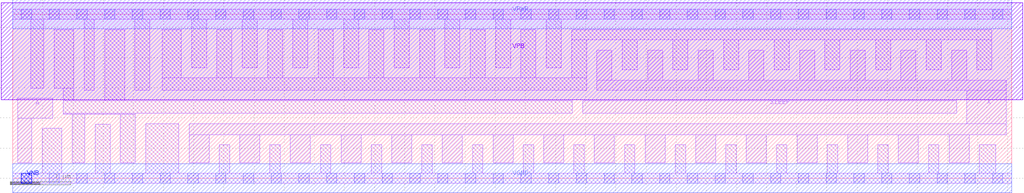
<source format=lef>
# Copyright 2020 The SkyWater PDK Authors
#
# Licensed under the Apache License, Version 2.0 (the "License");
# you may not use this file except in compliance with the License.
# You may obtain a copy of the License at
#
#     https://www.apache.org/licenses/LICENSE-2.0
#
# Unless required by applicable law or agreed to in writing, software
# distributed under the License is distributed on an "AS IS" BASIS,
# WITHOUT WARRANTIES OR CONDITIONS OF ANY KIND, either express or implied.
# See the License for the specific language governing permissions and
# limitations under the License.
#
# SPDX-License-Identifier: Apache-2.0

VERSION 5.7 ;
  NOWIREEXTENSIONATPIN ON ;
  DIVIDERCHAR "/" ;
  BUSBITCHARS "[]" ;
MACRO sky130_fd_sc_hd__a2111o_1
  CLASS CORE ;
  FOREIGN sky130_fd_sc_hd__a2111o_1 ;
  ORIGIN  0.000000  0.000000 ;
  SIZE  4.140000 BY  2.720000 ;
  SYMMETRY X Y R90 ;
  SITE unithd ;
  PIN A1
    ANTENNAGATEAREA  0.247500 ;
    DIRECTION INPUT ;
    USE SIGNAL ;
    PORT
      LAYER li1 ;
        RECT 2.905000 0.995000 3.290000 1.325000 ;
        RECT 2.985000 0.285000 3.540000 0.845000 ;
        RECT 2.985000 0.845000 3.290000 0.995000 ;
    END
  END A1
  PIN A2
    ANTENNAGATEAREA  0.247500 ;
    DIRECTION INPUT ;
    USE SIGNAL ;
    PORT
      LAYER li1 ;
        RECT 3.510000 1.025000 4.010000 1.290000 ;
    END
  END A2
  PIN B1
    ANTENNAGATEAREA  0.247500 ;
    DIRECTION INPUT ;
    USE SIGNAL ;
    PORT
      LAYER li1 ;
        RECT 2.400000 0.995000 2.680000 2.465000 ;
    END
  END B1
  PIN C1
    ANTENNAGATEAREA  0.247500 ;
    DIRECTION INPUT ;
    USE SIGNAL ;
    PORT
      LAYER li1 ;
        RECT 1.890000 1.050000 2.220000 2.465000 ;
    END
  END C1
  PIN D1
    ANTENNAGATEAREA  0.247500 ;
    DIRECTION INPUT ;
    USE SIGNAL ;
    PORT
      LAYER li1 ;
        RECT 1.290000 1.050000 1.720000 1.290000 ;
        RECT 1.515000 1.290000 1.720000 2.465000 ;
    END
  END D1
  PIN X
    ANTENNADIFFAREA  0.504500 ;
    DIRECTION OUTPUT ;
    USE SIGNAL ;
    PORT
      LAYER li1 ;
        RECT 0.135000 0.255000 0.465000 1.620000 ;
        RECT 0.135000 1.620000 0.390000 2.460000 ;
    END
  END X
  PIN VGND
    DIRECTION INOUT ;
    SHAPE ABUTMENT ;
    USE GROUND ;
    PORT
      LAYER met1 ;
        RECT 0.000000 -0.240000 4.140000 0.240000 ;
    END
  END VGND
  PIN VNB
    DIRECTION INOUT ;
    USE GROUND ;
    PORT
      LAYER pwell ;
        RECT 0.145000 -0.085000 0.315000 0.085000 ;
    END
    PORT
      LAYER pwell ;
        RECT 1.975000 -0.065000 2.145000 0.105000 ;
    END
  END VNB
  PIN VPB
    DIRECTION INOUT ;
    USE POWER ;
    PORT
      LAYER nwell ;
        RECT -0.190000 1.305000 4.330000 2.910000 ;
    END
  END VPB
  PIN VPWR
    DIRECTION INOUT ;
    SHAPE ABUTMENT ;
    USE POWER ;
    PORT
      LAYER met1 ;
        RECT 0.000000 2.480000 4.140000 2.960000 ;
    END
  END VPWR
  OBS
    LAYER li1 ;
      RECT 0.000000 -0.085000 4.140000 0.085000 ;
      RECT 0.000000  2.635000 4.140000 2.805000 ;
      RECT 0.565000  1.815000 0.895000 2.635000 ;
      RECT 0.635000  0.085000 1.310000 0.470000 ;
      RECT 0.695000  0.650000 1.915000 0.655000 ;
      RECT 0.695000  0.655000 2.805000 0.825000 ;
      RECT 0.695000  0.825000 0.915000 1.465000 ;
      RECT 0.695000  1.465000 1.345000 1.645000 ;
      RECT 1.135000  1.645000 1.345000 2.460000 ;
      RECT 1.585000  0.260000 1.915000 0.650000 ;
      RECT 2.085000  0.085000 2.430000 0.485000 ;
      RECT 2.600000  0.260000 2.805000 0.655000 ;
      RECT 2.860000  1.495000 3.990000 1.665000 ;
      RECT 2.860000  1.665000 3.145000 2.460000 ;
      RECT 3.325000  1.835000 3.540000 2.635000 ;
      RECT 3.715000  0.085000 3.955000 0.760000 ;
      RECT 3.720000  1.665000 3.990000 2.460000 ;
    LAYER mcon ;
      RECT 0.145000 -0.085000 0.315000 0.085000 ;
      RECT 0.145000  2.635000 0.315000 2.805000 ;
      RECT 0.605000 -0.085000 0.775000 0.085000 ;
      RECT 0.605000  2.635000 0.775000 2.805000 ;
      RECT 1.065000 -0.085000 1.235000 0.085000 ;
      RECT 1.065000  2.635000 1.235000 2.805000 ;
      RECT 1.525000 -0.085000 1.695000 0.085000 ;
      RECT 1.525000  2.635000 1.695000 2.805000 ;
      RECT 1.985000 -0.085000 2.155000 0.085000 ;
      RECT 1.985000  2.635000 2.155000 2.805000 ;
      RECT 2.445000 -0.085000 2.615000 0.085000 ;
      RECT 2.445000  2.635000 2.615000 2.805000 ;
      RECT 2.905000 -0.085000 3.075000 0.085000 ;
      RECT 2.905000  2.635000 3.075000 2.805000 ;
      RECT 3.365000 -0.085000 3.535000 0.085000 ;
      RECT 3.365000  2.635000 3.535000 2.805000 ;
      RECT 3.825000 -0.085000 3.995000 0.085000 ;
      RECT 3.825000  2.635000 3.995000 2.805000 ;
  END
END sky130_fd_sc_hd__a2111o_1
#--------EOF---------

MACRO sky130_fd_sc_hd__a2111o_2
  CLASS CORE ;
  FOREIGN sky130_fd_sc_hd__a2111o_2 ;
  ORIGIN  0.000000  0.000000 ;
  SIZE  4.600000 BY  2.720000 ;
  SYMMETRY X Y R90 ;
  SITE unithd ;
  PIN A1
    ANTENNAGATEAREA  0.247500 ;
    DIRECTION INPUT ;
    USE SIGNAL ;
    PORT
      LAYER li1 ;
        RECT 3.365000 0.955000 3.775000 1.740000 ;
        RECT 3.505000 0.290000 3.995000 0.825000 ;
        RECT 3.505000 0.825000 3.775000 0.955000 ;
    END
  END A1
  PIN A2
    ANTENNAGATEAREA  0.247500 ;
    DIRECTION INPUT ;
    USE SIGNAL ;
    PORT
      LAYER li1 ;
        RECT 3.945000 0.995000 4.515000 1.740000 ;
    END
  END A2
  PIN B1
    ANTENNAGATEAREA  0.247500 ;
    DIRECTION INPUT ;
    USE SIGNAL ;
    PORT
      LAYER li1 ;
        RECT 2.905000 0.995000 3.195000 1.740000 ;
    END
  END B1
  PIN C1
    ANTENNAGATEAREA  0.247500 ;
    DIRECTION INPUT ;
    USE SIGNAL ;
    PORT
      LAYER li1 ;
        RECT 2.425000 0.995000 2.735000 2.355000 ;
    END
  END C1
  PIN D1
    ANTENNAGATEAREA  0.247500 ;
    DIRECTION INPUT ;
    USE SIGNAL ;
    PORT
      LAYER li1 ;
        RECT 1.885000 0.995000 2.255000 1.325000 ;
        RECT 1.960000 1.325000 2.255000 2.355000 ;
    END
  END D1
  PIN X
    ANTENNADIFFAREA  0.462000 ;
    DIRECTION OUTPUT ;
    USE SIGNAL ;
    PORT
      LAYER li1 ;
        RECT 0.605000 0.255000 0.895000 2.390000 ;
    END
  END X
  PIN VGND
    DIRECTION INOUT ;
    SHAPE ABUTMENT ;
    USE GROUND ;
    PORT
      LAYER met1 ;
        RECT 0.000000 -0.240000 4.600000 0.240000 ;
    END
  END VGND
  PIN VNB
    DIRECTION INOUT ;
    USE GROUND ;
    PORT
      LAYER pwell ;
        RECT 0.145000 -0.085000 0.315000 0.085000 ;
    END
  END VNB
  PIN VPB
    DIRECTION INOUT ;
    USE POWER ;
    PORT
      LAYER nwell ;
        RECT -0.190000 1.305000 4.790000 2.910000 ;
    END
  END VPB
  PIN VPWR
    DIRECTION INOUT ;
    SHAPE ABUTMENT ;
    USE POWER ;
    PORT
      LAYER met1 ;
        RECT 0.000000 2.480000 4.600000 2.960000 ;
    END
  END VPWR
  OBS
    LAYER li1 ;
      RECT 0.000000 -0.085000 4.600000 0.085000 ;
      RECT 0.000000  2.635000 4.600000 2.805000 ;
      RECT 0.085000  0.085000 0.435000 0.885000 ;
      RECT 0.085000  1.635000 0.435000 2.635000 ;
      RECT 1.065000  0.085000 2.010000 0.445000 ;
      RECT 1.065000  0.445000 1.325000 0.865000 ;
      RECT 1.065000  1.075000 1.705000 1.325000 ;
      RECT 1.065000  1.495000 1.315000 2.635000 ;
      RECT 1.495000  0.615000 3.335000 0.785000 ;
      RECT 1.495000  0.785000 1.705000 1.075000 ;
      RECT 1.495000  1.325000 1.705000 1.495000 ;
      RECT 1.495000  1.495000 1.785000 2.465000 ;
      RECT 2.180000  0.255000 2.420000 0.615000 ;
      RECT 2.590000  0.085000 2.920000 0.445000 ;
      RECT 3.070000  1.915000 4.515000 2.085000 ;
      RECT 3.070000  2.085000 3.400000 2.465000 ;
      RECT 3.090000  0.255000 3.335000 0.615000 ;
      RECT 3.590000  2.255000 3.920000 2.635000 ;
      RECT 4.090000  2.085000 4.515000 2.465000 ;
      RECT 4.165000  0.085000 4.515000 0.805000 ;
    LAYER mcon ;
      RECT 0.145000 -0.085000 0.315000 0.085000 ;
      RECT 0.145000  2.635000 0.315000 2.805000 ;
      RECT 0.605000 -0.085000 0.775000 0.085000 ;
      RECT 0.605000  2.635000 0.775000 2.805000 ;
      RECT 1.065000 -0.085000 1.235000 0.085000 ;
      RECT 1.065000  2.635000 1.235000 2.805000 ;
      RECT 1.525000 -0.085000 1.695000 0.085000 ;
      RECT 1.525000  2.635000 1.695000 2.805000 ;
      RECT 1.985000 -0.085000 2.155000 0.085000 ;
      RECT 1.985000  2.635000 2.155000 2.805000 ;
      RECT 2.445000 -0.085000 2.615000 0.085000 ;
      RECT 2.445000  2.635000 2.615000 2.805000 ;
      RECT 2.905000 -0.085000 3.075000 0.085000 ;
      RECT 2.905000  2.635000 3.075000 2.805000 ;
      RECT 3.365000 -0.085000 3.535000 0.085000 ;
      RECT 3.365000  2.635000 3.535000 2.805000 ;
      RECT 3.825000 -0.085000 3.995000 0.085000 ;
      RECT 3.825000  2.635000 3.995000 2.805000 ;
      RECT 4.285000 -0.085000 4.455000 0.085000 ;
      RECT 4.285000  2.635000 4.455000 2.805000 ;
  END
END sky130_fd_sc_hd__a2111o_2
#--------EOF---------

MACRO sky130_fd_sc_hd__a2111o_4
  CLASS CORE ;
  FOREIGN sky130_fd_sc_hd__a2111o_4 ;
  ORIGIN  0.000000  0.000000 ;
  SIZE  7.820000 BY  2.720000 ;
  SYMMETRY X Y R90 ;
  SITE unithd ;
  PIN A1
    ANTENNAGATEAREA  0.495000 ;
    DIRECTION INPUT ;
    USE SIGNAL ;
    PORT
      LAYER li1 ;
        RECT 3.825000 1.075000 4.495000 1.275000 ;
    END
  END A1
  PIN A2
    ANTENNAGATEAREA  0.495000 ;
    DIRECTION INPUT ;
    USE SIGNAL ;
    PORT
      LAYER li1 ;
        RECT 4.675000 1.075000 5.625000 1.275000 ;
    END
  END A2
  PIN B1
    ANTENNAGATEAREA  0.495000 ;
    DIRECTION INPUT ;
    USE SIGNAL ;
    PORT
      LAYER li1 ;
        RECT 2.450000 0.975000 3.255000 1.285000 ;
    END
  END B1
  PIN C1
    ANTENNAGATEAREA  0.495000 ;
    DIRECTION INPUT ;
    USE SIGNAL ;
    PORT
      LAYER li1 ;
        RECT 1.040000 0.975000 2.280000 1.285000 ;
    END
  END C1
  PIN D1
    ANTENNAGATEAREA  0.495000 ;
    DIRECTION INPUT ;
    USE SIGNAL ;
    PORT
      LAYER li1 ;
        RECT 0.085000 0.975000 0.370000 1.625000 ;
    END
  END D1
  PIN X
    ANTENNADIFFAREA  0.924000 ;
    DIRECTION OUTPUT ;
    USE SIGNAL ;
    PORT
      LAYER li1 ;
        RECT 6.165000 0.255000 6.355000 0.635000 ;
        RECT 6.165000 0.635000 7.735000 0.805000 ;
        RECT 6.165000 1.465000 7.735000 1.635000 ;
        RECT 6.165000 1.635000 7.215000 1.715000 ;
        RECT 6.165000 1.715000 6.355000 2.465000 ;
        RECT 7.025000 0.255000 7.215000 0.635000 ;
        RECT 7.025000 1.715000 7.215000 2.465000 ;
        RECT 7.490000 0.805000 7.735000 1.465000 ;
    END
  END X
  PIN VGND
    DIRECTION INOUT ;
    SHAPE ABUTMENT ;
    USE GROUND ;
    PORT
      LAYER met1 ;
        RECT 0.000000 -0.240000 7.820000 0.240000 ;
    END
  END VGND
  PIN VNB
    DIRECTION INOUT ;
    USE GROUND ;
    PORT
      LAYER pwell ;
        RECT 0.145000 -0.085000 0.315000 0.085000 ;
    END
  END VNB
  PIN VPB
    DIRECTION INOUT ;
    USE POWER ;
    PORT
      LAYER nwell ;
        RECT -0.190000 1.305000 8.010000 2.910000 ;
    END
  END VPB
  PIN VPWR
    DIRECTION INOUT ;
    SHAPE ABUTMENT ;
    USE POWER ;
    PORT
      LAYER met1 ;
        RECT 0.000000 2.480000 7.820000 2.960000 ;
    END
  END VPWR
  OBS
    LAYER li1 ;
      RECT 0.000000 -0.085000 7.820000 0.085000 ;
      RECT 0.000000  2.635000 7.820000 2.805000 ;
      RECT 0.110000  1.795000 0.370000 2.295000 ;
      RECT 0.110000  2.295000 2.160000 2.465000 ;
      RECT 0.180000  0.255000 0.440000 0.635000 ;
      RECT 0.180000  0.635000 3.655000 0.805000 ;
      RECT 0.540000  0.805000 0.870000 2.125000 ;
      RECT 0.610000  0.085000 0.940000 0.465000 ;
      RECT 1.040000  1.455000 1.230000 2.295000 ;
      RECT 1.110000  0.255000 1.340000 0.615000 ;
      RECT 1.110000  0.615000 3.655000 0.635000 ;
      RECT 1.400000  1.455000 3.100000 1.625000 ;
      RECT 1.400000  1.625000 1.730000 2.125000 ;
      RECT 1.510000  0.085000 1.840000 0.445000 ;
      RECT 1.900000  1.795000 2.160000 2.295000 ;
      RECT 2.015000  0.255000 2.240000 0.615000 ;
      RECT 2.340000  1.795000 2.675000 2.295000 ;
      RECT 2.340000  2.295000 3.650000 2.465000 ;
      RECT 2.420000  0.085000 3.295000 0.445000 ;
      RECT 2.845000  1.625000 3.100000 2.125000 ;
      RECT 3.320000  1.795000 5.495000 1.995000 ;
      RECT 3.320000  1.995000 3.650000 2.295000 ;
      RECT 3.465000  0.255000 4.585000 0.445000 ;
      RECT 3.465000  0.445000 3.655000 0.615000 ;
      RECT 3.465000  0.805000 3.655000 1.445000 ;
      RECT 3.465000  1.445000 5.975000 1.625000 ;
      RECT 3.825000  0.615000 5.495000 0.785000 ;
      RECT 3.865000  2.165000 4.195000 2.635000 ;
      RECT 4.365000  1.995000 4.625000 2.415000 ;
      RECT 4.805000  0.085000 5.140000 0.445000 ;
      RECT 4.805000  2.255000 5.140000 2.635000 ;
      RECT 5.310000  0.255000 5.495000 0.615000 ;
      RECT 5.310000  1.995000 5.495000 2.465000 ;
      RECT 5.665000  0.085000 5.995000 0.515000 ;
      RECT 5.665000  1.800000 5.995000 2.635000 ;
      RECT 5.795000  1.075000 7.320000 1.245000 ;
      RECT 5.795000  1.245000 5.975000 1.445000 ;
      RECT 6.525000  0.085000 6.855000 0.445000 ;
      RECT 6.525000  1.885000 6.855000 2.635000 ;
      RECT 7.385000  0.085000 7.715000 0.465000 ;
      RECT 7.385000  1.805000 7.715000 2.635000 ;
    LAYER mcon ;
      RECT 0.145000 -0.085000 0.315000 0.085000 ;
      RECT 0.145000  2.635000 0.315000 2.805000 ;
      RECT 0.605000 -0.085000 0.775000 0.085000 ;
      RECT 0.605000  2.635000 0.775000 2.805000 ;
      RECT 1.065000 -0.085000 1.235000 0.085000 ;
      RECT 1.065000  2.635000 1.235000 2.805000 ;
      RECT 1.525000 -0.085000 1.695000 0.085000 ;
      RECT 1.525000  2.635000 1.695000 2.805000 ;
      RECT 1.985000 -0.085000 2.155000 0.085000 ;
      RECT 1.985000  2.635000 2.155000 2.805000 ;
      RECT 2.445000 -0.085000 2.615000 0.085000 ;
      RECT 2.445000  2.635000 2.615000 2.805000 ;
      RECT 2.905000 -0.085000 3.075000 0.085000 ;
      RECT 2.905000  2.635000 3.075000 2.805000 ;
      RECT 3.365000 -0.085000 3.535000 0.085000 ;
      RECT 3.365000  2.635000 3.535000 2.805000 ;
      RECT 3.825000 -0.085000 3.995000 0.085000 ;
      RECT 3.825000  2.635000 3.995000 2.805000 ;
      RECT 4.285000 -0.085000 4.455000 0.085000 ;
      RECT 4.285000  2.635000 4.455000 2.805000 ;
      RECT 4.745000 -0.085000 4.915000 0.085000 ;
      RECT 4.745000  2.635000 4.915000 2.805000 ;
      RECT 5.205000 -0.085000 5.375000 0.085000 ;
      RECT 5.205000  2.635000 5.375000 2.805000 ;
      RECT 5.665000 -0.085000 5.835000 0.085000 ;
      RECT 5.665000  2.635000 5.835000 2.805000 ;
      RECT 6.125000 -0.085000 6.295000 0.085000 ;
      RECT 6.125000  2.635000 6.295000 2.805000 ;
      RECT 6.585000 -0.085000 6.755000 0.085000 ;
      RECT 6.585000  2.635000 6.755000 2.805000 ;
      RECT 7.045000 -0.085000 7.215000 0.085000 ;
      RECT 7.045000  2.635000 7.215000 2.805000 ;
      RECT 7.505000 -0.085000 7.675000 0.085000 ;
      RECT 7.505000  2.635000 7.675000 2.805000 ;
  END
END sky130_fd_sc_hd__a2111o_4
#--------EOF---------

MACRO sky130_fd_sc_hd__a2111oi_0
  CLASS CORE ;
  FOREIGN sky130_fd_sc_hd__a2111oi_0 ;
  ORIGIN  0.000000  0.000000 ;
  SIZE  3.220000 BY  2.720000 ;
  SYMMETRY X Y R90 ;
  SITE unithd ;
  PIN A1
    ANTENNAGATEAREA  0.159000 ;
    DIRECTION INPUT ;
    USE SIGNAL ;
    PORT
      LAYER li1 ;
        RECT 2.035000 1.070000 2.625000 1.400000 ;
        RECT 2.355000 0.660000 2.625000 1.070000 ;
        RECT 2.355000 1.400000 2.625000 1.735000 ;
    END
  END A1
  PIN A2
    ANTENNAGATEAREA  0.159000 ;
    DIRECTION INPUT ;
    USE SIGNAL ;
    PORT
      LAYER li1 ;
        RECT 2.795000 0.650000 3.135000 1.735000 ;
    END
  END A2
  PIN B1
    ANTENNAGATEAREA  0.159000 ;
    DIRECTION INPUT ;
    USE SIGNAL ;
    PORT
      LAYER li1 ;
        RECT 1.495000 1.055000 1.845000 1.735000 ;
    END
  END B1
  PIN C1
    ANTENNAGATEAREA  0.159000 ;
    DIRECTION INPUT ;
    USE SIGNAL ;
    PORT
      LAYER li1 ;
        RECT 0.955000 1.055000 1.325000 2.360000 ;
    END
  END C1
  PIN D1
    ANTENNAGATEAREA  0.159000 ;
    DIRECTION INPUT ;
    USE SIGNAL ;
    PORT
      LAYER li1 ;
        RECT 0.085000 0.730000 0.435000 1.655000 ;
    END
  END D1
  PIN Y
    ANTENNADIFFAREA  0.424000 ;
    DIRECTION OUTPUT ;
    USE SIGNAL ;
    PORT
      LAYER li1 ;
        RECT 0.360000 1.825000 0.785000 2.465000 ;
        RECT 0.605000 0.635000 2.040000 0.885000 ;
        RECT 0.605000 0.885000 0.785000 1.825000 ;
        RECT 0.785000 0.255000 1.040000 0.615000 ;
        RECT 0.785000 0.615000 2.040000 0.635000 ;
        RECT 1.710000 0.280000 2.040000 0.615000 ;
    END
  END Y
  PIN VGND
    DIRECTION INOUT ;
    SHAPE ABUTMENT ;
    USE GROUND ;
    PORT
      LAYER met1 ;
        RECT 0.000000 -0.240000 3.220000 0.240000 ;
    END
  END VGND
  PIN VNB
    DIRECTION INOUT ;
    USE GROUND ;
    PORT
      LAYER pwell ;
        RECT 0.145000 -0.085000 0.315000 0.085000 ;
    END
  END VNB
  PIN VPB
    DIRECTION INOUT ;
    USE POWER ;
    PORT
      LAYER nwell ;
        RECT -0.190000 1.305000 3.410000 2.910000 ;
    END
  END VPB
  PIN VPWR
    DIRECTION INOUT ;
    SHAPE ABUTMENT ;
    USE POWER ;
    PORT
      LAYER met1 ;
        RECT 0.000000 2.480000 3.220000 2.960000 ;
    END
  END VPWR
  OBS
    LAYER li1 ;
      RECT 0.000000 -0.085000 3.220000 0.085000 ;
      RECT 0.000000  2.635000 3.220000 2.805000 ;
      RECT 0.285000  0.085000 0.615000 0.465000 ;
      RECT 1.210000  0.085000 1.540000 0.445000 ;
      RECT 1.540000  1.905000 2.870000 2.085000 ;
      RECT 1.540000  2.085000 1.870000 2.465000 ;
      RECT 2.040000  2.255000 2.370000 2.635000 ;
      RECT 2.470000  0.085000 2.800000 0.480000 ;
      RECT 2.540000  2.085000 2.870000 2.465000 ;
    LAYER mcon ;
      RECT 0.145000 -0.085000 0.315000 0.085000 ;
      RECT 0.145000  2.635000 0.315000 2.805000 ;
      RECT 0.605000 -0.085000 0.775000 0.085000 ;
      RECT 0.605000  2.635000 0.775000 2.805000 ;
      RECT 1.065000 -0.085000 1.235000 0.085000 ;
      RECT 1.065000  2.635000 1.235000 2.805000 ;
      RECT 1.525000 -0.085000 1.695000 0.085000 ;
      RECT 1.525000  2.635000 1.695000 2.805000 ;
      RECT 1.985000 -0.085000 2.155000 0.085000 ;
      RECT 1.985000  2.635000 2.155000 2.805000 ;
      RECT 2.445000 -0.085000 2.615000 0.085000 ;
      RECT 2.445000  2.635000 2.615000 2.805000 ;
      RECT 2.905000 -0.085000 3.075000 0.085000 ;
      RECT 2.905000  2.635000 3.075000 2.805000 ;
  END
END sky130_fd_sc_hd__a2111oi_0
#--------EOF---------

MACRO sky130_fd_sc_hd__a2111oi_1
  CLASS CORE ;
  FOREIGN sky130_fd_sc_hd__a2111oi_1 ;
  ORIGIN  0.000000  0.000000 ;
  SIZE  3.680000 BY  2.720000 ;
  SYMMETRY X Y R90 ;
  SITE unithd ;
  PIN A1
    ANTENNAGATEAREA  0.247500 ;
    DIRECTION INPUT ;
    USE SIGNAL ;
    PORT
      LAYER li1 ;
        RECT 2.440000 0.995000 2.725000 1.400000 ;
    END
  END A1
  PIN A2
    ANTENNAGATEAREA  0.247500 ;
    DIRECTION INPUT ;
    USE SIGNAL ;
    PORT
      LAYER li1 ;
        RECT 2.905000 0.350000 3.090000 1.020000 ;
        RECT 2.905000 1.020000 3.540000 1.290000 ;
    END
  END A2
  PIN B1
    ANTENNAGATEAREA  0.247500 ;
    DIRECTION INPUT ;
    USE SIGNAL ;
    PORT
      LAYER li1 ;
        RECT 1.940000 1.050000 2.270000 1.400000 ;
        RECT 1.940000 1.400000 2.215000 2.455000 ;
    END
  END B1
  PIN C1
    ANTENNAGATEAREA  0.247500 ;
    DIRECTION INPUT ;
    USE SIGNAL ;
    PORT
      LAYER li1 ;
        RECT 1.435000 1.050000 1.770000 2.455000 ;
    END
  END C1
  PIN D1
    ANTENNAGATEAREA  0.247500 ;
    DIRECTION INPUT ;
    USE SIGNAL ;
    PORT
      LAYER li1 ;
        RECT 0.785000 1.050000 1.235000 2.455000 ;
    END
  END D1
  PIN Y
    ANTENNADIFFAREA  1.388750 ;
    DIRECTION OUTPUT ;
    USE SIGNAL ;
    PORT
      LAYER li1 ;
        RECT 0.145000 0.700000 1.375000 0.705000 ;
        RECT 0.145000 0.705000 2.420000 0.815000 ;
        RECT 0.145000 0.815000 2.300000 0.880000 ;
        RECT 0.145000 0.880000 0.530000 2.460000 ;
        RECT 1.045000 0.260000 1.375000 0.700000 ;
        RECT 2.090000 0.305000 2.420000 0.705000 ;
    END
  END Y
  PIN VGND
    DIRECTION INOUT ;
    SHAPE ABUTMENT ;
    USE GROUND ;
    PORT
      LAYER met1 ;
        RECT 0.000000 -0.240000 3.680000 0.240000 ;
    END
  END VGND
  PIN VNB
    DIRECTION INOUT ;
    USE GROUND ;
    PORT
      LAYER pwell ;
        RECT 0.145000 -0.085000 0.315000 0.085000 ;
    END
    PORT
      LAYER pwell ;
        RECT 1.975000 -0.065000 2.145000 0.105000 ;
    END
  END VNB
  PIN VPB
    DIRECTION INOUT ;
    USE POWER ;
    PORT
      LAYER nwell ;
        RECT -0.190000 1.305000 3.870000 2.910000 ;
    END
  END VPB
  PIN VPWR
    DIRECTION INOUT ;
    SHAPE ABUTMENT ;
    USE POWER ;
    PORT
      LAYER met1 ;
        RECT 0.000000 2.480000 3.680000 2.960000 ;
    END
  END VPWR
  OBS
    LAYER li1 ;
      RECT 0.000000 -0.085000 3.680000 0.085000 ;
      RECT 0.000000  2.635000 3.680000 2.805000 ;
      RECT 0.315000  0.085000 0.630000 0.525000 ;
      RECT 1.550000  0.085000 1.880000 0.535000 ;
      RECT 2.395000  1.580000 3.505000 1.750000 ;
      RECT 2.395000  1.750000 2.625000 2.460000 ;
      RECT 2.800000  1.920000 3.130000 2.635000 ;
      RECT 3.270000  0.085000 3.510000 0.760000 ;
      RECT 3.310000  1.750000 3.505000 2.460000 ;
    LAYER mcon ;
      RECT 0.145000 -0.085000 0.315000 0.085000 ;
      RECT 0.145000  2.635000 0.315000 2.805000 ;
      RECT 0.605000 -0.085000 0.775000 0.085000 ;
      RECT 0.605000  2.635000 0.775000 2.805000 ;
      RECT 1.065000 -0.085000 1.235000 0.085000 ;
      RECT 1.065000  2.635000 1.235000 2.805000 ;
      RECT 1.525000 -0.085000 1.695000 0.085000 ;
      RECT 1.525000  2.635000 1.695000 2.805000 ;
      RECT 1.985000 -0.085000 2.155000 0.085000 ;
      RECT 1.985000  2.635000 2.155000 2.805000 ;
      RECT 2.445000 -0.085000 2.615000 0.085000 ;
      RECT 2.445000  2.635000 2.615000 2.805000 ;
      RECT 2.905000 -0.085000 3.075000 0.085000 ;
      RECT 2.905000  2.635000 3.075000 2.805000 ;
      RECT 3.365000 -0.085000 3.535000 0.085000 ;
      RECT 3.365000  2.635000 3.535000 2.805000 ;
  END
END sky130_fd_sc_hd__a2111oi_1
#--------EOF---------

MACRO sky130_fd_sc_hd__a2111oi_2
  CLASS CORE ;
  FOREIGN sky130_fd_sc_hd__a2111oi_2 ;
  ORIGIN  0.000000  0.000000 ;
  SIZE  5.520000 BY  2.720000 ;
  SYMMETRY X Y R90 ;
  SITE unithd ;
  PIN A1
    ANTENNAGATEAREA  0.495000 ;
    DIRECTION INPUT ;
    USE SIGNAL ;
    PORT
      LAYER li1 ;
        RECT 3.465000 0.985000 3.715000 1.445000 ;
        RECT 3.465000 1.445000 5.290000 1.675000 ;
        RECT 4.895000 0.995000 5.290000 1.445000 ;
    END
  END A1
  PIN A2
    ANTENNAGATEAREA  0.495000 ;
    DIRECTION INPUT ;
    USE SIGNAL ;
    PORT
      LAYER li1 ;
        RECT 3.970000 1.015000 4.725000 1.275000 ;
    END
  END A2
  PIN B1
    ANTENNAGATEAREA  0.495000 ;
    DIRECTION INPUT ;
    USE SIGNAL ;
    PORT
      LAYER li1 ;
        RECT 2.185000 1.030000 2.855000 1.275000 ;
    END
  END B1
  PIN C1
    ANTENNAGATEAREA  0.495000 ;
    DIRECTION INPUT ;
    USE SIGNAL ;
    PORT
      LAYER li1 ;
        RECT 0.125000 1.045000 0.455000 1.445000 ;
        RECT 0.125000 1.445000 1.800000 1.680000 ;
        RECT 1.615000 1.030000 1.975000 1.275000 ;
        RECT 1.615000 1.275000 1.800000 1.445000 ;
    END
  END C1
  PIN D1
    ANTENNAGATEAREA  0.495000 ;
    DIRECTION INPUT ;
    USE SIGNAL ;
    PORT
      LAYER li1 ;
        RECT 0.755000 1.075000 1.425000 1.275000 ;
    END
  END D1
  PIN Y
    ANTENNADIFFAREA  1.212750 ;
    DIRECTION OUTPUT ;
    USE SIGNAL ;
    PORT
      LAYER li1 ;
        RECT 0.120000 0.255000 0.380000 0.615000 ;
        RECT 0.120000 0.615000 5.355000 0.805000 ;
        RECT 0.120000 0.805000 3.255000 0.845000 ;
        RECT 0.900000 1.850000 2.140000 2.105000 ;
        RECT 1.050000 0.255000 1.295000 0.615000 ;
        RECT 1.965000 0.255000 2.295000 0.615000 ;
        RECT 1.970000 1.445000 3.255000 1.625000 ;
        RECT 1.970000 1.625000 2.140000 1.850000 ;
        RECT 2.965000 0.275000 3.295000 0.615000 ;
        RECT 3.025000 0.845000 3.255000 1.445000 ;
        RECT 5.020000 0.295000 5.355000 0.615000 ;
    END
  END Y
  PIN VGND
    DIRECTION INOUT ;
    SHAPE ABUTMENT ;
    USE GROUND ;
    PORT
      LAYER met1 ;
        RECT 0.000000 -0.240000 5.520000 0.240000 ;
    END
  END VGND
  PIN VNB
    DIRECTION INOUT ;
    USE GROUND ;
    PORT
      LAYER pwell ;
        RECT 0.145000 -0.085000 0.315000 0.085000 ;
    END
  END VNB
  PIN VPB
    DIRECTION INOUT ;
    USE POWER ;
    PORT
      LAYER nwell ;
        RECT -0.190000 1.305000 5.710000 2.910000 ;
    END
  END VPB
  PIN VPWR
    DIRECTION INOUT ;
    SHAPE ABUTMENT ;
    USE POWER ;
    PORT
      LAYER met1 ;
        RECT 0.000000 2.480000 5.520000 2.960000 ;
    END
  END VPWR
  OBS
    LAYER li1 ;
      RECT 0.000000 -0.085000 5.520000 0.085000 ;
      RECT 0.000000  2.635000 5.520000 2.805000 ;
      RECT 0.100000  1.870000 0.460000 2.275000 ;
      RECT 0.100000  2.275000 2.185000 2.295000 ;
      RECT 0.100000  2.295000 2.985000 2.465000 ;
      RECT 0.550000  0.085000 0.880000 0.445000 ;
      RECT 1.465000  0.085000 1.795000 0.445000 ;
      RECT 2.310000  1.795000 3.335000 1.845000 ;
      RECT 2.310000  1.845000 5.400000 1.965000 ;
      RECT 2.310000  1.965000 2.640000 2.060000 ;
      RECT 2.465000  0.085000 2.795000 0.445000 ;
      RECT 2.815000  2.135000 2.985000 2.295000 ;
      RECT 3.155000  1.965000 5.400000 2.095000 ;
      RECT 3.155000  2.095000 3.520000 2.465000 ;
      RECT 3.690000  2.275000 4.020000 2.635000 ;
      RECT 4.125000  0.085000 4.455000 0.445000 ;
      RECT 4.190000  2.095000 5.400000 2.105000 ;
      RECT 4.190000  2.105000 4.400000 2.465000 ;
      RECT 4.570000  2.275000 4.900000 2.635000 ;
      RECT 5.070000  2.105000 5.400000 2.465000 ;
    LAYER mcon ;
      RECT 0.145000 -0.085000 0.315000 0.085000 ;
      RECT 0.145000  2.635000 0.315000 2.805000 ;
      RECT 0.605000 -0.085000 0.775000 0.085000 ;
      RECT 0.605000  2.635000 0.775000 2.805000 ;
      RECT 1.065000 -0.085000 1.235000 0.085000 ;
      RECT 1.065000  2.635000 1.235000 2.805000 ;
      RECT 1.525000 -0.085000 1.695000 0.085000 ;
      RECT 1.525000  2.635000 1.695000 2.805000 ;
      RECT 1.985000 -0.085000 2.155000 0.085000 ;
      RECT 1.985000  2.635000 2.155000 2.805000 ;
      RECT 2.445000 -0.085000 2.615000 0.085000 ;
      RECT 2.445000  2.635000 2.615000 2.805000 ;
      RECT 2.905000 -0.085000 3.075000 0.085000 ;
      RECT 2.905000  2.635000 3.075000 2.805000 ;
      RECT 3.365000 -0.085000 3.535000 0.085000 ;
      RECT 3.365000  2.635000 3.535000 2.805000 ;
      RECT 3.825000 -0.085000 3.995000 0.085000 ;
      RECT 3.825000  2.635000 3.995000 2.805000 ;
      RECT 4.285000 -0.085000 4.455000 0.085000 ;
      RECT 4.285000  2.635000 4.455000 2.805000 ;
      RECT 4.745000 -0.085000 4.915000 0.085000 ;
      RECT 4.745000  2.635000 4.915000 2.805000 ;
      RECT 5.205000 -0.085000 5.375000 0.085000 ;
      RECT 5.205000  2.635000 5.375000 2.805000 ;
  END
END sky130_fd_sc_hd__a2111oi_2
#--------EOF---------

MACRO sky130_fd_sc_hd__a2111oi_4
  CLASS CORE ;
  FOREIGN sky130_fd_sc_hd__a2111oi_4 ;
  ORIGIN  0.000000  0.000000 ;
  SIZE  10.12000 BY  2.720000 ;
  SYMMETRY X Y R90 ;
  SITE unithd ;
  PIN A1
    ANTENNAGATEAREA  0.990000 ;
    DIRECTION INPUT ;
    USE SIGNAL ;
    PORT
      LAYER li1 ;
        RECT 6.095000 1.020000 7.745000 1.275000 ;
    END
  END A1
  PIN A2
    ANTENNAGATEAREA  0.990000 ;
    DIRECTION INPUT ;
    USE SIGNAL ;
    PORT
      LAYER li1 ;
        RECT 7.960000 1.020000 9.990000 1.275000 ;
    END
  END A2
  PIN B1
    ANTENNAGATEAREA  0.990000 ;
    DIRECTION INPUT ;
    USE SIGNAL ;
    PORT
      LAYER li1 ;
        RECT 3.955000 1.020000 5.650000 1.275000 ;
    END
  END B1
  PIN C1
    ANTENNAGATEAREA  0.990000 ;
    DIRECTION INPUT ;
    USE SIGNAL ;
    PORT
      LAYER li1 ;
        RECT 2.055000 1.020000 3.745000 1.275000 ;
    END
  END C1
  PIN D1
    ANTENNAGATEAREA  0.990000 ;
    DIRECTION INPUT ;
    USE SIGNAL ;
    PORT
      LAYER li1 ;
        RECT 0.495000 1.020000 1.845000 1.275000 ;
    END
  END D1
  PIN Y
    ANTENNADIFFAREA  2.009500 ;
    DIRECTION OUTPUT ;
    USE SIGNAL ;
    PORT
      LAYER li1 ;
        RECT 0.145000 0.615000 7.620000 0.785000 ;
        RECT 0.145000 0.785000 0.320000 1.475000 ;
        RECT 0.145000 1.475000 1.720000 1.655000 ;
        RECT 0.530000 1.655000 1.720000 1.685000 ;
        RECT 0.530000 1.685000 0.860000 2.085000 ;
        RECT 0.615000 0.455000 0.790000 0.615000 ;
        RECT 1.390000 1.685000 1.720000 2.085000 ;
        RECT 1.460000 0.455000 1.650000 0.615000 ;
        RECT 2.400000 0.455000 2.590000 0.615000 ;
        RECT 3.260000 0.455000 3.510000 0.615000 ;
        RECT 4.180000 0.455000 4.420000 0.615000 ;
        RECT 5.090000 0.455000 5.275000 0.615000 ;
    END
  END Y
  PIN VGND
    DIRECTION INOUT ;
    SHAPE ABUTMENT ;
    USE GROUND ;
    PORT
      LAYER met1 ;
        RECT 0.000000 -0.240000 10.120000 0.240000 ;
    END
  END VGND
  PIN VNB
    DIRECTION INOUT ;
    USE GROUND ;
    PORT
      LAYER pwell ;
        RECT 0.150000 -0.085000 0.320000 0.085000 ;
    END
  END VNB
  PIN VPB
    DIRECTION INOUT ;
    USE POWER ;
    PORT
      LAYER nwell ;
        RECT -0.190000 1.305000 10.310000 2.910000 ;
    END
  END VPB
  PIN VPWR
    DIRECTION INOUT ;
    SHAPE ABUTMENT ;
    USE POWER ;
    PORT
      LAYER met1 ;
        RECT 0.000000 2.480000 10.120000 2.960000 ;
    END
  END VPWR
  OBS
    LAYER li1 ;
      RECT 0.000000 -0.085000 10.120000 0.085000 ;
      RECT 0.000000  2.635000 10.120000 2.805000 ;
      RECT 0.100000  1.835000  0.360000 2.255000 ;
      RECT 0.100000  2.255000  3.870000 2.445000 ;
      RECT 0.115000  0.085000  0.445000 0.445000 ;
      RECT 0.960000  0.085000  1.290000 0.445000 ;
      RECT 1.030000  1.855000  1.220000 2.255000 ;
      RECT 1.820000  0.085000  2.230000 0.445000 ;
      RECT 1.890000  1.855000  2.080000 2.255000 ;
      RECT 2.250000  1.475000  5.680000 1.655000 ;
      RECT 2.250000  1.655000  3.440000 1.685000 ;
      RECT 2.250000  1.685000  2.580000 2.085000 ;
      RECT 2.750000  1.855000  2.940000 2.255000 ;
      RECT 2.760000  0.085000  3.090000 0.445000 ;
      RECT 3.110000  1.685000  3.440000 2.085000 ;
      RECT 3.610000  1.835000  3.870000 2.255000 ;
      RECT 3.680000  0.085000  4.010000 0.445000 ;
      RECT 4.060000  1.835000  4.320000 2.255000 ;
      RECT 4.060000  2.255000  5.180000 2.275000 ;
      RECT 4.060000  2.275000  6.050000 2.445000 ;
      RECT 4.490000  1.655000  5.680000 1.685000 ;
      RECT 4.490000  1.685000  4.820000 2.085000 ;
      RECT 4.590000  0.085000  4.920000 0.445000 ;
      RECT 4.990000  1.855000  5.180000 2.255000 ;
      RECT 5.350000  1.685000  5.680000 2.085000 ;
      RECT 5.445000  0.085000  5.780000 0.445000 ;
      RECT 5.860000  1.445000  9.770000 1.615000 ;
      RECT 5.860000  1.615000  6.050000 2.275000 ;
      RECT 5.980000  0.275000  8.075000 0.445000 ;
      RECT 6.220000  1.785000  6.550000 2.635000 ;
      RECT 6.720000  1.615000  6.910000 2.315000 ;
      RECT 7.080000  1.805000  7.410000 2.635000 ;
      RECT 7.580000  1.615000  9.770000 1.665000 ;
      RECT 7.580000  1.665000  7.910000 2.315000 ;
      RECT 7.885000  0.445000  8.075000 0.615000 ;
      RECT 7.885000  0.615000  9.865000 0.785000 ;
      RECT 8.080000  1.895000  8.410000 2.635000 ;
      RECT 8.245000  0.085000  8.575000 0.445000 ;
      RECT 8.580000  1.665000  9.770000 1.670000 ;
      RECT 8.580000  1.670000  8.840000 2.290000 ;
      RECT 8.745000  0.300000  8.935000 0.615000 ;
      RECT 9.030000  1.915000  9.360000 2.635000 ;
      RECT 9.105000  0.085000  9.435000 0.445000 ;
      RECT 9.530000  1.670000  9.770000 2.260000 ;
      RECT 9.605000  0.290000  9.865000 0.615000 ;
    LAYER mcon ;
      RECT 0.145000 -0.085000 0.315000 0.085000 ;
      RECT 0.145000  2.635000 0.315000 2.805000 ;
      RECT 0.605000 -0.085000 0.775000 0.085000 ;
      RECT 0.605000  2.635000 0.775000 2.805000 ;
      RECT 1.065000 -0.085000 1.235000 0.085000 ;
      RECT 1.065000  2.635000 1.235000 2.805000 ;
      RECT 1.525000 -0.085000 1.695000 0.085000 ;
      RECT 1.525000  2.635000 1.695000 2.805000 ;
      RECT 1.985000 -0.085000 2.155000 0.085000 ;
      RECT 1.985000  2.635000 2.155000 2.805000 ;
      RECT 2.445000 -0.085000 2.615000 0.085000 ;
      RECT 2.445000  2.635000 2.615000 2.805000 ;
      RECT 2.905000 -0.085000 3.075000 0.085000 ;
      RECT 2.905000  2.635000 3.075000 2.805000 ;
      RECT 3.365000 -0.085000 3.535000 0.085000 ;
      RECT 3.365000  2.635000 3.535000 2.805000 ;
      RECT 3.825000 -0.085000 3.995000 0.085000 ;
      RECT 3.825000  2.635000 3.995000 2.805000 ;
      RECT 4.285000 -0.085000 4.455000 0.085000 ;
      RECT 4.285000  2.635000 4.455000 2.805000 ;
      RECT 4.745000 -0.085000 4.915000 0.085000 ;
      RECT 4.745000  2.635000 4.915000 2.805000 ;
      RECT 5.205000 -0.085000 5.375000 0.085000 ;
      RECT 5.205000  2.635000 5.375000 2.805000 ;
      RECT 5.665000 -0.085000 5.835000 0.085000 ;
      RECT 5.665000  2.635000 5.835000 2.805000 ;
      RECT 6.125000 -0.085000 6.295000 0.085000 ;
      RECT 6.125000  2.635000 6.295000 2.805000 ;
      RECT 6.585000 -0.085000 6.755000 0.085000 ;
      RECT 6.585000  2.635000 6.755000 2.805000 ;
      RECT 7.045000 -0.085000 7.215000 0.085000 ;
      RECT 7.045000  2.635000 7.215000 2.805000 ;
      RECT 7.505000 -0.085000 7.675000 0.085000 ;
      RECT 7.505000  2.635000 7.675000 2.805000 ;
      RECT 7.965000 -0.085000 8.135000 0.085000 ;
      RECT 7.965000  2.635000 8.135000 2.805000 ;
      RECT 8.425000 -0.085000 8.595000 0.085000 ;
      RECT 8.425000  2.635000 8.595000 2.805000 ;
      RECT 8.885000 -0.085000 9.055000 0.085000 ;
      RECT 8.885000  2.635000 9.055000 2.805000 ;
      RECT 9.345000 -0.085000 9.515000 0.085000 ;
      RECT 9.345000  2.635000 9.515000 2.805000 ;
      RECT 9.805000 -0.085000 9.975000 0.085000 ;
      RECT 9.805000  2.635000 9.975000 2.805000 ;
  END
END sky130_fd_sc_hd__a2111oi_4
#--------EOF---------

MACRO sky130_fd_sc_hd__a211o_1
  CLASS CORE ;
  FOREIGN sky130_fd_sc_hd__a211o_1 ;
  ORIGIN  0.000000  0.000000 ;
  SIZE  3.220000 BY  2.720000 ;
  SYMMETRY X Y R90 ;
  SITE unithd ;
  PIN A1
    ANTENNAGATEAREA  0.247500 ;
    DIRECTION INPUT ;
    USE SIGNAL ;
    PORT
      LAYER li1 ;
        RECT 1.485000 0.995000 2.060000 1.325000 ;
    END
  END A1
  PIN A2
    ANTENNAGATEAREA  0.247500 ;
    DIRECTION INPUT ;
    USE SIGNAL ;
    PORT
      LAYER li1 ;
        RECT 1.025000 0.995000 1.305000 1.325000 ;
    END
  END A2
  PIN B1
    ANTENNAGATEAREA  0.247500 ;
    DIRECTION INPUT ;
    USE SIGNAL ;
    PORT
      LAYER li1 ;
        RECT 2.240000 0.995000 2.675000 1.325000 ;
    END
  END B1
  PIN C1
    ANTENNAGATEAREA  0.247500 ;
    DIRECTION INPUT ;
    USE SIGNAL ;
    PORT
      LAYER li1 ;
        RECT 2.855000 0.995000 3.125000 1.325000 ;
    END
  END C1
  PIN X
    ANTENNADIFFAREA  0.437250 ;
    DIRECTION OUTPUT ;
    USE SIGNAL ;
    PORT
      LAYER li1 ;
        RECT 0.090000 0.265000 0.425000 1.685000 ;
        RECT 0.090000 1.685000 0.355000 2.455000 ;
    END
  END X
  PIN VGND
    DIRECTION INOUT ;
    SHAPE ABUTMENT ;
    USE GROUND ;
    PORT
      LAYER met1 ;
        RECT 0.000000 -0.240000 3.220000 0.240000 ;
    END
  END VGND
  PIN VNB
    DIRECTION INOUT ;
    USE GROUND ;
    PORT
      LAYER pwell ;
        RECT 0.135000 -0.085000 0.305000 0.085000 ;
    END
  END VNB
  PIN VPB
    DIRECTION INOUT ;
    USE POWER ;
    PORT
      LAYER nwell ;
        RECT -0.190000 1.305000 3.410000 2.910000 ;
    END
  END VPB
  PIN VPWR
    DIRECTION INOUT ;
    SHAPE ABUTMENT ;
    USE POWER ;
    PORT
      LAYER met1 ;
        RECT 0.000000 2.480000 3.220000 2.960000 ;
    END
  END VPWR
  OBS
    LAYER li1 ;
      RECT 0.000000 -0.085000 3.220000 0.085000 ;
      RECT 0.000000  2.635000 3.220000 2.805000 ;
      RECT 0.525000  1.915000 0.855000 2.635000 ;
      RECT 0.600000  0.625000 3.085000 0.815000 ;
      RECT 0.600000  0.815000 0.825000 1.505000 ;
      RECT 0.600000  1.505000 3.095000 1.685000 ;
      RECT 0.605000  0.085000 1.350000 0.455000 ;
      RECT 1.045000  1.865000 2.235000 2.095000 ;
      RECT 1.045000  2.095000 1.305000 2.455000 ;
      RECT 1.475000  2.265000 1.805000 2.635000 ;
      RECT 1.915000  0.265000 2.170000 0.625000 ;
      RECT 1.975000  2.095000 2.235000 2.455000 ;
      RECT 2.350000  0.085000 2.680000 0.455000 ;
      RECT 2.805000  1.685000 3.095000 2.455000 ;
      RECT 2.860000  0.265000 3.085000 0.625000 ;
    LAYER mcon ;
      RECT 0.145000 -0.085000 0.315000 0.085000 ;
      RECT 0.145000  2.635000 0.315000 2.805000 ;
      RECT 0.605000 -0.085000 0.775000 0.085000 ;
      RECT 0.605000  2.635000 0.775000 2.805000 ;
      RECT 1.065000 -0.085000 1.235000 0.085000 ;
      RECT 1.065000  2.635000 1.235000 2.805000 ;
      RECT 1.525000 -0.085000 1.695000 0.085000 ;
      RECT 1.525000  2.635000 1.695000 2.805000 ;
      RECT 1.985000 -0.085000 2.155000 0.085000 ;
      RECT 1.985000  2.635000 2.155000 2.805000 ;
      RECT 2.445000 -0.085000 2.615000 0.085000 ;
      RECT 2.445000  2.635000 2.615000 2.805000 ;
      RECT 2.905000 -0.085000 3.075000 0.085000 ;
      RECT 2.905000  2.635000 3.075000 2.805000 ;
  END
END sky130_fd_sc_hd__a211o_1
#--------EOF---------

MACRO sky130_fd_sc_hd__a211o_2
  CLASS CORE ;
  FOREIGN sky130_fd_sc_hd__a211o_2 ;
  ORIGIN  0.000000  0.000000 ;
  SIZE  3.680000 BY  2.720000 ;
  SYMMETRY X Y R90 ;
  SITE unithd ;
  PIN A1
    ANTENNAGATEAREA  0.247500 ;
    DIRECTION INPUT ;
    USE SIGNAL ;
    PORT
      LAYER li1 ;
        RECT 1.980000 1.045000 2.450000 1.275000 ;
    END
  END A1
  PIN A2
    ANTENNAGATEAREA  0.247500 ;
    DIRECTION INPUT ;
    USE SIGNAL ;
    PORT
      LAYER li1 ;
        RECT 1.480000 1.045000 1.810000 1.275000 ;
    END
  END A2
  PIN B1
    ANTENNAGATEAREA  0.247500 ;
    DIRECTION INPUT ;
    USE SIGNAL ;
    PORT
      LAYER li1 ;
        RECT 2.620000 1.045000 3.070000 1.275000 ;
    END
  END B1
  PIN C1
    ANTENNAGATEAREA  0.247500 ;
    DIRECTION INPUT ;
    USE SIGNAL ;
    PORT
      LAYER li1 ;
        RECT 3.260000 1.045000 3.595000 1.275000 ;
    END
  END C1
  PIN X
    ANTENNADIFFAREA  0.452000 ;
    DIRECTION OUTPUT ;
    USE SIGNAL ;
    PORT
      LAYER li1 ;
        RECT 0.555000 0.255000 0.775000 0.635000 ;
        RECT 0.555000 0.635000 0.785000 2.335000 ;
    END
  END X
  PIN VGND
    DIRECTION INOUT ;
    SHAPE ABUTMENT ;
    USE GROUND ;
    PORT
      LAYER met1 ;
        RECT 0.000000 -0.240000 3.680000 0.240000 ;
    END
  END VGND
  PIN VNB
    DIRECTION INOUT ;
    USE GROUND ;
    PORT
      LAYER pwell ;
        RECT 0.150000 -0.085000 0.320000 0.085000 ;
    END
  END VNB
  PIN VPB
    DIRECTION INOUT ;
    USE POWER ;
    PORT
      LAYER nwell ;
        RECT -0.190000 1.305000 3.870000 2.910000 ;
    END
  END VPB
  PIN VPWR
    DIRECTION INOUT ;
    SHAPE ABUTMENT ;
    USE POWER ;
    PORT
      LAYER met1 ;
        RECT 0.000000 2.480000 3.680000 2.960000 ;
    END
  END VPWR
  OBS
    LAYER li1 ;
      RECT 0.000000 -0.085000 3.680000 0.085000 ;
      RECT 0.000000  2.635000 3.680000 2.805000 ;
      RECT 0.090000  0.085000 0.385000 0.905000 ;
      RECT 0.090000  1.490000 0.385000 2.635000 ;
      RECT 0.945000  0.085000 1.795000 0.445000 ;
      RECT 1.000000  0.695000 3.585000 0.875000 ;
      RECT 1.000000  0.875000 1.310000 1.490000 ;
      RECT 1.000000  1.490000 3.585000 1.660000 ;
      RECT 1.000000  1.830000 1.255000 2.635000 ;
      RECT 1.455000  1.840000 2.795000 2.020000 ;
      RECT 1.455000  2.020000 1.785000 2.465000 ;
      RECT 1.955000  2.190000 2.230000 2.635000 ;
      RECT 2.275000  0.275000 2.605000 0.695000 ;
      RECT 2.465000  2.020000 2.795000 2.465000 ;
      RECT 2.810000  0.085000 3.085000 0.525000 ;
      RECT 3.255000  0.275000 3.585000 0.695000 ;
      RECT 3.255000  1.660000 3.585000 2.325000 ;
    LAYER mcon ;
      RECT 0.145000 -0.085000 0.315000 0.085000 ;
      RECT 0.145000  2.635000 0.315000 2.805000 ;
      RECT 0.605000 -0.085000 0.775000 0.085000 ;
      RECT 0.605000  2.635000 0.775000 2.805000 ;
      RECT 1.065000 -0.085000 1.235000 0.085000 ;
      RECT 1.065000  2.635000 1.235000 2.805000 ;
      RECT 1.525000 -0.085000 1.695000 0.085000 ;
      RECT 1.525000  2.635000 1.695000 2.805000 ;
      RECT 1.985000 -0.085000 2.155000 0.085000 ;
      RECT 1.985000  2.635000 2.155000 2.805000 ;
      RECT 2.445000 -0.085000 2.615000 0.085000 ;
      RECT 2.445000  2.635000 2.615000 2.805000 ;
      RECT 2.905000 -0.085000 3.075000 0.085000 ;
      RECT 2.905000  2.635000 3.075000 2.805000 ;
      RECT 3.365000 -0.085000 3.535000 0.085000 ;
      RECT 3.365000  2.635000 3.535000 2.805000 ;
  END
END sky130_fd_sc_hd__a211o_2
#--------EOF---------

MACRO sky130_fd_sc_hd__a211o_4
  CLASS CORE ;
  FOREIGN sky130_fd_sc_hd__a211o_4 ;
  ORIGIN  0.000000  0.000000 ;
  SIZE  6.440000 BY  2.720000 ;
  SYMMETRY X Y R90 ;
  SITE unithd ;
  PIN A1
    ANTENNAGATEAREA  0.495000 ;
    DIRECTION INPUT ;
    USE SIGNAL ;
    PORT
      LAYER li1 ;
        RECT 5.035000 1.020000 5.380000 1.330000 ;
    END
  END A1
  PIN A2
    ANTENNAGATEAREA  0.495000 ;
    DIRECTION INPUT ;
    USE SIGNAL ;
    PORT
      LAYER li1 ;
        RECT 4.495000 1.020000 4.825000 1.510000 ;
        RECT 4.495000 1.510000 5.845000 1.700000 ;
        RECT 5.635000 1.020000 6.225000 1.320000 ;
        RECT 5.635000 1.320000 5.845000 1.510000 ;
    END
  END A2
  PIN B1
    ANTENNAGATEAREA  0.495000 ;
    DIRECTION INPUT ;
    USE SIGNAL ;
    PORT
      LAYER li1 ;
        RECT 2.540000 0.985000 2.805000 1.325000 ;
        RECT 2.625000 1.325000 2.805000 1.445000 ;
        RECT 2.625000 1.445000 4.175000 1.700000 ;
        RECT 3.845000 0.985000 4.175000 1.445000 ;
    END
  END B1
  PIN C1
    ANTENNAGATEAREA  0.495000 ;
    DIRECTION INPUT ;
    USE SIGNAL ;
    PORT
      LAYER li1 ;
        RECT 2.975000 0.985000 3.645000 1.275000 ;
    END
  END C1
  PIN X
    ANTENNADIFFAREA  0.933750 ;
    DIRECTION OUTPUT ;
    USE SIGNAL ;
    PORT
      LAYER li1 ;
        RECT 0.085000 0.635000 2.025000 0.875000 ;
        RECT 0.085000 0.875000 0.340000 1.495000 ;
        RECT 0.085000 1.495000 1.640000 1.705000 ;
        RECT 0.595000 1.705000 0.780000 2.465000 ;
        RECT 0.985000 0.255000 1.175000 0.615000 ;
        RECT 0.985000 0.615000 2.025000 0.635000 ;
        RECT 1.450000 1.705000 1.640000 2.465000 ;
        RECT 1.845000 0.255000 2.025000 0.615000 ;
    END
  END X
  PIN VGND
    DIRECTION INOUT ;
    SHAPE ABUTMENT ;
    USE GROUND ;
    PORT
      LAYER met1 ;
        RECT 0.000000 -0.240000 6.440000 0.240000 ;
    END
  END VGND
  PIN VNB
    DIRECTION INOUT ;
    USE GROUND ;
    PORT
      LAYER pwell ;
        RECT 0.145000 -0.085000 0.315000 0.085000 ;
    END
  END VNB
  PIN VPB
    DIRECTION INOUT ;
    USE POWER ;
    PORT
      LAYER nwell ;
        RECT -0.190000 1.305000 6.630000 2.910000 ;
    END
  END VPB
  PIN VPWR
    DIRECTION INOUT ;
    SHAPE ABUTMENT ;
    USE POWER ;
    PORT
      LAYER met1 ;
        RECT 0.000000 2.480000 6.440000 2.960000 ;
    END
  END VPWR
  OBS
    LAYER li1 ;
      RECT 0.000000 -0.085000 6.440000 0.085000 ;
      RECT 0.000000  2.635000 6.440000 2.805000 ;
      RECT 0.090000  1.875000 0.425000 2.635000 ;
      RECT 0.485000  0.085000 0.815000 0.465000 ;
      RECT 0.525000  1.045000 2.370000 1.325000 ;
      RECT 0.950000  1.875000 1.280000 2.635000 ;
      RECT 1.345000  0.085000 1.675000 0.445000 ;
      RECT 1.810000  1.835000 2.060000 2.635000 ;
      RECT 2.185000  1.325000 2.370000 1.505000 ;
      RECT 2.185000  1.505000 2.455000 1.675000 ;
      RECT 2.195000  0.615000 5.490000 0.805000 ;
      RECT 2.195000  0.805000 2.370000 1.045000 ;
      RECT 2.220000  0.085000 2.555000 0.445000 ;
      RECT 2.280000  1.675000 2.455000 1.870000 ;
      RECT 2.280000  1.870000 3.510000 2.040000 ;
      RECT 2.320000  2.210000 4.450000 2.465000 ;
      RECT 2.725000  0.255000 2.970000 0.615000 ;
      RECT 3.140000  0.085000 3.470000 0.445000 ;
      RECT 3.640000  0.255000 4.020000 0.615000 ;
      RECT 4.120000  1.880000 6.345000 2.105000 ;
      RECT 4.120000  2.105000 4.450000 2.210000 ;
      RECT 4.190000  0.085000 4.560000 0.445000 ;
      RECT 4.620000  2.275000 4.950000 2.635000 ;
      RECT 5.160000  0.275000 5.490000 0.615000 ;
      RECT 5.160000  2.105000 5.420000 2.465000 ;
      RECT 5.590000  2.275000 5.920000 2.635000 ;
      RECT 6.015000  0.085000 6.345000 0.805000 ;
      RECT 6.015000  1.535000 6.345000 1.880000 ;
      RECT 6.090000  2.105000 6.345000 2.465000 ;
    LAYER mcon ;
      RECT 0.145000 -0.085000 0.315000 0.085000 ;
      RECT 0.145000  2.635000 0.315000 2.805000 ;
      RECT 0.605000 -0.085000 0.775000 0.085000 ;
      RECT 0.605000  2.635000 0.775000 2.805000 ;
      RECT 1.065000 -0.085000 1.235000 0.085000 ;
      RECT 1.065000  2.635000 1.235000 2.805000 ;
      RECT 1.525000 -0.085000 1.695000 0.085000 ;
      RECT 1.525000  2.635000 1.695000 2.805000 ;
      RECT 1.985000 -0.085000 2.155000 0.085000 ;
      RECT 1.985000  2.635000 2.155000 2.805000 ;
      RECT 2.445000 -0.085000 2.615000 0.085000 ;
      RECT 2.445000  2.635000 2.615000 2.805000 ;
      RECT 2.905000 -0.085000 3.075000 0.085000 ;
      RECT 2.905000  2.635000 3.075000 2.805000 ;
      RECT 3.365000 -0.085000 3.535000 0.085000 ;
      RECT 3.365000  2.635000 3.535000 2.805000 ;
      RECT 3.825000 -0.085000 3.995000 0.085000 ;
      RECT 3.825000  2.635000 3.995000 2.805000 ;
      RECT 4.285000 -0.085000 4.455000 0.085000 ;
      RECT 4.285000  2.635000 4.455000 2.805000 ;
      RECT 4.745000 -0.085000 4.915000 0.085000 ;
      RECT 4.745000  2.635000 4.915000 2.805000 ;
      RECT 5.205000 -0.085000 5.375000 0.085000 ;
      RECT 5.205000  2.635000 5.375000 2.805000 ;
      RECT 5.665000 -0.085000 5.835000 0.085000 ;
      RECT 5.665000  2.635000 5.835000 2.805000 ;
      RECT 6.125000 -0.085000 6.295000 0.085000 ;
      RECT 6.125000  2.635000 6.295000 2.805000 ;
  END
END sky130_fd_sc_hd__a211o_4
#--------EOF---------

MACRO sky130_fd_sc_hd__a211oi_1
  CLASS CORE ;
  FOREIGN sky130_fd_sc_hd__a211oi_1 ;
  ORIGIN  0.000000  0.000000 ;
  SIZE  2.760000 BY  2.720000 ;
  SYMMETRY X Y R90 ;
  SITE unithd ;
  PIN A1
    ANTENNAGATEAREA  0.247500 ;
    DIRECTION INPUT ;
    USE SIGNAL ;
    PORT
      LAYER li1 ;
        RECT 0.605000 0.265000 0.855000 0.995000 ;
        RECT 0.605000 0.995000 1.245000 1.325000 ;
    END
  END A1
  PIN A2
    ANTENNAGATEAREA  0.247500 ;
    DIRECTION INPUT ;
    USE SIGNAL ;
    PORT
      LAYER li1 ;
        RECT 0.095000 0.765000 0.435000 1.325000 ;
    END
  END A2
  PIN B1
    ANTENNAGATEAREA  0.247500 ;
    DIRECTION INPUT ;
    USE SIGNAL ;
    PORT
      LAYER li1 ;
        RECT 1.425000 0.995000 1.755000 1.325000 ;
        RECT 1.525000 1.325000 1.755000 2.455000 ;
    END
  END B1
  PIN C1
    ANTENNAGATEAREA  0.247500 ;
    DIRECTION INPUT ;
    USE SIGNAL ;
    PORT
      LAYER li1 ;
        RECT 1.935000 0.995000 2.235000 1.615000 ;
    END
  END C1
  PIN Y
    ANTENNADIFFAREA  0.619250 ;
    DIRECTION OUTPUT ;
    USE SIGNAL ;
    PORT
      LAYER li1 ;
        RECT 1.180000 0.265000 1.365000 0.625000 ;
        RECT 1.180000 0.625000 2.660000 0.815000 ;
        RECT 1.935000 1.785000 2.660000 2.455000 ;
        RECT 2.055000 0.265000 2.280000 0.625000 ;
        RECT 2.445000 0.815000 2.660000 1.785000 ;
    END
  END Y
  PIN VGND
    DIRECTION INOUT ;
    SHAPE ABUTMENT ;
    USE GROUND ;
    PORT
      LAYER met1 ;
        RECT 0.000000 -0.240000 2.760000 0.240000 ;
    END
  END VGND
  PIN VNB
    DIRECTION INOUT ;
    USE GROUND ;
    PORT
      LAYER pwell ;
        RECT 0.145000 -0.085000 0.315000 0.085000 ;
    END
  END VNB
  PIN VPB
    DIRECTION INOUT ;
    USE POWER ;
    PORT
      LAYER nwell ;
        RECT -0.190000 1.305000 2.950000 2.910000 ;
    END
  END VPB
  PIN VPWR
    DIRECTION INOUT ;
    SHAPE ABUTMENT ;
    USE POWER ;
    PORT
      LAYER met1 ;
        RECT 0.000000 2.480000 2.760000 2.960000 ;
    END
  END VPWR
  OBS
    LAYER li1 ;
      RECT 0.000000 -0.085000 2.760000 0.085000 ;
      RECT 0.000000  2.635000 2.760000 2.805000 ;
      RECT 0.085000  0.085000 0.425000 0.595000 ;
      RECT 0.250000  1.525000 1.355000 1.725000 ;
      RECT 0.250000  1.725000 0.500000 2.455000 ;
      RECT 0.670000  1.905000 1.000000 2.635000 ;
      RECT 1.170000  1.725000 1.355000 2.455000 ;
      RECT 1.545000  0.085000 1.875000 0.455000 ;
    LAYER mcon ;
      RECT 0.145000 -0.085000 0.315000 0.085000 ;
      RECT 0.145000  2.635000 0.315000 2.805000 ;
      RECT 0.605000 -0.085000 0.775000 0.085000 ;
      RECT 0.605000  2.635000 0.775000 2.805000 ;
      RECT 1.065000 -0.085000 1.235000 0.085000 ;
      RECT 1.065000  2.635000 1.235000 2.805000 ;
      RECT 1.525000 -0.085000 1.695000 0.085000 ;
      RECT 1.525000  2.635000 1.695000 2.805000 ;
      RECT 1.985000 -0.085000 2.155000 0.085000 ;
      RECT 1.985000  2.635000 2.155000 2.805000 ;
      RECT 2.445000 -0.085000 2.615000 0.085000 ;
      RECT 2.445000  2.635000 2.615000 2.805000 ;
  END
END sky130_fd_sc_hd__a211oi_1
#--------EOF---------

MACRO sky130_fd_sc_hd__a211oi_2
  CLASS CORE ;
  FOREIGN sky130_fd_sc_hd__a211oi_2 ;
  ORIGIN  0.000000  0.000000 ;
  SIZE  4.600000 BY  2.720000 ;
  SYMMETRY X Y R90 ;
  SITE unithd ;
  PIN A1
    ANTENNAGATEAREA  0.495000 ;
    DIRECTION INPUT ;
    USE SIGNAL ;
    PORT
      LAYER li1 ;
        RECT 2.370000 1.035000 3.080000 1.285000 ;
    END
  END A1
  PIN A2
    ANTENNAGATEAREA  0.495000 ;
    DIRECTION INPUT ;
    USE SIGNAL ;
    PORT
      LAYER li1 ;
        RECT 3.740000 1.035000 4.500000 1.285000 ;
        RECT 4.175000 1.285000 4.500000 1.655000 ;
    END
  END A2
  PIN B1
    ANTENNAGATEAREA  0.495000 ;
    DIRECTION INPUT ;
    USE SIGNAL ;
    PORT
      LAYER li1 ;
        RECT 1.035000 1.035000 1.785000 1.285000 ;
        RECT 1.035000 1.285000 1.255000 1.615000 ;
    END
  END B1
  PIN C1
    ANTENNAGATEAREA  0.495000 ;
    DIRECTION INPUT ;
    USE SIGNAL ;
    PORT
      LAYER li1 ;
        RECT 0.100000 0.995000 0.405000 1.615000 ;
    END
  END C1
  PIN Y
    ANTENNADIFFAREA  0.826000 ;
    DIRECTION OUTPUT ;
    USE SIGNAL ;
    PORT
      LAYER li1 ;
        RECT 0.575000 0.255000 0.835000 0.655000 ;
        RECT 0.575000 0.655000 3.145000 0.855000 ;
        RECT 0.575000 0.855000 0.855000 1.785000 ;
        RECT 0.575000 1.785000 0.905000 2.105000 ;
        RECT 1.505000 0.285000 1.695000 0.655000 ;
    END
  END Y
  PIN VGND
    DIRECTION INOUT ;
    SHAPE ABUTMENT ;
    USE GROUND ;
    PORT
      LAYER met1 ;
        RECT 0.000000 -0.240000 4.600000 0.240000 ;
    END
  END VGND
  PIN VNB
    DIRECTION INOUT ;
    USE GROUND ;
    PORT
      LAYER pwell ;
        RECT 0.125000 -0.085000 0.295000 0.085000 ;
    END
  END VNB
  PIN VPB
    DIRECTION INOUT ;
    USE POWER ;
    PORT
      LAYER nwell ;
        RECT -0.190000 1.305000 4.790000 2.910000 ;
    END
  END VPB
  PIN VPWR
    DIRECTION INOUT ;
    SHAPE ABUTMENT ;
    USE POWER ;
    PORT
      LAYER met1 ;
        RECT 0.000000 2.480000 4.600000 2.960000 ;
    END
  END VPWR
  OBS
    LAYER li1 ;
      RECT 0.000000 -0.085000 4.600000 0.085000 ;
      RECT 0.000000  2.635000 4.600000 2.805000 ;
      RECT 0.145000  0.085000 0.395000 0.815000 ;
      RECT 0.145000  1.785000 0.405000 2.285000 ;
      RECT 0.145000  2.285000 2.215000 2.455000 ;
      RECT 1.005000  0.085000 1.335000 0.475000 ;
      RECT 1.075000  1.785000 1.265000 2.255000 ;
      RECT 1.075000  2.255000 2.215000 2.285000 ;
      RECT 1.435000  1.455000 3.975000 1.655000 ;
      RECT 1.435000  1.655000 1.765000 2.075000 ;
      RECT 1.865000  0.085000 2.195000 0.475000 ;
      RECT 1.935000  1.835000 2.215000 2.255000 ;
      RECT 2.385000  0.265000 3.495000 0.475000 ;
      RECT 2.435000  1.835000 2.665000 2.635000 ;
      RECT 2.845000  1.655000 3.115000 2.465000 ;
      RECT 3.295000  1.835000 3.525000 2.635000 ;
      RECT 3.325000  0.475000 3.495000 0.635000 ;
      RECT 3.325000  0.635000 4.435000 0.855000 ;
      RECT 3.675000  0.085000 4.005000 0.455000 ;
      RECT 3.705000  1.655000 3.975000 2.465000 ;
      RECT 4.155000  1.835000 4.385000 2.635000 ;
      RECT 4.185000  0.265000 4.435000 0.635000 ;
    LAYER mcon ;
      RECT 0.145000 -0.085000 0.315000 0.085000 ;
      RECT 0.145000  2.635000 0.315000 2.805000 ;
      RECT 0.605000 -0.085000 0.775000 0.085000 ;
      RECT 0.605000  2.635000 0.775000 2.805000 ;
      RECT 1.065000 -0.085000 1.235000 0.085000 ;
      RECT 1.065000  2.635000 1.235000 2.805000 ;
      RECT 1.525000 -0.085000 1.695000 0.085000 ;
      RECT 1.525000  2.635000 1.695000 2.805000 ;
      RECT 1.985000 -0.085000 2.155000 0.085000 ;
      RECT 1.985000  2.635000 2.155000 2.805000 ;
      RECT 2.445000 -0.085000 2.615000 0.085000 ;
      RECT 2.445000  2.635000 2.615000 2.805000 ;
      RECT 2.905000 -0.085000 3.075000 0.085000 ;
      RECT 2.905000  2.635000 3.075000 2.805000 ;
      RECT 3.365000 -0.085000 3.535000 0.085000 ;
      RECT 3.365000  2.635000 3.535000 2.805000 ;
      RECT 3.825000 -0.085000 3.995000 0.085000 ;
      RECT 3.825000  2.635000 3.995000 2.805000 ;
      RECT 4.285000 -0.085000 4.455000 0.085000 ;
      RECT 4.285000  2.635000 4.455000 2.805000 ;
  END
END sky130_fd_sc_hd__a211oi_2
#--------EOF---------

MACRO sky130_fd_sc_hd__a211oi_4
  CLASS CORE ;
  FOREIGN sky130_fd_sc_hd__a211oi_4 ;
  ORIGIN  0.000000  0.000000 ;
  SIZE  7.360000 BY  2.720000 ;
  SYMMETRY X Y R90 ;
  SITE unithd ;
  PIN A1
    ANTENNAGATEAREA  0.990000 ;
    DIRECTION INPUT ;
    USE SIGNAL ;
    PORT
      LAYER li1 ;
        RECT 1.655000 1.075000 3.005000 1.245000 ;
        RECT 1.660000 1.035000 3.005000 1.075000 ;
        RECT 1.660000 1.245000 3.005000 1.275000 ;
    END
  END A1
  PIN A2
    ANTENNAGATEAREA  0.990000 ;
    DIRECTION INPUT ;
    USE SIGNAL ;
    PORT
      LAYER li1 ;
        RECT 0.100000 1.035000 1.385000 1.445000 ;
        RECT 0.100000 1.445000 3.575000 1.625000 ;
        RECT 3.245000 1.035000 3.575000 1.445000 ;
    END
  END A2
  PIN B1
    ANTENNAGATEAREA  0.990000 ;
    DIRECTION INPUT ;
    USE SIGNAL ;
    PORT
      LAYER li1 ;
        RECT 3.745000 1.035000 4.755000 1.275000 ;
        RECT 3.745000 1.275000 4.460000 1.615000 ;
      LAYER mcon ;
        RECT 3.830000 1.445000 4.000000 1.615000 ;
    END
    PORT
      LAYER li1 ;
        RECT 6.590000 0.995000 6.935000 1.325000 ;
        RECT 6.590000 1.325000 6.760000 1.615000 ;
      LAYER mcon ;
        RECT 6.590000 1.445000 6.760000 1.615000 ;
    END
    PORT
      LAYER met1 ;
        RECT 3.770000 1.415000 4.060000 1.460000 ;
        RECT 3.770000 1.460000 6.820000 1.600000 ;
        RECT 3.770000 1.600000 4.060000 1.645000 ;
        RECT 6.530000 1.415000 6.820000 1.460000 ;
        RECT 6.530000 1.600000 6.820000 1.645000 ;
    END
  END B1
  PIN C1
    ANTENNAGATEAREA  0.990000 ;
    DIRECTION INPUT ;
    USE SIGNAL ;
    PORT
      LAYER li1 ;
        RECT 5.000000 1.035000 6.350000 1.275000 ;
        RECT 6.130000 1.275000 6.350000 1.695000 ;
    END
  END C1
  PIN Y
    ANTENNADIFFAREA  1.685000 ;
    DIRECTION OUTPUT ;
    USE SIGNAL ;
    PORT
      LAYER li1 ;
        RECT 1.775000 0.675000 3.330000 0.695000 ;
        RECT 1.775000 0.695000 7.275000 0.825000 ;
        RECT 1.775000 0.825000 6.355000 0.865000 ;
        RECT 3.875000 0.255000 4.195000 0.615000 ;
        RECT 3.875000 0.615000 5.045000 0.625000 ;
        RECT 3.875000 0.625000 7.275000 0.695000 ;
        RECT 4.875000 0.255000 5.045000 0.615000 ;
        RECT 5.170000 1.865000 7.275000 2.085000 ;
        RECT 5.715000 0.255000 5.885000 0.615000 ;
        RECT 5.715000 0.615000 7.275000 0.625000 ;
        RECT 6.930000 1.495000 7.275000 1.865000 ;
        RECT 7.105000 0.825000 7.275000 1.495000 ;
    END
  END Y
  PIN VGND
    DIRECTION INOUT ;
    SHAPE ABUTMENT ;
    USE GROUND ;
    PORT
      LAYER met1 ;
        RECT 0.000000 -0.240000 7.360000 0.240000 ;
    END
  END VGND
  PIN VNB
    DIRECTION INOUT ;
    USE GROUND ;
    PORT
      LAYER pwell ;
        RECT 0.150000 -0.085000 0.320000 0.085000 ;
    END
  END VNB
  PIN VPB
    DIRECTION INOUT ;
    USE POWER ;
    PORT
      LAYER nwell ;
        RECT -0.190000 1.305000 7.550000 2.910000 ;
    END
  END VPB
  PIN VPWR
    DIRECTION INOUT ;
    SHAPE ABUTMENT ;
    USE POWER ;
    PORT
      LAYER met1 ;
        RECT 0.000000 2.480000 7.360000 2.960000 ;
    END
  END VPWR
  OBS
    LAYER li1 ;
      RECT 0.000000 -0.085000 7.360000 0.085000 ;
      RECT 0.000000  2.635000 7.360000 2.805000 ;
      RECT 0.095000  0.085000 0.395000 0.585000 ;
      RECT 0.095000  1.795000 3.705000 2.085000 ;
      RECT 0.095000  2.085000 0.345000 2.465000 ;
      RECT 0.515000  2.255000 0.845000 2.635000 ;
      RECT 0.565000  0.530000 0.775000 0.695000 ;
      RECT 0.565000  0.695000 1.605000 0.865000 ;
      RECT 0.950000  0.085000 1.185000 0.525000 ;
      RECT 1.015000  2.085000 3.705000 2.105000 ;
      RECT 1.015000  2.105000 1.185000 2.465000 ;
      RECT 1.355000  0.255000 3.365000 0.505000 ;
      RECT 1.355000  0.505000 1.605000 0.695000 ;
      RECT 1.355000  2.275000 1.685000 2.635000 ;
      RECT 1.855000  2.105000 2.025000 2.465000 ;
      RECT 2.195000  2.275000 2.525000 2.635000 ;
      RECT 2.695000  2.105000 2.865000 2.465000 ;
      RECT 3.035000  2.275000 3.365000 2.635000 ;
      RECT 3.535000  0.085000 3.705000 0.525000 ;
      RECT 3.535000  2.105000 3.705000 2.255000 ;
      RECT 3.535000  2.255000 7.270000 2.465000 ;
      RECT 3.875000  1.785000 4.910000 2.085000 ;
      RECT 4.365000  0.085000 4.695000 0.445000 ;
      RECT 4.630000  1.445000 5.960000 1.695000 ;
      RECT 4.630000  1.695000 4.910000 1.785000 ;
      RECT 5.215000  0.085000 5.545000 0.445000 ;
      RECT 6.055000  0.085000 6.385000 0.445000 ;
      RECT 6.915000  0.085000 7.270000 0.445000 ;
    LAYER mcon ;
      RECT 0.145000 -0.085000 0.315000 0.085000 ;
      RECT 0.145000  2.635000 0.315000 2.805000 ;
      RECT 0.605000 -0.085000 0.775000 0.085000 ;
      RECT 0.605000  2.635000 0.775000 2.805000 ;
      RECT 1.065000 -0.085000 1.235000 0.085000 ;
      RECT 1.065000  2.635000 1.235000 2.805000 ;
      RECT 1.525000 -0.085000 1.695000 0.085000 ;
      RECT 1.525000  2.635000 1.695000 2.805000 ;
      RECT 1.985000 -0.085000 2.155000 0.085000 ;
      RECT 1.985000  2.635000 2.155000 2.805000 ;
      RECT 2.445000 -0.085000 2.615000 0.085000 ;
      RECT 2.445000  2.635000 2.615000 2.805000 ;
      RECT 2.905000 -0.085000 3.075000 0.085000 ;
      RECT 2.905000  2.635000 3.075000 2.805000 ;
      RECT 3.365000 -0.085000 3.535000 0.085000 ;
      RECT 3.365000  2.635000 3.535000 2.805000 ;
      RECT 3.825000 -0.085000 3.995000 0.085000 ;
      RECT 3.825000  2.635000 3.995000 2.805000 ;
      RECT 4.285000 -0.085000 4.455000 0.085000 ;
      RECT 4.285000  2.635000 4.455000 2.805000 ;
      RECT 4.745000 -0.085000 4.915000 0.085000 ;
      RECT 4.745000  2.635000 4.915000 2.805000 ;
      RECT 5.205000 -0.085000 5.375000 0.085000 ;
      RECT 5.205000  2.635000 5.375000 2.805000 ;
      RECT 5.665000 -0.085000 5.835000 0.085000 ;
      RECT 5.665000  2.635000 5.835000 2.805000 ;
      RECT 6.125000 -0.085000 6.295000 0.085000 ;
      RECT 6.125000  2.635000 6.295000 2.805000 ;
      RECT 6.585000 -0.085000 6.755000 0.085000 ;
      RECT 6.585000  2.635000 6.755000 2.805000 ;
      RECT 7.045000 -0.085000 7.215000 0.085000 ;
      RECT 7.045000  2.635000 7.215000 2.805000 ;
  END
END sky130_fd_sc_hd__a211oi_4
#--------EOF---------

MACRO sky130_fd_sc_hd__a21bo_1
  CLASS CORE ;
  FOREIGN sky130_fd_sc_hd__a21bo_1 ;
  ORIGIN  0.000000  0.000000 ;
  SIZE  3.680000 BY  2.720000 ;
  SYMMETRY X Y R90 ;
  SITE unithd ;
  PIN A1
    ANTENNAGATEAREA  0.247500 ;
    DIRECTION INPUT ;
    USE SIGNAL ;
    PORT
      LAYER li1 ;
        RECT 1.750000 0.995000 2.175000 1.615000 ;
    END
  END A1
  PIN A2
    ANTENNAGATEAREA  0.247500 ;
    DIRECTION INPUT ;
    USE SIGNAL ;
    PORT
      LAYER li1 ;
        RECT 2.370000 0.995000 2.630000 1.615000 ;
    END
  END A2
  PIN B1_N
    ANTENNAGATEAREA  0.126000 ;
    DIRECTION INPUT ;
    USE SIGNAL ;
    PORT
      LAYER li1 ;
        RECT 0.105000 0.325000 0.335000 1.665000 ;
    END
  END B1_N
  PIN X
    ANTENNADIFFAREA  0.429000 ;
    DIRECTION OUTPUT ;
    USE SIGNAL ;
    PORT
      LAYER li1 ;
        RECT 3.300000 0.265000 3.580000 2.455000 ;
    END
  END X
  PIN VGND
    DIRECTION INOUT ;
    SHAPE ABUTMENT ;
    USE GROUND ;
    PORT
      LAYER met1 ;
        RECT 0.000000 -0.240000 3.680000 0.240000 ;
    END
  END VGND
  PIN VNB
    DIRECTION INOUT ;
    USE GROUND ;
    PORT
      LAYER pwell ;
        RECT 0.145000 -0.085000 0.315000 0.085000 ;
    END
  END VNB
  PIN VPB
    DIRECTION INOUT ;
    USE POWER ;
    PORT
      LAYER nwell ;
        RECT -0.190000 1.305000 3.870000 2.910000 ;
    END
  END VPB
  PIN VPWR
    DIRECTION INOUT ;
    SHAPE ABUTMENT ;
    USE POWER ;
    PORT
      LAYER met1 ;
        RECT 0.000000 2.480000 3.680000 2.960000 ;
    END
  END VPWR
  OBS
    LAYER li1 ;
      RECT 0.000000 -0.085000 3.680000 0.085000 ;
      RECT 0.000000  2.635000 3.680000 2.805000 ;
      RECT 0.105000  1.845000 0.855000 2.045000 ;
      RECT 0.105000  2.045000 0.345000 2.435000 ;
      RECT 0.515000  0.265000 0.745000 1.165000 ;
      RECT 0.515000  1.165000 0.855000 1.845000 ;
      RECT 0.515000  2.225000 0.865000 2.635000 ;
      RECT 0.945000  0.085000 1.190000 0.865000 ;
      RECT 1.035000  1.045000 1.580000 1.345000 ;
      RECT 1.035000  1.345000 1.365000 2.455000 ;
      RECT 1.360000  0.265000 1.790000 0.625000 ;
      RECT 1.360000  0.625000 3.100000 0.815000 ;
      RECT 1.360000  0.815000 1.580000 1.045000 ;
      RECT 1.535000  1.785000 2.560000 1.985000 ;
      RECT 1.535000  1.985000 1.715000 2.455000 ;
      RECT 1.885000  2.155000 2.215000 2.635000 ;
      RECT 2.370000  0.085000 3.100000 0.455000 ;
      RECT 2.390000  1.985000 2.560000 2.455000 ;
      RECT 2.825000  1.495000 3.110000 2.635000 ;
      RECT 2.840000  0.815000 3.100000 1.325000 ;
    LAYER mcon ;
      RECT 0.145000 -0.085000 0.315000 0.085000 ;
      RECT 0.145000  2.635000 0.315000 2.805000 ;
      RECT 0.605000 -0.085000 0.775000 0.085000 ;
      RECT 0.605000  2.635000 0.775000 2.805000 ;
      RECT 1.065000 -0.085000 1.235000 0.085000 ;
      RECT 1.065000  2.635000 1.235000 2.805000 ;
      RECT 1.525000 -0.085000 1.695000 0.085000 ;
      RECT 1.525000  2.635000 1.695000 2.805000 ;
      RECT 1.985000 -0.085000 2.155000 0.085000 ;
      RECT 1.985000  2.635000 2.155000 2.805000 ;
      RECT 2.445000 -0.085000 2.615000 0.085000 ;
      RECT 2.445000  2.635000 2.615000 2.805000 ;
      RECT 2.905000 -0.085000 3.075000 0.085000 ;
      RECT 2.905000  2.635000 3.075000 2.805000 ;
      RECT 3.365000 -0.085000 3.535000 0.085000 ;
      RECT 3.365000  2.635000 3.535000 2.805000 ;
  END
END sky130_fd_sc_hd__a21bo_1
#--------EOF---------

MACRO sky130_fd_sc_hd__a21bo_2
  CLASS CORE ;
  FOREIGN sky130_fd_sc_hd__a21bo_2 ;
  ORIGIN  0.000000  0.000000 ;
  SIZE  3.680000 BY  2.720000 ;
  SYMMETRY X Y R90 ;
  SITE unithd ;
  PIN A1
    ANTENNAGATEAREA  0.247500 ;
    DIRECTION INPUT ;
    USE SIGNAL ;
    PORT
      LAYER li1 ;
        RECT 2.685000 0.995000 3.100000 1.615000 ;
    END
  END A1
  PIN A2
    ANTENNAGATEAREA  0.247500 ;
    DIRECTION INPUT ;
    USE SIGNAL ;
    PORT
      LAYER li1 ;
        RECT 3.270000 0.995000 3.560000 1.615000 ;
    END
  END A2
  PIN B1_N
    ANTENNAGATEAREA  0.126000 ;
    DIRECTION INPUT ;
    USE SIGNAL ;
    PORT
      LAYER li1 ;
        RECT 1.070000 1.035000 1.525000 1.325000 ;
        RECT 1.330000 0.995000 1.525000 1.035000 ;
    END
  END B1_N
  PIN X
    ANTENNADIFFAREA  0.462000 ;
    DIRECTION OUTPUT ;
    USE SIGNAL ;
    PORT
      LAYER li1 ;
        RECT 0.150000 0.715000 0.850000 0.885000 ;
        RECT 0.150000 0.885000 0.380000 1.835000 ;
        RECT 0.150000 1.835000 0.850000 2.005000 ;
        RECT 0.520000 0.315000 0.850000 0.715000 ;
        RECT 0.595000 2.005000 0.850000 2.425000 ;
    END
  END X
  PIN VGND
    DIRECTION INOUT ;
    SHAPE ABUTMENT ;
    USE GROUND ;
    PORT
      LAYER met1 ;
        RECT 0.000000 -0.240000 3.680000 0.240000 ;
    END
  END VGND
  PIN VNB
    DIRECTION INOUT ;
    USE GROUND ;
    PORT
      LAYER pwell ;
        RECT 0.150000 -0.085000 0.320000 0.085000 ;
    END
  END VNB
  PIN VPB
    DIRECTION INOUT ;
    USE POWER ;
    PORT
      LAYER nwell ;
        RECT -0.190000 1.305000 3.870000 2.910000 ;
    END
  END VPB
  PIN VPWR
    DIRECTION INOUT ;
    SHAPE ABUTMENT ;
    USE POWER ;
    PORT
      LAYER met1 ;
        RECT 0.000000 2.480000 3.680000 2.960000 ;
    END
  END VPWR
  OBS
    LAYER li1 ;
      RECT 0.000000 -0.085000 3.680000 0.085000 ;
      RECT 0.000000  2.635000 3.680000 2.805000 ;
      RECT 0.090000  0.085000 0.345000 0.545000 ;
      RECT 0.090000  2.255000 0.425000 2.635000 ;
      RECT 0.570000  1.075000 0.900000 1.495000 ;
      RECT 0.570000  1.495000 1.285000 1.665000 ;
      RECT 1.020000  0.085000 1.220000 0.865000 ;
      RECT 1.040000  2.275000 1.370000 2.635000 ;
      RECT 1.115000  1.665000 1.285000 1.895000 ;
      RECT 1.115000  1.895000 2.225000 2.105000 ;
      RECT 1.455000  0.655000 1.865000 0.825000 ;
      RECT 1.455000  1.555000 1.865000 1.725000 ;
      RECT 1.695000  0.825000 1.865000 0.995000 ;
      RECT 1.695000  0.995000 2.175000 1.325000 ;
      RECT 1.695000  1.325000 1.865000 1.555000 ;
      RECT 1.975000  0.085000 2.305000 0.465000 ;
      RECT 1.975000  2.105000 2.225000 2.465000 ;
      RECT 2.055000  1.505000 2.515000 1.675000 ;
      RECT 2.055000  1.675000 2.225000 1.895000 ;
      RECT 2.345000  0.635000 2.740000 0.825000 ;
      RECT 2.345000  0.825000 2.515000 1.505000 ;
      RECT 2.395000  1.845000 3.565000 2.015000 ;
      RECT 2.395000  2.015000 2.725000 2.465000 ;
      RECT 2.895000  2.185000 3.065000 2.635000 ;
      RECT 3.235000  0.085000 3.565000 0.825000 ;
      RECT 3.235000  2.015000 3.565000 2.465000 ;
    LAYER mcon ;
      RECT 0.145000 -0.085000 0.315000 0.085000 ;
      RECT 0.145000  2.635000 0.315000 2.805000 ;
      RECT 0.605000 -0.085000 0.775000 0.085000 ;
      RECT 0.605000  2.635000 0.775000 2.805000 ;
      RECT 1.065000 -0.085000 1.235000 0.085000 ;
      RECT 1.065000  2.635000 1.235000 2.805000 ;
      RECT 1.525000 -0.085000 1.695000 0.085000 ;
      RECT 1.525000  2.635000 1.695000 2.805000 ;
      RECT 1.985000 -0.085000 2.155000 0.085000 ;
      RECT 1.985000  2.635000 2.155000 2.805000 ;
      RECT 2.445000 -0.085000 2.615000 0.085000 ;
      RECT 2.445000  2.635000 2.615000 2.805000 ;
      RECT 2.905000 -0.085000 3.075000 0.085000 ;
      RECT 2.905000  2.635000 3.075000 2.805000 ;
      RECT 3.365000 -0.085000 3.535000 0.085000 ;
      RECT 3.365000  2.635000 3.535000 2.805000 ;
  END
END sky130_fd_sc_hd__a21bo_2
#--------EOF---------

MACRO sky130_fd_sc_hd__a21bo_4
  CLASS CORE ;
  FOREIGN sky130_fd_sc_hd__a21bo_4 ;
  ORIGIN  0.000000  0.000000 ;
  SIZE  5.980000 BY  2.720000 ;
  SYMMETRY X Y R90 ;
  SITE unithd ;
  PIN A1
    ANTENNAGATEAREA  0.495000 ;
    DIRECTION INPUT ;
    USE SIGNAL ;
    PORT
      LAYER li1 ;
        RECT 4.590000 1.010000 4.955000 1.360000 ;
    END
  END A1
  PIN A2
    ANTENNAGATEAREA  0.495000 ;
    DIRECTION INPUT ;
    USE SIGNAL ;
    PORT
      LAYER li1 ;
        RECT 4.025000 1.010000 4.420000 1.275000 ;
        RECT 4.245000 1.275000 4.420000 1.595000 ;
        RECT 4.245000 1.595000 5.390000 1.765000 ;
        RECT 5.220000 1.055000 5.700000 1.290000 ;
        RECT 5.220000 1.290000 5.390000 1.595000 ;
    END
  END A2
  PIN B1_N
    ANTENNAGATEAREA  0.247500 ;
    DIRECTION INPUT ;
    USE SIGNAL ;
    PORT
      LAYER li1 ;
        RECT 0.500000 1.010000 0.830000 1.625000 ;
    END
  END B1_N
  PIN X
    ANTENNADIFFAREA  0.924000 ;
    DIRECTION OUTPUT ;
    USE SIGNAL ;
    PORT
      LAYER li1 ;
        RECT 1.000000 0.615000 2.340000 0.785000 ;
        RECT 1.000000 0.785000 1.235000 1.595000 ;
        RECT 1.000000 1.595000 2.410000 1.765000 ;
    END
  END X
  PIN VGND
    DIRECTION INOUT ;
    SHAPE ABUTMENT ;
    USE GROUND ;
    PORT
      LAYER met1 ;
        RECT 0.000000 -0.240000 5.980000 0.240000 ;
    END
  END VGND
  PIN VNB
    DIRECTION INOUT ;
    USE GROUND ;
    PORT
      LAYER pwell ;
        RECT 0.145000 -0.085000 0.315000 0.085000 ;
    END
  END VNB
  PIN VPB
    DIRECTION INOUT ;
    USE POWER ;
    PORT
      LAYER nwell ;
        RECT -0.190000 1.305000 6.170000 2.910000 ;
    END
  END VPB
  PIN VPWR
    DIRECTION INOUT ;
    SHAPE ABUTMENT ;
    USE POWER ;
    PORT
      LAYER met1 ;
        RECT 0.000000 2.480000 5.980000 2.960000 ;
    END
  END VPWR
  OBS
    LAYER li1 ;
      RECT 0.000000 -0.085000 5.980000 0.085000 ;
      RECT 0.000000  2.635000 5.980000 2.805000 ;
      RECT 0.105000  0.255000 0.540000 0.840000 ;
      RECT 0.105000  0.840000 0.330000 1.795000 ;
      RECT 0.105000  1.795000 0.565000 1.935000 ;
      RECT 0.105000  1.935000 2.870000 2.105000 ;
      RECT 0.105000  2.105000 0.550000 2.465000 ;
      RECT 0.710000  0.085000 1.050000 0.445000 ;
      RECT 0.720000  2.275000 1.050000 2.635000 ;
      RECT 1.405000  0.995000 2.810000 1.185000 ;
      RECT 1.405000  1.185000 2.530000 1.325000 ;
      RECT 1.580000  0.085000 1.910000 0.445000 ;
      RECT 1.580000  2.275000 1.910000 2.635000 ;
      RECT 2.435000  2.275000 2.770000 2.635000 ;
      RECT 2.515000  0.085000 3.285000 0.445000 ;
      RECT 2.640000  0.615000 3.645000 0.670000 ;
      RECT 2.640000  0.670000 4.965000 0.785000 ;
      RECT 2.640000  0.785000 3.010000 0.800000 ;
      RECT 2.640000  0.800000 2.810000 0.995000 ;
      RECT 2.700000  1.355000 3.305000 1.525000 ;
      RECT 2.700000  1.525000 2.870000 1.935000 ;
      RECT 2.995000  0.995000 3.305000 1.355000 ;
      RECT 3.055000  1.695000 3.225000 2.210000 ;
      RECT 3.055000  2.210000 4.065000 2.380000 ;
      RECT 3.475000  0.255000 3.645000 0.615000 ;
      RECT 3.475000  0.785000 4.965000 0.840000 ;
      RECT 3.475000  0.840000 3.645000 1.805000 ;
      RECT 3.855000  0.085000 4.185000 0.445000 ;
      RECT 3.885000  1.445000 4.065000 1.935000 ;
      RECT 3.885000  1.935000 5.825000 2.105000 ;
      RECT 3.885000  2.105000 4.065000 2.210000 ;
      RECT 4.235000  2.275000 4.565000 2.635000 ;
      RECT 4.685000  0.405000 4.965000 0.670000 ;
      RECT 5.075000  2.275000 5.405000 2.635000 ;
      RECT 5.545000  0.085000 5.825000 0.885000 ;
      RECT 5.570000  1.460000 5.825000 1.935000 ;
    LAYER mcon ;
      RECT 0.145000 -0.085000 0.315000 0.085000 ;
      RECT 0.145000  2.635000 0.315000 2.805000 ;
      RECT 0.605000 -0.085000 0.775000 0.085000 ;
      RECT 0.605000  2.635000 0.775000 2.805000 ;
      RECT 1.065000 -0.085000 1.235000 0.085000 ;
      RECT 1.065000  2.635000 1.235000 2.805000 ;
      RECT 1.525000 -0.085000 1.695000 0.085000 ;
      RECT 1.525000  2.635000 1.695000 2.805000 ;
      RECT 1.985000 -0.085000 2.155000 0.085000 ;
      RECT 1.985000  2.635000 2.155000 2.805000 ;
      RECT 2.445000 -0.085000 2.615000 0.085000 ;
      RECT 2.445000  2.635000 2.615000 2.805000 ;
      RECT 2.905000 -0.085000 3.075000 0.085000 ;
      RECT 2.905000  2.635000 3.075000 2.805000 ;
      RECT 3.365000 -0.085000 3.535000 0.085000 ;
      RECT 3.365000  2.635000 3.535000 2.805000 ;
      RECT 3.825000 -0.085000 3.995000 0.085000 ;
      RECT 3.825000  2.635000 3.995000 2.805000 ;
      RECT 4.285000 -0.085000 4.455000 0.085000 ;
      RECT 4.285000  2.635000 4.455000 2.805000 ;
      RECT 4.745000 -0.085000 4.915000 0.085000 ;
      RECT 4.745000  2.635000 4.915000 2.805000 ;
      RECT 5.205000 -0.085000 5.375000 0.085000 ;
      RECT 5.205000  2.635000 5.375000 2.805000 ;
      RECT 5.665000 -0.085000 5.835000 0.085000 ;
      RECT 5.665000  2.635000 5.835000 2.805000 ;
  END
END sky130_fd_sc_hd__a21bo_4
#--------EOF---------

MACRO sky130_fd_sc_hd__a21boi_0
  CLASS CORE ;
  FOREIGN sky130_fd_sc_hd__a21boi_0 ;
  ORIGIN  0.000000  0.000000 ;
  SIZE  2.760000 BY  2.720000 ;
  SYMMETRY X Y R90 ;
  SITE unithd ;
  PIN A1
    ANTENNAGATEAREA  0.159000 ;
    DIRECTION INPUT ;
    USE SIGNAL ;
    PORT
      LAYER li1 ;
        RECT 1.780000 0.765000 2.170000 1.615000 ;
    END
  END A1
  PIN A2
    ANTENNAGATEAREA  0.159000 ;
    DIRECTION INPUT ;
    USE SIGNAL ;
    PORT
      LAYER li1 ;
        RECT 2.340000 0.765000 2.615000 1.435000 ;
    END
  END A2
  PIN B1_N
    ANTENNAGATEAREA  0.126000 ;
    DIRECTION INPUT ;
    USE SIGNAL ;
    PORT
      LAYER li1 ;
        RECT 0.470000 1.200000 0.895000 1.955000 ;
    END
  END B1_N
  PIN Y
    ANTENNADIFFAREA  0.392200 ;
    DIRECTION OUTPUT ;
    USE SIGNAL ;
    PORT
      LAYER li1 ;
        RECT 1.065000 1.200000 1.610000 1.655000 ;
        RECT 1.065000 1.655000 1.305000 2.465000 ;
        RECT 1.315000 0.255000 1.610000 1.200000 ;
    END
  END Y
  PIN VGND
    DIRECTION INOUT ;
    SHAPE ABUTMENT ;
    USE GROUND ;
    PORT
      LAYER met1 ;
        RECT 0.000000 -0.240000 2.760000 0.240000 ;
    END
  END VGND
  PIN VNB
    DIRECTION INOUT ;
    USE GROUND ;
    PORT
      LAYER pwell ;
        RECT 0.145000 -0.085000 0.315000 0.085000 ;
    END
  END VNB
  PIN VPB
    DIRECTION INOUT ;
    USE POWER ;
    PORT
      LAYER nwell ;
        RECT -0.190000 1.305000 2.950000 2.910000 ;
    END
  END VPB
  PIN VPWR
    DIRECTION INOUT ;
    SHAPE ABUTMENT ;
    USE POWER ;
    PORT
      LAYER met1 ;
        RECT 0.000000 2.480000 2.760000 2.960000 ;
    END
  END VPWR
  OBS
    LAYER li1 ;
      RECT 0.000000 -0.085000 2.760000 0.085000 ;
      RECT 0.000000  2.635000 2.760000 2.805000 ;
      RECT 0.095000  0.280000 0.380000 0.780000 ;
      RECT 0.095000  0.780000 1.145000 1.030000 ;
      RECT 0.095000  1.030000 0.300000 2.085000 ;
      RECT 0.095000  2.085000 0.355000 2.465000 ;
      RECT 0.525000  2.175000 0.855000 2.635000 ;
      RECT 0.550000  0.085000 1.145000 0.610000 ;
      RECT 1.475000  1.825000 2.665000 2.005000 ;
      RECT 1.475000  2.005000 1.805000 2.465000 ;
      RECT 1.975000  2.175000 2.165000 2.635000 ;
      RECT 2.335000  0.085000 2.665000 0.595000 ;
      RECT 2.335000  2.005000 2.665000 2.465000 ;
    LAYER mcon ;
      RECT 0.145000 -0.085000 0.315000 0.085000 ;
      RECT 0.145000  2.635000 0.315000 2.805000 ;
      RECT 0.605000 -0.085000 0.775000 0.085000 ;
      RECT 0.605000  2.635000 0.775000 2.805000 ;
      RECT 1.065000 -0.085000 1.235000 0.085000 ;
      RECT 1.065000  2.635000 1.235000 2.805000 ;
      RECT 1.525000 -0.085000 1.695000 0.085000 ;
      RECT 1.525000  2.635000 1.695000 2.805000 ;
      RECT 1.985000 -0.085000 2.155000 0.085000 ;
      RECT 1.985000  2.635000 2.155000 2.805000 ;
      RECT 2.445000 -0.085000 2.615000 0.085000 ;
      RECT 2.445000  2.635000 2.615000 2.805000 ;
  END
END sky130_fd_sc_hd__a21boi_0
#--------EOF---------

MACRO sky130_fd_sc_hd__a21boi_1
  CLASS CORE ;
  FOREIGN sky130_fd_sc_hd__a21boi_1 ;
  ORIGIN  0.000000  0.000000 ;
  SIZE  2.760000 BY  2.720000 ;
  SYMMETRY X Y R90 ;
  SITE unithd ;
  PIN A1
    ANTENNAGATEAREA  0.247500 ;
    DIRECTION INPUT ;
    USE SIGNAL ;
    PORT
      LAYER li1 ;
        RECT 1.760000 0.995000 2.155000 1.345000 ;
        RECT 1.945000 0.375000 2.155000 0.995000 ;
    END
  END A1
  PIN A2
    ANTENNAGATEAREA  0.247500 ;
    DIRECTION INPUT ;
    USE SIGNAL ;
    PORT
      LAYER li1 ;
        RECT 2.350000 0.995000 2.640000 1.345000 ;
    END
  END A2
  PIN B1_N
    ANTENNAGATEAREA  0.126000 ;
    DIRECTION INPUT ;
    USE SIGNAL ;
    PORT
      LAYER li1 ;
        RECT 0.105000 0.975000 0.335000 1.665000 ;
    END
  END B1_N
  PIN Y
    ANTENNADIFFAREA  0.551000 ;
    DIRECTION OUTPUT ;
    USE SIGNAL ;
    PORT
      LAYER li1 ;
        RECT 1.045000 1.045000 1.580000 1.345000 ;
        RECT 1.045000 1.345000 1.375000 2.455000 ;
        RECT 1.335000 0.265000 1.765000 0.795000 ;
        RECT 1.335000 0.795000 1.580000 1.045000 ;
    END
  END Y
  PIN VGND
    DIRECTION INOUT ;
    SHAPE ABUTMENT ;
    USE GROUND ;
    PORT
      LAYER met1 ;
        RECT 0.000000 -0.240000 2.760000 0.240000 ;
    END
  END VGND
  PIN VNB
    DIRECTION INOUT ;
    USE GROUND ;
    PORT
      LAYER pwell ;
        RECT 0.145000 -0.085000 0.315000 0.085000 ;
    END
  END VNB
  PIN VPB
    DIRECTION INOUT ;
    USE POWER ;
    PORT
      LAYER nwell ;
        RECT -0.190000 1.305000 2.950000 2.910000 ;
    END
  END VPB
  PIN VPWR
    DIRECTION INOUT ;
    SHAPE ABUTMENT ;
    USE POWER ;
    PORT
      LAYER met1 ;
        RECT 0.000000 2.480000 2.760000 2.960000 ;
    END
  END VPWR
  OBS
    LAYER li1 ;
      RECT 0.000000 -0.085000 2.760000 0.085000 ;
      RECT 0.000000  2.635000 2.760000 2.805000 ;
      RECT 0.095000  1.845000 0.855000 2.045000 ;
      RECT 0.095000  2.045000 0.355000 2.435000 ;
      RECT 0.365000  0.265000 0.745000 0.715000 ;
      RECT 0.515000  0.715000 0.745000 1.165000 ;
      RECT 0.515000  1.165000 0.855000 1.845000 ;
      RECT 0.525000  2.225000 0.855000 2.635000 ;
      RECT 0.925000  0.085000 1.155000 0.865000 ;
      RECT 1.545000  1.525000 2.585000 1.725000 ;
      RECT 1.545000  1.725000 1.735000 2.455000 ;
      RECT 1.905000  1.905000 2.235000 2.635000 ;
      RECT 2.325000  0.085000 2.655000 0.815000 ;
      RECT 2.415000  1.725000 2.585000 2.455000 ;
    LAYER mcon ;
      RECT 0.145000 -0.085000 0.315000 0.085000 ;
      RECT 0.145000  2.635000 0.315000 2.805000 ;
      RECT 0.605000 -0.085000 0.775000 0.085000 ;
      RECT 0.605000  2.635000 0.775000 2.805000 ;
      RECT 1.065000 -0.085000 1.235000 0.085000 ;
      RECT 1.065000  2.635000 1.235000 2.805000 ;
      RECT 1.525000 -0.085000 1.695000 0.085000 ;
      RECT 1.525000  2.635000 1.695000 2.805000 ;
      RECT 1.985000 -0.085000 2.155000 0.085000 ;
      RECT 1.985000  2.635000 2.155000 2.805000 ;
      RECT 2.445000 -0.085000 2.615000 0.085000 ;
      RECT 2.445000  2.635000 2.615000 2.805000 ;
  END
END sky130_fd_sc_hd__a21boi_1
#--------EOF---------

MACRO sky130_fd_sc_hd__a21boi_2
  CLASS CORE ;
  FOREIGN sky130_fd_sc_hd__a21boi_2 ;
  ORIGIN  0.000000  0.000000 ;
  SIZE  4.140000 BY  2.720000 ;
  SYMMETRY X Y R90 ;
  SITE unithd ;
  PIN A1
    ANTENNAGATEAREA  0.495000 ;
    DIRECTION INPUT ;
    USE SIGNAL ;
    PORT
      LAYER li1 ;
        RECT 2.605000 0.995000 3.215000 1.325000 ;
    END
  END A1
  PIN A2
    ANTENNAGATEAREA  0.495000 ;
    DIRECTION INPUT ;
    USE SIGNAL ;
    PORT
      LAYER li1 ;
        RECT 2.095000 1.075000 2.425000 1.245000 ;
        RECT 2.100000 1.245000 2.425000 1.495000 ;
        RECT 2.100000 1.495000 3.675000 1.675000 ;
        RECT 3.385000 1.035000 3.795000 1.295000 ;
        RECT 3.385000 1.295000 3.675000 1.495000 ;
    END
  END A2
  PIN B1_N
    ANTENNAGATEAREA  0.126000 ;
    DIRECTION INPUT ;
    USE SIGNAL ;
    PORT
      LAYER li1 ;
        RECT 0.120000 0.765000 0.425000 1.805000 ;
    END
  END B1_N
  PIN Y
    ANTENNADIFFAREA  0.627500 ;
    DIRECTION OUTPUT ;
    USE SIGNAL ;
    PORT
      LAYER li1 ;
        RECT 1.520000 0.255000 1.720000 0.615000 ;
        RECT 1.520000 0.615000 3.060000 0.785000 ;
        RECT 1.520000 0.785000 1.715000 2.115000 ;
        RECT 2.730000 0.255000 3.060000 0.615000 ;
    END
  END Y
  PIN VGND
    DIRECTION INOUT ;
    SHAPE ABUTMENT ;
    USE GROUND ;
    PORT
      LAYER met1 ;
        RECT 0.000000 -0.240000 4.140000 0.240000 ;
    END
  END VGND
  PIN VNB
    DIRECTION INOUT ;
    USE GROUND ;
    PORT
      LAYER pwell ;
        RECT 0.150000 -0.085000 0.320000 0.085000 ;
    END
  END VNB
  PIN VPB
    DIRECTION INOUT ;
    USE POWER ;
    PORT
      LAYER nwell ;
        RECT -0.190000 1.305000 4.330000 2.910000 ;
    END
  END VPB
  PIN VPWR
    DIRECTION INOUT ;
    SHAPE ABUTMENT ;
    USE POWER ;
    PORT
      LAYER met1 ;
        RECT 0.000000 2.480000 4.140000 2.960000 ;
    END
  END VPWR
  OBS
    LAYER li1 ;
      RECT 0.000000 -0.085000 4.140000 0.085000 ;
      RECT 0.000000  2.635000 4.140000 2.805000 ;
      RECT 0.095000  2.080000 0.425000 2.635000 ;
      RECT 0.265000  0.360000 0.795000 0.530000 ;
      RECT 0.595000  0.530000 0.795000 1.070000 ;
      RECT 0.595000  1.070000 1.325000 1.285000 ;
      RECT 0.595000  1.285000 0.855000 2.265000 ;
      RECT 0.985000  0.085000 1.225000 0.885000 ;
      RECT 1.045000  1.795000 1.350000 2.285000 ;
      RECT 1.045000  2.285000 2.215000 2.465000 ;
      RECT 1.885000  1.855000 3.920000 2.025000 ;
      RECT 1.885000  2.025000 2.215000 2.285000 ;
      RECT 1.940000  0.085000 2.270000 0.445000 ;
      RECT 2.385000  2.195000 2.555000 2.635000 ;
      RECT 2.810000  2.025000 3.920000 2.105000 ;
      RECT 2.810000  2.105000 2.980000 2.465000 ;
      RECT 3.160000  2.275000 3.490000 2.635000 ;
      RECT 3.635000  0.085000 3.930000 0.865000 ;
      RECT 3.660000  2.105000 3.920000 2.465000 ;
    LAYER mcon ;
      RECT 0.145000 -0.085000 0.315000 0.085000 ;
      RECT 0.145000  2.635000 0.315000 2.805000 ;
      RECT 0.605000 -0.085000 0.775000 0.085000 ;
      RECT 0.605000  2.635000 0.775000 2.805000 ;
      RECT 1.065000 -0.085000 1.235000 0.085000 ;
      RECT 1.065000  2.635000 1.235000 2.805000 ;
      RECT 1.525000 -0.085000 1.695000 0.085000 ;
      RECT 1.525000  2.635000 1.695000 2.805000 ;
      RECT 1.985000 -0.085000 2.155000 0.085000 ;
      RECT 1.985000  2.635000 2.155000 2.805000 ;
      RECT 2.445000 -0.085000 2.615000 0.085000 ;
      RECT 2.445000  2.635000 2.615000 2.805000 ;
      RECT 2.905000 -0.085000 3.075000 0.085000 ;
      RECT 2.905000  2.635000 3.075000 2.805000 ;
      RECT 3.365000 -0.085000 3.535000 0.085000 ;
      RECT 3.365000  2.635000 3.535000 2.805000 ;
      RECT 3.825000 -0.085000 3.995000 0.085000 ;
      RECT 3.825000  2.635000 3.995000 2.805000 ;
  END
END sky130_fd_sc_hd__a21boi_2
#--------EOF---------

MACRO sky130_fd_sc_hd__a21boi_4
  CLASS CORE ;
  FOREIGN sky130_fd_sc_hd__a21boi_4 ;
  ORIGIN  0.000000  0.000000 ;
  SIZE  6.900000 BY  2.720000 ;
  SYMMETRY X Y R90 ;
  SITE unithd ;
  PIN A1
    ANTENNAGATEAREA  0.990000 ;
    DIRECTION INPUT ;
    USE SIGNAL ;
    PORT
      LAYER li1 ;
        RECT 3.545000 1.065000 4.970000 1.310000 ;
    END
  END A1
  PIN A2
    ANTENNAGATEAREA  0.990000 ;
    DIRECTION INPUT ;
    USE SIGNAL ;
    PORT
      LAYER li1 ;
        RECT 3.030000 1.065000 3.375000 1.480000 ;
        RECT 3.030000 1.480000 6.450000 1.705000 ;
        RECT 5.205000 1.075000 6.450000 1.480000 ;
    END
  END A2
  PIN B1_N
    ANTENNAGATEAREA  0.247500 ;
    DIRECTION INPUT ;
    USE SIGNAL ;
    PORT
      LAYER li1 ;
        RECT 0.145000 1.075000 0.650000 1.615000 ;
        RECT 0.480000 0.995000 0.650000 1.075000 ;
    END
  END B1_N
  PIN Y
    ANTENNADIFFAREA  1.288000 ;
    DIRECTION OUTPUT ;
    USE SIGNAL ;
    PORT
      LAYER li1 ;
        RECT 1.275000 0.370000 1.465000 0.615000 ;
        RECT 1.275000 0.615000 2.325000 0.695000 ;
        RECT 1.275000 0.695000 4.885000 0.865000 ;
        RECT 1.560000 1.585000 2.860000 1.705000 ;
        RECT 1.560000 1.705000 2.725000 2.035000 ;
        RECT 2.135000 0.255000 2.325000 0.615000 ;
        RECT 2.570000 0.865000 4.885000 0.895000 ;
        RECT 2.570000 0.895000 2.860000 1.585000 ;
        RECT 3.255000 0.675000 4.885000 0.695000 ;
    END
  END Y
  PIN VGND
    DIRECTION INOUT ;
    SHAPE ABUTMENT ;
    USE GROUND ;
    PORT
      LAYER met1 ;
        RECT 0.000000 -0.240000 6.900000 0.240000 ;
    END
  END VGND
  PIN VNB
    DIRECTION INOUT ;
    USE GROUND ;
    PORT
      LAYER pwell ;
        RECT 0.145000 -0.085000 0.315000 0.085000 ;
    END
  END VNB
  PIN VPB
    DIRECTION INOUT ;
    USE POWER ;
    PORT
      LAYER nwell ;
        RECT -0.190000 1.305000 7.090000 2.910000 ;
    END
  END VPB
  PIN VPWR
    DIRECTION INOUT ;
    SHAPE ABUTMENT ;
    USE POWER ;
    PORT
      LAYER met1 ;
        RECT 0.000000 2.480000 6.900000 2.960000 ;
    END
  END VPWR
  OBS
    LAYER li1 ;
      RECT 0.000000 -0.085000 6.900000 0.085000 ;
      RECT 0.000000  2.635000 6.900000 2.805000 ;
      RECT 0.090000  0.255000 0.445000 0.615000 ;
      RECT 0.090000  0.615000 1.105000 0.795000 ;
      RECT 0.125000  1.785000 0.990000 2.005000 ;
      RECT 0.125000  2.005000 0.455000 2.465000 ;
      RECT 0.625000  2.175000 0.885000 2.635000 ;
      RECT 0.720000  0.085000 1.105000 0.445000 ;
      RECT 0.820000  0.795000 1.105000 1.035000 ;
      RECT 0.820000  1.035000 2.400000 1.345000 ;
      RECT 0.820000  1.345000 0.990000 1.785000 ;
      RECT 1.160000  1.795000 1.355000 2.215000 ;
      RECT 1.160000  2.215000 3.095000 2.465000 ;
      RECT 1.635000  0.085000 1.965000 0.445000 ;
      RECT 1.935000  2.205000 3.095000 2.215000 ;
      RECT 2.495000  0.085000 3.085000 0.525000 ;
      RECT 2.895000  1.875000 6.605000 2.105000 ;
      RECT 2.895000  2.105000 3.095000 2.205000 ;
      RECT 3.265000  0.255000 5.315000 0.505000 ;
      RECT 3.265000  2.275000 3.595000 2.635000 ;
      RECT 4.125000  2.275000 4.455000 2.635000 ;
      RECT 4.625000  2.105000 4.815000 2.465000 ;
      RECT 4.985000  2.275000 5.315000 2.635000 ;
      RECT 5.055000  0.505000 5.315000 0.735000 ;
      RECT 5.055000  0.735000 6.175000 0.905000 ;
      RECT 5.485000  0.085000 5.675000 0.565000 ;
      RECT 5.485000  2.105000 5.665000 2.465000 ;
      RECT 5.845000  0.255000 6.175000 0.735000 ;
      RECT 5.845000  2.275000 6.175000 2.635000 ;
      RECT 6.345000  0.085000 6.605000 0.885000 ;
      RECT 6.345000  2.105000 6.605000 2.465000 ;
    LAYER mcon ;
      RECT 0.145000 -0.085000 0.315000 0.085000 ;
      RECT 0.145000  2.635000 0.315000 2.805000 ;
      RECT 0.605000 -0.085000 0.775000 0.085000 ;
      RECT 0.605000  2.635000 0.775000 2.805000 ;
      RECT 1.065000 -0.085000 1.235000 0.085000 ;
      RECT 1.065000  2.635000 1.235000 2.805000 ;
      RECT 1.525000 -0.085000 1.695000 0.085000 ;
      RECT 1.525000  2.635000 1.695000 2.805000 ;
      RECT 1.985000 -0.085000 2.155000 0.085000 ;
      RECT 1.985000  2.635000 2.155000 2.805000 ;
      RECT 2.445000 -0.085000 2.615000 0.085000 ;
      RECT 2.445000  2.635000 2.615000 2.805000 ;
      RECT 2.905000 -0.085000 3.075000 0.085000 ;
      RECT 2.905000  2.635000 3.075000 2.805000 ;
      RECT 3.365000 -0.085000 3.535000 0.085000 ;
      RECT 3.365000  2.635000 3.535000 2.805000 ;
      RECT 3.825000 -0.085000 3.995000 0.085000 ;
      RECT 3.825000  2.635000 3.995000 2.805000 ;
      RECT 4.285000 -0.085000 4.455000 0.085000 ;
      RECT 4.285000  2.635000 4.455000 2.805000 ;
      RECT 4.745000 -0.085000 4.915000 0.085000 ;
      RECT 4.745000  2.635000 4.915000 2.805000 ;
      RECT 5.205000 -0.085000 5.375000 0.085000 ;
      RECT 5.205000  2.635000 5.375000 2.805000 ;
      RECT 5.665000 -0.085000 5.835000 0.085000 ;
      RECT 5.665000  2.635000 5.835000 2.805000 ;
      RECT 6.125000 -0.085000 6.295000 0.085000 ;
      RECT 6.125000  2.635000 6.295000 2.805000 ;
      RECT 6.585000 -0.085000 6.755000 0.085000 ;
      RECT 6.585000  2.635000 6.755000 2.805000 ;
  END
END sky130_fd_sc_hd__a21boi_4
#--------EOF---------

MACRO sky130_fd_sc_hd__a21o_1
  CLASS CORE ;
  FOREIGN sky130_fd_sc_hd__a21o_1 ;
  ORIGIN  0.000000  0.000000 ;
  SIZE  2.760000 BY  2.720000 ;
  SYMMETRY X Y R90 ;
  SITE unithd ;
  PIN A1
    ANTENNAGATEAREA  0.247500 ;
    DIRECTION INPUT ;
    USE SIGNAL ;
    PORT
      LAYER li1 ;
        RECT 1.660000 1.015000 2.185000 1.325000 ;
        RECT 1.955000 0.375000 2.185000 1.015000 ;
    END
  END A1
  PIN A2
    ANTENNAGATEAREA  0.247500 ;
    DIRECTION INPUT ;
    USE SIGNAL ;
    PORT
      LAYER li1 ;
        RECT 2.365000 0.995000 2.665000 1.325000 ;
    END
  END A2
  PIN B1
    ANTENNAGATEAREA  0.247500 ;
    DIRECTION INPUT ;
    USE SIGNAL ;
    PORT
      LAYER li1 ;
        RECT 1.015000 1.015000 1.480000 1.325000 ;
    END
  END B1
  PIN X
    ANTENNADIFFAREA  0.429000 ;
    DIRECTION OUTPUT ;
    USE SIGNAL ;
    PORT
      LAYER li1 ;
        RECT 0.095000 0.265000 0.355000 2.455000 ;
    END
  END X
  PIN VGND
    DIRECTION INOUT ;
    SHAPE ABUTMENT ;
    USE GROUND ;
    PORT
      LAYER met1 ;
        RECT 0.000000 -0.240000 2.760000 0.240000 ;
    END
  END VGND
  PIN VNB
    DIRECTION INOUT ;
    USE GROUND ;
    PORT
      LAYER pwell ;
        RECT 0.145000 -0.085000 0.315000 0.085000 ;
    END
  END VNB
  PIN VPB
    DIRECTION INOUT ;
    USE POWER ;
    PORT
      LAYER nwell ;
        RECT -0.190000 1.305000 2.950000 2.910000 ;
    END
  END VPB
  PIN VPWR
    DIRECTION INOUT ;
    SHAPE ABUTMENT ;
    USE POWER ;
    PORT
      LAYER met1 ;
        RECT 0.000000 2.480000 2.760000 2.960000 ;
    END
  END VPWR
  OBS
    LAYER li1 ;
      RECT 0.000000 -0.085000 2.760000 0.085000 ;
      RECT 0.000000  2.635000 2.760000 2.805000 ;
      RECT 0.525000  1.905000 0.865000 2.635000 ;
      RECT 0.545000  0.635000 1.775000 0.835000 ;
      RECT 0.545000  0.835000 0.835000 1.505000 ;
      RECT 0.545000  1.505000 1.315000 1.725000 ;
      RECT 0.615000  0.085000 1.285000 0.455000 ;
      RECT 1.045000  1.725000 1.315000 2.455000 ;
      RECT 1.465000  0.265000 1.775000 0.635000 ;
      RECT 1.495000  1.505000 2.655000 1.745000 ;
      RECT 1.495000  1.745000 1.725000 2.455000 ;
      RECT 1.895000  1.925000 2.225000 2.635000 ;
      RECT 2.365000  0.085000 2.655000 0.815000 ;
      RECT 2.395000  1.745000 2.655000 2.455000 ;
    LAYER mcon ;
      RECT 0.145000 -0.085000 0.315000 0.085000 ;
      RECT 0.145000  2.635000 0.315000 2.805000 ;
      RECT 0.605000 -0.085000 0.775000 0.085000 ;
      RECT 0.605000  2.635000 0.775000 2.805000 ;
      RECT 1.065000 -0.085000 1.235000 0.085000 ;
      RECT 1.065000  2.635000 1.235000 2.805000 ;
      RECT 1.525000 -0.085000 1.695000 0.085000 ;
      RECT 1.525000  2.635000 1.695000 2.805000 ;
      RECT 1.985000 -0.085000 2.155000 0.085000 ;
      RECT 1.985000  2.635000 2.155000 2.805000 ;
      RECT 2.445000 -0.085000 2.615000 0.085000 ;
      RECT 2.445000  2.635000 2.615000 2.805000 ;
  END
END sky130_fd_sc_hd__a21o_1
#--------EOF---------

MACRO sky130_fd_sc_hd__a21o_2
  CLASS CORE ;
  FOREIGN sky130_fd_sc_hd__a21o_2 ;
  ORIGIN  0.000000  0.000000 ;
  SIZE  3.220000 BY  2.720000 ;
  SYMMETRY X Y R90 ;
  SITE unithd ;
  PIN A1
    ANTENNAGATEAREA  0.247500 ;
    DIRECTION INPUT ;
    USE SIGNAL ;
    PORT
      LAYER li1 ;
        RECT 2.240000 0.365000 2.620000 1.325000 ;
    END
  END A1
  PIN A2
    ANTENNAGATEAREA  0.247500 ;
    DIRECTION INPUT ;
    USE SIGNAL ;
    PORT
      LAYER li1 ;
        RECT 2.810000 0.750000 3.125000 1.325000 ;
    END
  END A2
  PIN B1
    ANTENNAGATEAREA  0.247500 ;
    DIRECTION INPUT ;
    USE SIGNAL ;
    PORT
      LAYER li1 ;
        RECT 1.465000 0.995000 1.790000 1.410000 ;
    END
  END B1
  PIN X
    ANTENNADIFFAREA  0.462000 ;
    DIRECTION OUTPUT ;
    USE SIGNAL ;
    PORT
      LAYER li1 ;
        RECT 0.555000 0.635000 0.955000 0.825000 ;
        RECT 0.555000 0.825000 0.785000 2.465000 ;
        RECT 0.765000 0.255000 0.955000 0.635000 ;
    END
  END X
  PIN VGND
    DIRECTION INOUT ;
    SHAPE ABUTMENT ;
    USE GROUND ;
    PORT
      LAYER met1 ;
        RECT 0.000000 -0.240000 3.220000 0.240000 ;
    END
  END VGND
  PIN VNB
    DIRECTION INOUT ;
    USE GROUND ;
    PORT
      LAYER pwell ;
        RECT 0.150000 -0.085000 0.320000 0.085000 ;
    END
  END VNB
  PIN VPB
    DIRECTION INOUT ;
    USE POWER ;
    PORT
      LAYER nwell ;
        RECT -0.190000 1.305000 3.410000 2.910000 ;
    END
  END VPB
  PIN VPWR
    DIRECTION INOUT ;
    SHAPE ABUTMENT ;
    USE POWER ;
    PORT
      LAYER met1 ;
        RECT 0.000000 2.480000 3.220000 2.960000 ;
    END
  END VPWR
  OBS
    LAYER li1 ;
      RECT 0.000000 -0.085000 3.220000 0.085000 ;
      RECT 0.000000  2.635000 3.220000 2.805000 ;
      RECT 0.095000  1.665000 0.385000 2.635000 ;
      RECT 0.265000  0.085000 0.595000 0.465000 ;
      RECT 0.955000  0.995000 1.295000 1.690000 ;
      RECT 0.955000  1.690000 1.790000 1.920000 ;
      RECT 0.955000  2.220000 1.285000 2.635000 ;
      RECT 1.125000  0.085000 1.455000 0.445000 ;
      RECT 1.125000  0.655000 1.865000 0.825000 ;
      RECT 1.125000  0.825000 1.295000 0.995000 ;
      RECT 1.475000  1.920000 1.790000 2.465000 ;
      RECT 1.675000  0.255000 1.865000 0.655000 ;
      RECT 1.960000  1.670000 3.075000 1.935000 ;
      RECT 1.960000  1.935000 2.185000 2.465000 ;
      RECT 2.355000  2.125000 2.685000 2.635000 ;
      RECT 2.805000  0.085000 3.135000 0.565000 ;
      RECT 2.855000  1.935000 3.075000 2.465000 ;
    LAYER mcon ;
      RECT 0.145000 -0.085000 0.315000 0.085000 ;
      RECT 0.145000  2.635000 0.315000 2.805000 ;
      RECT 0.605000 -0.085000 0.775000 0.085000 ;
      RECT 0.605000  2.635000 0.775000 2.805000 ;
      RECT 1.065000 -0.085000 1.235000 0.085000 ;
      RECT 1.065000  2.635000 1.235000 2.805000 ;
      RECT 1.525000 -0.085000 1.695000 0.085000 ;
      RECT 1.525000  2.635000 1.695000 2.805000 ;
      RECT 1.985000 -0.085000 2.155000 0.085000 ;
      RECT 1.985000  2.635000 2.155000 2.805000 ;
      RECT 2.445000 -0.085000 2.615000 0.085000 ;
      RECT 2.445000  2.635000 2.615000 2.805000 ;
      RECT 2.905000 -0.085000 3.075000 0.085000 ;
      RECT 2.905000  2.635000 3.075000 2.805000 ;
  END
END sky130_fd_sc_hd__a21o_2
#--------EOF---------

MACRO sky130_fd_sc_hd__a21o_4
  CLASS CORE ;
  FOREIGN sky130_fd_sc_hd__a21o_4 ;
  ORIGIN  0.000000  0.000000 ;
  SIZE  5.520000 BY  2.720000 ;
  SYMMETRY X Y R90 ;
  SITE unithd ;
  PIN A1
    ANTENNAGATEAREA  0.495000 ;
    DIRECTION INPUT ;
    USE SIGNAL ;
    PORT
      LAYER li1 ;
        RECT 3.990000 1.010000 4.515000 1.275000 ;
    END
  END A1
  PIN A2
    ANTENNAGATEAREA  0.495000 ;
    DIRECTION INPUT ;
    USE SIGNAL ;
    PORT
      LAYER li1 ;
        RECT 3.425000 1.010000 3.820000 1.275000 ;
        RECT 3.645000 1.275000 3.820000 1.510000 ;
        RECT 3.645000 1.510000 4.935000 1.680000 ;
        RECT 4.685000 1.055000 5.100000 1.290000 ;
        RECT 4.685000 1.290000 4.935000 1.510000 ;
    END
  END A2
  PIN B1
    ANTENNAGATEAREA  0.495000 ;
    DIRECTION INPUT ;
    USE SIGNAL ;
    PORT
      LAYER li1 ;
        RECT 2.395000 0.995000 2.705000 1.525000 ;
    END
  END B1
  PIN X
    ANTENNADIFFAREA  0.924000 ;
    DIRECTION OUTPUT ;
    USE SIGNAL ;
    PORT
      LAYER li1 ;
        RECT 0.145000 0.615000 1.735000 0.785000 ;
        RECT 0.145000 0.785000 0.630000 1.585000 ;
        RECT 0.145000 1.585000 1.735000 1.755000 ;
        RECT 0.625000 1.755000 0.795000 2.185000 ;
        RECT 1.485000 1.755000 1.735000 2.185000 ;
    END
  END X
  PIN VGND
    DIRECTION INOUT ;
    SHAPE ABUTMENT ;
    USE GROUND ;
    PORT
      LAYER met1 ;
        RECT 0.000000 -0.240000 5.520000 0.240000 ;
    END
  END VGND
  PIN VNB
    DIRECTION INOUT ;
    USE GROUND ;
    PORT
      LAYER pwell ;
        RECT 0.145000 -0.085000 0.315000 0.085000 ;
    END
  END VNB
  PIN VPB
    DIRECTION INOUT ;
    USE POWER ;
    PORT
      LAYER nwell ;
        RECT -0.190000 1.305000 5.710000 2.910000 ;
    END
  END VPB
  PIN VPWR
    DIRECTION INOUT ;
    SHAPE ABUTMENT ;
    USE POWER ;
    PORT
      LAYER met1 ;
        RECT 0.000000 2.480000 5.520000 2.960000 ;
    END
  END VPWR
  OBS
    LAYER li1 ;
      RECT 0.000000 -0.085000 5.520000 0.085000 ;
      RECT 0.000000  2.635000 5.520000 2.805000 ;
      RECT 0.105000  0.085000 0.445000 0.445000 ;
      RECT 0.115000  1.935000 0.445000 2.635000 ;
      RECT 0.800000  0.995000 2.205000 1.325000 ;
      RECT 0.975000  0.085000 1.305000 0.445000 ;
      RECT 0.975000  1.935000 1.305000 2.635000 ;
      RECT 1.910000  0.085000 2.685000 0.445000 ;
      RECT 1.915000  1.515000 2.165000 2.635000 ;
      RECT 2.035000  0.615000 3.045000 0.670000 ;
      RECT 2.035000  0.670000 4.365000 0.785000 ;
      RECT 2.035000  0.785000 2.205000 0.995000 ;
      RECT 2.455000  1.695000 2.625000 2.295000 ;
      RECT 2.455000  2.295000 3.465000 2.465000 ;
      RECT 2.875000  0.255000 3.045000 0.615000 ;
      RECT 2.875000  0.785000 4.365000 0.840000 ;
      RECT 2.875000  0.840000 3.045000 2.125000 ;
      RECT 3.255000  0.085000 3.585000 0.445000 ;
      RECT 3.285000  1.445000 3.465000 1.850000 ;
      RECT 3.285000  1.850000 5.360000 2.020000 ;
      RECT 3.285000  2.020000 3.465000 2.295000 ;
      RECT 3.635000  2.275000 3.965000 2.635000 ;
      RECT 4.085000  0.405000 4.365000 0.670000 ;
      RECT 4.135000  2.020000 4.305000 2.465000 ;
      RECT 4.475000  2.275000 4.805000 2.635000 ;
      RECT 4.945000  0.085000 5.225000 0.885000 ;
      RECT 5.030000  2.020000 5.360000 2.395000 ;
      RECT 5.105000  1.460000 5.360000 1.850000 ;
    LAYER mcon ;
      RECT 0.145000 -0.085000 0.315000 0.085000 ;
      RECT 0.145000  2.635000 0.315000 2.805000 ;
      RECT 0.605000 -0.085000 0.775000 0.085000 ;
      RECT 0.605000  2.635000 0.775000 2.805000 ;
      RECT 1.065000 -0.085000 1.235000 0.085000 ;
      RECT 1.065000  2.635000 1.235000 2.805000 ;
      RECT 1.525000 -0.085000 1.695000 0.085000 ;
      RECT 1.525000  2.635000 1.695000 2.805000 ;
      RECT 1.985000 -0.085000 2.155000 0.085000 ;
      RECT 1.985000  2.635000 2.155000 2.805000 ;
      RECT 2.445000 -0.085000 2.615000 0.085000 ;
      RECT 2.445000  2.635000 2.615000 2.805000 ;
      RECT 2.905000 -0.085000 3.075000 0.085000 ;
      RECT 2.905000  2.635000 3.075000 2.805000 ;
      RECT 3.365000 -0.085000 3.535000 0.085000 ;
      RECT 3.365000  2.635000 3.535000 2.805000 ;
      RECT 3.825000 -0.085000 3.995000 0.085000 ;
      RECT 3.825000  2.635000 3.995000 2.805000 ;
      RECT 4.285000 -0.085000 4.455000 0.085000 ;
      RECT 4.285000  2.635000 4.455000 2.805000 ;
      RECT 4.745000 -0.085000 4.915000 0.085000 ;
      RECT 4.745000  2.635000 4.915000 2.805000 ;
      RECT 5.205000 -0.085000 5.375000 0.085000 ;
      RECT 5.205000  2.635000 5.375000 2.805000 ;
  END
END sky130_fd_sc_hd__a21o_4
#--------EOF---------

MACRO sky130_fd_sc_hd__a21oi_1
  CLASS CORE ;
  FOREIGN sky130_fd_sc_hd__a21oi_1 ;
  ORIGIN  0.000000  0.000000 ;
  SIZE  1.840000 BY  2.720000 ;
  SYMMETRY X Y R90 ;
  SITE unithd ;
  PIN A1
    ANTENNAGATEAREA  0.247500 ;
    DIRECTION INPUT ;
    USE SIGNAL ;
    PORT
      LAYER li1 ;
        RECT 0.850000 0.995000 1.265000 1.325000 ;
        RECT 1.035000 0.375000 1.265000 0.995000 ;
    END
  END A1
  PIN A2
    ANTENNAGATEAREA  0.247500 ;
    DIRECTION INPUT ;
    USE SIGNAL ;
    PORT
      LAYER li1 ;
        RECT 1.445000 0.995000 1.740000 1.325000 ;
    END
  END A2
  PIN B1
    ANTENNAGATEAREA  0.247500 ;
    DIRECTION INPUT ;
    USE SIGNAL ;
    PORT
      LAYER li1 ;
        RECT 0.095000 0.675000 0.335000 1.325000 ;
    END
  END B1
  PIN Y
    ANTENNADIFFAREA  0.447000 ;
    DIRECTION OUTPUT ;
    USE SIGNAL ;
    PORT
      LAYER li1 ;
        RECT 0.095000 1.495000 0.680000 1.685000 ;
        RECT 0.095000 1.685000 0.370000 2.455000 ;
        RECT 0.505000 0.645000 0.835000 0.825000 ;
        RECT 0.505000 0.825000 0.680000 1.495000 ;
        RECT 0.610000 0.265000 0.835000 0.645000 ;
    END
  END Y
  PIN VGND
    DIRECTION INOUT ;
    SHAPE ABUTMENT ;
    USE GROUND ;
    PORT
      LAYER met1 ;
        RECT 0.000000 -0.240000 1.840000 0.240000 ;
    END
  END VGND
  PIN VNB
    DIRECTION INOUT ;
    USE GROUND ;
    PORT
      LAYER pwell ;
        RECT 0.145000 -0.085000 0.315000 0.085000 ;
    END
  END VNB
  PIN VPB
    DIRECTION INOUT ;
    USE POWER ;
    PORT
      LAYER nwell ;
        RECT -0.190000 1.305000 2.030000 2.910000 ;
    END
  END VPB
  PIN VPWR
    DIRECTION INOUT ;
    SHAPE ABUTMENT ;
    USE POWER ;
    PORT
      LAYER met1 ;
        RECT 0.000000 2.480000 1.840000 2.960000 ;
    END
  END VPWR
  OBS
    LAYER li1 ;
      RECT 0.000000 -0.085000 1.840000 0.085000 ;
      RECT 0.000000  2.635000 1.840000 2.805000 ;
      RECT 0.110000  0.085000 0.440000 0.475000 ;
      RECT 0.540000  1.855000 1.745000 2.025000 ;
      RECT 0.540000  2.025000 0.870000 2.455000 ;
      RECT 0.850000  1.525000 1.745000 1.855000 ;
      RECT 1.040000  2.195000 1.235000 2.635000 ;
      RECT 1.415000  2.025000 1.745000 2.455000 ;
      RECT 1.445000  0.085000 1.745000 0.815000 ;
    LAYER mcon ;
      RECT 0.145000 -0.085000 0.315000 0.085000 ;
      RECT 0.145000  2.635000 0.315000 2.805000 ;
      RECT 0.605000 -0.085000 0.775000 0.085000 ;
      RECT 0.605000  2.635000 0.775000 2.805000 ;
      RECT 1.065000 -0.085000 1.235000 0.085000 ;
      RECT 1.065000  2.635000 1.235000 2.805000 ;
      RECT 1.525000 -0.085000 1.695000 0.085000 ;
      RECT 1.525000  2.635000 1.695000 2.805000 ;
  END
END sky130_fd_sc_hd__a21oi_1
#--------EOF---------

MACRO sky130_fd_sc_hd__a21oi_2
  CLASS CORE ;
  FOREIGN sky130_fd_sc_hd__a21oi_2 ;
  ORIGIN  0.000000  0.000000 ;
  SIZE  3.220000 BY  2.720000 ;
  SYMMETRY X Y R90 ;
  SITE unithd ;
  PIN A1
    ANTENNAGATEAREA  0.495000 ;
    DIRECTION INPUT ;
    USE SIGNAL ;
    PORT
      LAYER li1 ;
        RECT 0.815000 0.995000 1.425000 1.325000 ;
    END
  END A1
  PIN A2
    ANTENNAGATEAREA  0.495000 ;
    DIRECTION INPUT ;
    USE SIGNAL ;
    PORT
      LAYER li1 ;
        RECT 0.145000 1.035000 0.645000 1.495000 ;
        RECT 0.145000 1.495000 1.930000 1.675000 ;
        RECT 1.605000 1.075000 1.935000 1.245000 ;
        RECT 1.605000 1.245000 1.930000 1.495000 ;
    END
  END A2
  PIN B1
    ANTENNAGATEAREA  0.495000 ;
    DIRECTION INPUT ;
    USE SIGNAL ;
    PORT
      LAYER li1 ;
        RECT 2.800000 0.995000 3.075000 1.625000 ;
    END
  END B1
  PIN Y
    ANTENNADIFFAREA  0.627500 ;
    DIRECTION OUTPUT ;
    USE SIGNAL ;
    PORT
      LAYER li1 ;
        RECT 0.955000 0.255000 1.300000 0.615000 ;
        RECT 0.955000 0.615000 2.615000 0.785000 ;
        RECT 2.295000 0.255000 2.615000 0.615000 ;
        RECT 2.315000 0.785000 2.615000 2.115000 ;
    END
  END Y
  PIN VGND
    DIRECTION INOUT ;
    SHAPE ABUTMENT ;
    USE GROUND ;
    PORT
      LAYER met1 ;
        RECT 0.000000 -0.240000 3.220000 0.240000 ;
    END
  END VGND
  PIN VNB
    DIRECTION INOUT ;
    USE GROUND ;
    PORT
      LAYER pwell ;
        RECT 0.145000 -0.085000 0.315000 0.085000 ;
    END
  END VNB
  PIN VPB
    DIRECTION INOUT ;
    USE POWER ;
    PORT
      LAYER nwell ;
        RECT -0.190000 1.305000 3.410000 2.910000 ;
    END
  END VPB
  PIN VPWR
    DIRECTION INOUT ;
    SHAPE ABUTMENT ;
    USE POWER ;
    PORT
      LAYER met1 ;
        RECT 0.000000 2.480000 3.220000 2.960000 ;
    END
  END VPWR
  OBS
    LAYER li1 ;
      RECT 0.000000 -0.085000 3.220000 0.085000 ;
      RECT 0.000000  2.635000 3.220000 2.805000 ;
      RECT 0.100000  0.085000 0.395000 0.865000 ;
      RECT 0.110000  1.855000 2.145000 2.025000 ;
      RECT 0.110000  2.025000 1.220000 2.105000 ;
      RECT 0.110000  2.105000 0.370000 2.465000 ;
      RECT 0.540000  2.275000 0.870000 2.635000 ;
      RECT 1.050000  2.105000 1.220000 2.465000 ;
      RECT 1.475000  2.195000 1.645000 2.635000 ;
      RECT 1.760000  0.085000 2.090000 0.445000 ;
      RECT 1.815000  2.025000 2.145000 2.285000 ;
      RECT 1.815000  2.285000 3.090000 2.465000 ;
      RECT 2.785000  1.795000 3.090000 2.285000 ;
      RECT 2.795000  0.085000 3.125000 0.825000 ;
    LAYER mcon ;
      RECT 0.145000 -0.085000 0.315000 0.085000 ;
      RECT 0.145000  2.635000 0.315000 2.805000 ;
      RECT 0.605000 -0.085000 0.775000 0.085000 ;
      RECT 0.605000  2.635000 0.775000 2.805000 ;
      RECT 1.065000 -0.085000 1.235000 0.085000 ;
      RECT 1.065000  2.635000 1.235000 2.805000 ;
      RECT 1.525000 -0.085000 1.695000 0.085000 ;
      RECT 1.525000  2.635000 1.695000 2.805000 ;
      RECT 1.985000 -0.085000 2.155000 0.085000 ;
      RECT 1.985000  2.635000 2.155000 2.805000 ;
      RECT 2.445000 -0.085000 2.615000 0.085000 ;
      RECT 2.445000  2.635000 2.615000 2.805000 ;
      RECT 2.905000 -0.085000 3.075000 0.085000 ;
      RECT 2.905000  2.635000 3.075000 2.805000 ;
  END
END sky130_fd_sc_hd__a21oi_2
#--------EOF---------

MACRO sky130_fd_sc_hd__a21oi_4
  CLASS CORE ;
  FOREIGN sky130_fd_sc_hd__a21oi_4 ;
  ORIGIN  0.000000  0.000000 ;
  SIZE  5.980000 BY  2.720000 ;
  SYMMETRY X Y R90 ;
  SITE unithd ;
  PIN A1
    ANTENNAGATEAREA  0.990000 ;
    DIRECTION INPUT ;
    USE SIGNAL ;
    PORT
      LAYER li1 ;
        RECT 2.565000 1.065000 4.000000 1.310000 ;
    END
  END A1
  PIN A2
    ANTENNAGATEAREA  0.990000 ;
    DIRECTION INPUT ;
    USE SIGNAL ;
    PORT
      LAYER li1 ;
        RECT 2.050000 1.065000 2.395000 1.480000 ;
        RECT 2.050000 1.480000 5.470000 1.705000 ;
        RECT 4.225000 1.075000 5.470000 1.480000 ;
    END
  END A2
  PIN B1
    ANTENNAGATEAREA  0.990000 ;
    DIRECTION INPUT ;
    USE SIGNAL ;
    PORT
      LAYER li1 ;
        RECT 0.090000 0.995000 0.400000 1.035000 ;
        RECT 0.090000 1.035000 1.430000 1.415000 ;
    END
  END B1
  PIN Y
    ANTENNADIFFAREA  1.288000 ;
    DIRECTION OUTPUT ;
    USE SIGNAL ;
    PORT
      LAYER li1 ;
        RECT 0.580000 1.585000 1.880000 1.705000 ;
        RECT 0.580000 1.705000 1.745000 2.035000 ;
        RECT 0.595000 0.370000 0.785000 0.615000 ;
        RECT 0.595000 0.615000 1.645000 0.695000 ;
        RECT 0.595000 0.695000 3.905000 0.865000 ;
        RECT 1.455000 0.255000 1.645000 0.615000 ;
        RECT 1.600000 0.865000 3.905000 0.895000 ;
        RECT 1.600000 0.895000 1.880000 1.585000 ;
        RECT 2.275000 0.675000 3.905000 0.695000 ;
    END
  END Y
  PIN VGND
    DIRECTION INOUT ;
    SHAPE ABUTMENT ;
    USE GROUND ;
    PORT
      LAYER met1 ;
        RECT 0.000000 -0.240000 5.980000 0.240000 ;
    END
  END VGND
  PIN VNB
    DIRECTION INOUT ;
    USE GROUND ;
    PORT
      LAYER pwell ;
        RECT 0.150000 -0.085000 0.320000 0.085000 ;
    END
  END VNB
  PIN VPB
    DIRECTION INOUT ;
    USE POWER ;
    PORT
      LAYER nwell ;
        RECT -0.190000 1.305000 6.170000 2.910000 ;
    END
  END VPB
  PIN VPWR
    DIRECTION INOUT ;
    SHAPE ABUTMENT ;
    USE POWER ;
    PORT
      LAYER met1 ;
        RECT 0.000000 2.480000 5.980000 2.960000 ;
    END
  END VPWR
  OBS
    LAYER li1 ;
      RECT 0.000000 -0.085000 5.980000 0.085000 ;
      RECT 0.000000  2.635000 5.980000 2.805000 ;
      RECT 0.090000  0.085000 0.425000 0.805000 ;
      RECT 0.180000  1.795000 0.375000 2.215000 ;
      RECT 0.180000  2.215000 2.115000 2.465000 ;
      RECT 0.955000  0.085000 1.285000 0.445000 ;
      RECT 0.955000  2.205000 2.115000 2.215000 ;
      RECT 1.835000  0.085000 2.115000 0.525000 ;
      RECT 1.915000  1.875000 5.625000 2.105000 ;
      RECT 1.915000  2.105000 2.115000 2.205000 ;
      RECT 2.285000  0.255000 4.335000 0.505000 ;
      RECT 2.285000  2.275000 2.615000 2.635000 ;
      RECT 2.785000  2.105000 2.975000 2.465000 ;
      RECT 3.145000  2.275000 3.475000 2.635000 ;
      RECT 3.645000  2.105000 3.835000 2.465000 ;
      RECT 4.005000  2.275000 4.335000 2.635000 ;
      RECT 4.075000  0.505000 4.335000 0.735000 ;
      RECT 4.075000  0.735000 5.195000 0.905000 ;
      RECT 4.505000  0.085000 4.695000 0.565000 ;
      RECT 4.505000  2.105000 4.685000 2.465000 ;
      RECT 4.865000  0.255000 5.195000 0.735000 ;
      RECT 4.865000  2.275000 5.195000 2.635000 ;
      RECT 5.365000  0.085000 5.625000 0.885000 ;
      RECT 5.365000  2.105000 5.625000 2.465000 ;
    LAYER mcon ;
      RECT 0.145000 -0.085000 0.315000 0.085000 ;
      RECT 0.145000  2.635000 0.315000 2.805000 ;
      RECT 0.605000 -0.085000 0.775000 0.085000 ;
      RECT 0.605000  2.635000 0.775000 2.805000 ;
      RECT 1.065000 -0.085000 1.235000 0.085000 ;
      RECT 1.065000  2.635000 1.235000 2.805000 ;
      RECT 1.525000 -0.085000 1.695000 0.085000 ;
      RECT 1.525000  2.635000 1.695000 2.805000 ;
      RECT 1.985000 -0.085000 2.155000 0.085000 ;
      RECT 1.985000  2.635000 2.155000 2.805000 ;
      RECT 2.445000 -0.085000 2.615000 0.085000 ;
      RECT 2.445000  2.635000 2.615000 2.805000 ;
      RECT 2.905000 -0.085000 3.075000 0.085000 ;
      RECT 2.905000  2.635000 3.075000 2.805000 ;
      RECT 3.365000 -0.085000 3.535000 0.085000 ;
      RECT 3.365000  2.635000 3.535000 2.805000 ;
      RECT 3.825000 -0.085000 3.995000 0.085000 ;
      RECT 3.825000  2.635000 3.995000 2.805000 ;
      RECT 4.285000 -0.085000 4.455000 0.085000 ;
      RECT 4.285000  2.635000 4.455000 2.805000 ;
      RECT 4.745000 -0.085000 4.915000 0.085000 ;
      RECT 4.745000  2.635000 4.915000 2.805000 ;
      RECT 5.205000 -0.085000 5.375000 0.085000 ;
      RECT 5.205000  2.635000 5.375000 2.805000 ;
      RECT 5.665000 -0.085000 5.835000 0.085000 ;
      RECT 5.665000  2.635000 5.835000 2.805000 ;
  END
END sky130_fd_sc_hd__a21oi_4
#--------EOF---------

MACRO sky130_fd_sc_hd__a221o_1
  CLASS CORE ;
  FOREIGN sky130_fd_sc_hd__a221o_1 ;
  ORIGIN  0.000000  0.000000 ;
  SIZE  3.680000 BY  2.720000 ;
  SYMMETRY X Y R90 ;
  SITE unithd ;
  PIN A1
    ANTENNAGATEAREA  0.247500 ;
    DIRECTION INPUT ;
    USE SIGNAL ;
    PORT
      LAYER li1 ;
        RECT 1.970000 0.675000 2.255000 1.075000 ;
        RECT 1.970000 1.075000 2.300000 1.275000 ;
    END
  END A1
  PIN A2
    ANTENNAGATEAREA  0.247500 ;
    DIRECTION INPUT ;
    USE SIGNAL ;
    PORT
      LAYER li1 ;
        RECT 2.470000 1.075000 2.835000 1.275000 ;
    END
  END A2
  PIN B1
    ANTENNAGATEAREA  0.247500 ;
    DIRECTION INPUT ;
    USE SIGNAL ;
    PORT
      LAYER li1 ;
        RECT 1.225000 1.075000 1.700000 1.275000 ;
        RECT 1.420000 0.675000 1.700000 1.075000 ;
    END
  END B1
  PIN B2
    ANTENNAGATEAREA  0.247500 ;
    DIRECTION INPUT ;
    USE SIGNAL ;
    PORT
      LAYER li1 ;
        RECT 0.610000 1.075000 1.055000 1.275000 ;
    END
  END B2
  PIN C1
    ANTENNAGATEAREA  0.247500 ;
    DIRECTION INPUT ;
    USE SIGNAL ;
    PORT
      LAYER li1 ;
        RECT 0.090000 1.075000 0.440000 1.285000 ;
    END
  END C1
  PIN X
    ANTENNADIFFAREA  0.429000 ;
    DIRECTION OUTPUT ;
    USE SIGNAL ;
    PORT
      LAYER li1 ;
        RECT 3.320000 0.255000 3.575000 0.585000 ;
        RECT 3.320000 1.795000 3.575000 2.465000 ;
        RECT 3.390000 0.585000 3.575000 0.665000 ;
        RECT 3.405000 0.665000 3.575000 1.795000 ;
    END
  END X
  PIN VGND
    DIRECTION INOUT ;
    SHAPE ABUTMENT ;
    USE GROUND ;
    PORT
      LAYER met1 ;
        RECT 0.000000 -0.240000 3.680000 0.240000 ;
    END
  END VGND
  PIN VNB
    DIRECTION INOUT ;
    USE GROUND ;
    PORT
      LAYER pwell ;
        RECT 0.150000 -0.085000 0.320000 0.085000 ;
    END
  END VNB
  PIN VPB
    DIRECTION INOUT ;
    USE POWER ;
    PORT
      LAYER nwell ;
        RECT -0.190000 1.305000 3.870000 2.910000 ;
    END
  END VPB
  PIN VPWR
    DIRECTION INOUT ;
    SHAPE ABUTMENT ;
    USE POWER ;
    PORT
      LAYER met1 ;
        RECT 0.000000 2.480000 3.680000 2.960000 ;
    END
  END VPWR
  OBS
    LAYER li1 ;
      RECT 0.000000 -0.085000 3.680000 0.085000 ;
      RECT 0.000000  2.635000 3.680000 2.805000 ;
      RECT 0.175000  0.255000 0.345000 0.735000 ;
      RECT 0.175000  0.735000 1.240000 0.905000 ;
      RECT 0.175000  1.455000 3.235000 1.625000 ;
      RECT 0.175000  1.625000 0.345000 2.465000 ;
      RECT 0.515000  0.085000 0.845000 0.565000 ;
      RECT 0.515000  1.795000 0.845000 2.295000 ;
      RECT 0.515000  2.295000 1.685000 2.465000 ;
      RECT 1.015000  1.795000 2.650000 2.035000 ;
      RECT 1.015000  2.035000 1.245000 2.125000 ;
      RECT 1.070000  0.255000 2.605000 0.505000 ;
      RECT 1.070000  0.505000 1.240000 0.735000 ;
      RECT 1.355000  2.255000 1.685000 2.295000 ;
      RECT 1.875000  2.215000 2.230000 2.635000 ;
      RECT 2.400000  2.035000 2.650000 2.465000 ;
      RECT 2.435000  0.505000 2.605000 0.735000 ;
      RECT 2.435000  0.735000 3.235000 0.905000 ;
      RECT 2.775000  0.085000 3.105000 0.565000 ;
      RECT 2.820000  1.875000 3.150000 2.635000 ;
      RECT 3.065000  0.905000 3.235000 1.455000 ;
    LAYER mcon ;
      RECT 0.145000 -0.085000 0.315000 0.085000 ;
      RECT 0.145000  2.635000 0.315000 2.805000 ;
      RECT 0.605000 -0.085000 0.775000 0.085000 ;
      RECT 0.605000  2.635000 0.775000 2.805000 ;
      RECT 1.065000 -0.085000 1.235000 0.085000 ;
      RECT 1.065000  2.635000 1.235000 2.805000 ;
      RECT 1.525000 -0.085000 1.695000 0.085000 ;
      RECT 1.525000  2.635000 1.695000 2.805000 ;
      RECT 1.985000 -0.085000 2.155000 0.085000 ;
      RECT 1.985000  2.635000 2.155000 2.805000 ;
      RECT 2.445000 -0.085000 2.615000 0.085000 ;
      RECT 2.445000  2.635000 2.615000 2.805000 ;
      RECT 2.905000 -0.085000 3.075000 0.085000 ;
      RECT 2.905000  2.635000 3.075000 2.805000 ;
      RECT 3.365000 -0.085000 3.535000 0.085000 ;
      RECT 3.365000  2.635000 3.535000 2.805000 ;
  END
END sky130_fd_sc_hd__a221o_1
#--------EOF---------

MACRO sky130_fd_sc_hd__a221o_2
  CLASS CORE ;
  FOREIGN sky130_fd_sc_hd__a221o_2 ;
  ORIGIN  0.000000  0.000000 ;
  SIZE  4.140000 BY  2.720000 ;
  SYMMETRY X Y R90 ;
  SITE unithd ;
  PIN A1
    ANTENNAGATEAREA  0.247500 ;
    DIRECTION INPUT ;
    USE SIGNAL ;
    PORT
      LAYER li1 ;
        RECT 1.970000 0.675000 2.255000 1.075000 ;
        RECT 1.970000 1.075000 2.300000 1.275000 ;
    END
  END A1
  PIN A2
    ANTENNAGATEAREA  0.247500 ;
    DIRECTION INPUT ;
    USE SIGNAL ;
    PORT
      LAYER li1 ;
        RECT 2.470000 1.075000 2.835000 1.275000 ;
    END
  END A2
  PIN B1
    ANTENNAGATEAREA  0.247500 ;
    DIRECTION INPUT ;
    USE SIGNAL ;
    PORT
      LAYER li1 ;
        RECT 1.225000 1.075000 1.700000 1.275000 ;
        RECT 1.420000 0.675000 1.700000 1.075000 ;
    END
  END B1
  PIN B2
    ANTENNAGATEAREA  0.247500 ;
    DIRECTION INPUT ;
    USE SIGNAL ;
    PORT
      LAYER li1 ;
        RECT 0.610000 1.075000 1.055000 1.275000 ;
    END
  END B2
  PIN C1
    ANTENNAGATEAREA  0.247500 ;
    DIRECTION INPUT ;
    USE SIGNAL ;
    PORT
      LAYER li1 ;
        RECT 0.085000 1.075000 0.440000 1.285000 ;
    END
  END C1
  PIN X
    ANTENNADIFFAREA  0.445500 ;
    DIRECTION OUTPUT ;
    USE SIGNAL ;
    PORT
      LAYER li1 ;
        RECT 3.320000 0.255000 3.575000 0.585000 ;
        RECT 3.320000 1.795000 3.575000 2.465000 ;
        RECT 3.390000 0.585000 3.575000 0.665000 ;
        RECT 3.405000 0.665000 3.575000 1.795000 ;
    END
  END X
  PIN VGND
    DIRECTION INOUT ;
    SHAPE ABUTMENT ;
    USE GROUND ;
    PORT
      LAYER met1 ;
        RECT 0.000000 -0.240000 4.140000 0.240000 ;
    END
  END VGND
  PIN VNB
    DIRECTION INOUT ;
    USE GROUND ;
    PORT
      LAYER pwell ;
        RECT 0.150000 -0.085000 0.320000 0.085000 ;
    END
  END VNB
  PIN VPB
    DIRECTION INOUT ;
    USE POWER ;
    PORT
      LAYER nwell ;
        RECT -0.190000 1.305000 4.330000 2.910000 ;
    END
  END VPB
  PIN VPWR
    DIRECTION INOUT ;
    SHAPE ABUTMENT ;
    USE POWER ;
    PORT
      LAYER met1 ;
        RECT 0.000000 2.480000 4.140000 2.960000 ;
    END
  END VPWR
  OBS
    LAYER li1 ;
      RECT 0.000000 -0.085000 4.140000 0.085000 ;
      RECT 0.000000  2.635000 4.140000 2.805000 ;
      RECT 0.175000  0.255000 0.345000 0.735000 ;
      RECT 0.175000  0.735000 1.240000 0.905000 ;
      RECT 0.175000  1.455000 3.235000 1.625000 ;
      RECT 0.175000  1.625000 0.345000 2.465000 ;
      RECT 0.515000  0.085000 0.845000 0.565000 ;
      RECT 0.515000  1.795000 0.845000 2.295000 ;
      RECT 0.515000  2.295000 1.685000 2.465000 ;
      RECT 1.015000  1.795000 2.650000 2.035000 ;
      RECT 1.015000  2.035000 1.245000 2.125000 ;
      RECT 1.070000  0.255000 2.605000 0.505000 ;
      RECT 1.070000  0.505000 1.240000 0.735000 ;
      RECT 1.355000  2.255000 1.685000 2.295000 ;
      RECT 1.875000  2.215000 2.230000 2.635000 ;
      RECT 2.400000  2.035000 2.650000 2.465000 ;
      RECT 2.435000  0.505000 2.605000 0.735000 ;
      RECT 2.435000  0.735000 3.235000 0.905000 ;
      RECT 2.775000  0.085000 3.105000 0.565000 ;
      RECT 2.820000  1.875000 3.150000 2.635000 ;
      RECT 3.065000  0.905000 3.235000 1.455000 ;
      RECT 3.745000  0.085000 3.915000 0.980000 ;
      RECT 3.745000  1.445000 3.915000 2.635000 ;
    LAYER mcon ;
      RECT 0.145000 -0.085000 0.315000 0.085000 ;
      RECT 0.145000  2.635000 0.315000 2.805000 ;
      RECT 0.605000 -0.085000 0.775000 0.085000 ;
      RECT 0.605000  2.635000 0.775000 2.805000 ;
      RECT 1.065000 -0.085000 1.235000 0.085000 ;
      RECT 1.065000  2.635000 1.235000 2.805000 ;
      RECT 1.525000 -0.085000 1.695000 0.085000 ;
      RECT 1.525000  2.635000 1.695000 2.805000 ;
      RECT 1.985000 -0.085000 2.155000 0.085000 ;
      RECT 1.985000  2.635000 2.155000 2.805000 ;
      RECT 2.445000 -0.085000 2.615000 0.085000 ;
      RECT 2.445000  2.635000 2.615000 2.805000 ;
      RECT 2.905000 -0.085000 3.075000 0.085000 ;
      RECT 2.905000  2.635000 3.075000 2.805000 ;
      RECT 3.365000 -0.085000 3.535000 0.085000 ;
      RECT 3.365000  2.635000 3.535000 2.805000 ;
      RECT 3.825000 -0.085000 3.995000 0.085000 ;
      RECT 3.825000  2.635000 3.995000 2.805000 ;
  END
END sky130_fd_sc_hd__a221o_2
#--------EOF---------

MACRO sky130_fd_sc_hd__a221o_4
  CLASS CORE ;
  FOREIGN sky130_fd_sc_hd__a221o_4 ;
  ORIGIN  0.000000  0.000000 ;
  SIZE  7.820000 BY  2.720000 ;
  SYMMETRY X Y R90 ;
  SITE unithd ;
  PIN A1
    ANTENNAGATEAREA  0.495000 ;
    DIRECTION INPUT ;
    USE SIGNAL ;
    PORT
      LAYER li1 ;
        RECT 2.855000 1.075000 3.190000 1.105000 ;
        RECT 2.855000 1.105000 4.060000 1.285000 ;
        RECT 3.710000 1.075000 4.060000 1.105000 ;
    END
  END A1
  PIN A2
    ANTENNAGATEAREA  0.495000 ;
    DIRECTION INPUT ;
    USE SIGNAL ;
    PORT
      LAYER li1 ;
        RECT 2.265000 1.075000 2.680000 1.285000 ;
    END
  END A2
  PIN B1
    ANTENNAGATEAREA  0.495000 ;
    DIRECTION INPUT ;
    USE SIGNAL ;
    PORT
      LAYER li1 ;
        RECT 5.235000 1.075000 6.035000 1.285000 ;
    END
  END B1
  PIN B2
    ANTENNAGATEAREA  0.495000 ;
    DIRECTION INPUT ;
    USE SIGNAL ;
    PORT
      LAYER li1 ;
        RECT 6.270000 1.075000 7.280000 1.285000 ;
    END
  END B2
  PIN C1
    ANTENNAGATEAREA  0.495000 ;
    DIRECTION INPUT ;
    USE SIGNAL ;
    PORT
      LAYER li1 ;
        RECT 4.230000 1.075000 4.725000 1.285000 ;
    END
  END C1
  PIN X
    ANTENNADIFFAREA  0.891000 ;
    DIRECTION OUTPUT ;
    USE SIGNAL ;
    PORT
      LAYER li1 ;
        RECT 0.095000 0.735000 1.685000 0.905000 ;
        RECT 0.095000 0.905000 0.325000 1.455000 ;
        RECT 0.095000 1.455000 1.645000 1.625000 ;
        RECT 0.515000 0.255000 0.845000 0.725000 ;
        RECT 0.515000 0.725000 1.685000 0.735000 ;
        RECT 0.555000 1.625000 0.805000 2.465000 ;
        RECT 1.355000 0.255000 1.685000 0.725000 ;
        RECT 1.395000 1.625000 1.645000 2.465000 ;
    END
  END X
  PIN VGND
    DIRECTION INOUT ;
    SHAPE ABUTMENT ;
    USE GROUND ;
    PORT
      LAYER met1 ;
        RECT 0.000000 -0.240000 7.820000 0.240000 ;
    END
  END VGND
  PIN VNB
    DIRECTION INOUT ;
    USE GROUND ;
    PORT
      LAYER pwell ;
        RECT 0.155000 -0.085000 0.325000 0.085000 ;
    END
  END VNB
  PIN VPB
    DIRECTION INOUT ;
    USE POWER ;
    PORT
      LAYER nwell ;
        RECT -0.190000 1.305000 8.010000 2.910000 ;
    END
  END VPB
  PIN VPWR
    DIRECTION INOUT ;
    SHAPE ABUTMENT ;
    USE POWER ;
    PORT
      LAYER met1 ;
        RECT 0.000000 2.480000 7.820000 2.960000 ;
    END
  END VPWR
  OBS
    LAYER li1 ;
      RECT 0.000000 -0.085000 7.820000 0.085000 ;
      RECT 0.000000  2.635000 7.820000 2.805000 ;
      RECT 0.155000  1.795000 0.385000 2.635000 ;
      RECT 0.175000  0.085000 0.345000 0.555000 ;
      RECT 0.495000  1.075000 1.845000 1.115000 ;
      RECT 0.495000  1.115000 1.985000 1.285000 ;
      RECT 0.975000  1.795000 1.225000 2.635000 ;
      RECT 1.015000  0.085000 1.185000 0.555000 ;
      RECT 1.815000  1.285000 1.985000 1.455000 ;
      RECT 1.815000  1.455000 5.065000 1.625000 ;
      RECT 1.815000  1.795000 2.065000 2.635000 ;
      RECT 1.855000  0.085000 2.025000 0.555000 ;
      RECT 1.855000  0.735000 2.525000 0.905000 ;
      RECT 1.945000  0.905000 2.165000 0.935000 ;
      RECT 2.195000  0.255000 2.525000 0.735000 ;
      RECT 2.235000  1.795000 4.230000 1.875000 ;
      RECT 2.235000  1.875000 5.575000 1.965000 ;
      RECT 2.235000  1.965000 2.485000 2.465000 ;
      RECT 2.655000  2.135000 2.905000 2.635000 ;
      RECT 2.695000  0.085000 2.865000 0.895000 ;
      RECT 3.075000  1.965000 3.330000 2.465000 ;
      RECT 3.080000  0.305000 4.305000 0.475000 ;
      RECT 3.190000  0.735000 3.885000 0.905000 ;
      RECT 3.315000  0.905000 3.610000 0.935000 ;
      RECT 3.500000  2.135000 3.750000 2.635000 ;
      RECT 3.550000  0.645000 3.885000 0.735000 ;
      RECT 3.940000  2.215000 6.385000 2.295000 ;
      RECT 3.940000  2.295000 7.225000 2.465000 ;
      RECT 4.055000  0.475000 4.305000 0.725000 ;
      RECT 4.055000  0.725000 5.065000 0.905000 ;
      RECT 4.060000  1.965000 5.575000 2.045000 ;
      RECT 4.405000  1.625000 4.735000 1.705000 ;
      RECT 4.475000  0.085000 4.645000 0.555000 ;
      RECT 4.815000  0.255000 5.985000 0.475000 ;
      RECT 4.815000  0.475000 5.065000 0.725000 ;
      RECT 4.895000  0.905000 5.065000 1.455000 ;
      RECT 5.235000  0.645000 6.505000 0.725000 ;
      RECT 5.235000  0.725000 7.345000 0.905000 ;
      RECT 5.245000  1.455000 6.805000 1.625000 ;
      RECT 5.245000  1.625000 5.575000 1.875000 ;
      RECT 5.745000  1.795000 6.385000 2.215000 ;
      RECT 6.555000  1.625000 6.805000 2.125000 ;
      RECT 6.675000  0.085000 6.845000 0.555000 ;
      RECT 6.975000  1.785000 7.225000 2.295000 ;
      RECT 7.015000  0.255000 7.345000 0.725000 ;
    LAYER mcon ;
      RECT 0.145000 -0.085000 0.315000 0.085000 ;
      RECT 0.145000  2.635000 0.315000 2.805000 ;
      RECT 0.605000 -0.085000 0.775000 0.085000 ;
      RECT 0.605000  2.635000 0.775000 2.805000 ;
      RECT 1.065000 -0.085000 1.235000 0.085000 ;
      RECT 1.065000  2.635000 1.235000 2.805000 ;
      RECT 1.525000 -0.085000 1.695000 0.085000 ;
      RECT 1.525000  2.635000 1.695000 2.805000 ;
      RECT 1.985000 -0.085000 2.155000 0.085000 ;
      RECT 1.985000  2.635000 2.155000 2.805000 ;
      RECT 1.995000  0.765000 2.165000 0.935000 ;
      RECT 2.445000 -0.085000 2.615000 0.085000 ;
      RECT 2.445000  2.635000 2.615000 2.805000 ;
      RECT 2.905000 -0.085000 3.075000 0.085000 ;
      RECT 2.905000  2.635000 3.075000 2.805000 ;
      RECT 3.365000 -0.085000 3.535000 0.085000 ;
      RECT 3.365000  2.635000 3.535000 2.805000 ;
      RECT 3.400000  0.765000 3.570000 0.935000 ;
      RECT 3.825000 -0.085000 3.995000 0.085000 ;
      RECT 3.825000  2.635000 3.995000 2.805000 ;
      RECT 4.285000 -0.085000 4.455000 0.085000 ;
      RECT 4.285000  2.635000 4.455000 2.805000 ;
      RECT 4.745000 -0.085000 4.915000 0.085000 ;
      RECT 4.745000  2.635000 4.915000 2.805000 ;
      RECT 5.205000 -0.085000 5.375000 0.085000 ;
      RECT 5.205000  2.635000 5.375000 2.805000 ;
      RECT 5.665000 -0.085000 5.835000 0.085000 ;
      RECT 5.665000  2.635000 5.835000 2.805000 ;
      RECT 6.125000 -0.085000 6.295000 0.085000 ;
      RECT 6.125000  2.635000 6.295000 2.805000 ;
      RECT 6.585000 -0.085000 6.755000 0.085000 ;
      RECT 6.585000  2.635000 6.755000 2.805000 ;
      RECT 7.045000 -0.085000 7.215000 0.085000 ;
      RECT 7.045000  2.635000 7.215000 2.805000 ;
      RECT 7.505000 -0.085000 7.675000 0.085000 ;
      RECT 7.505000  2.635000 7.675000 2.805000 ;
    LAYER met1 ;
      RECT 1.935000 0.735000 2.225000 0.780000 ;
      RECT 1.935000 0.780000 3.630000 0.920000 ;
      RECT 1.935000 0.920000 2.225000 0.965000 ;
      RECT 3.340000 0.735000 3.630000 0.780000 ;
      RECT 3.340000 0.920000 3.630000 0.965000 ;
  END
END sky130_fd_sc_hd__a221o_4
#--------EOF---------

MACRO sky130_fd_sc_hd__a221oi_1
  CLASS CORE ;
  FOREIGN sky130_fd_sc_hd__a221oi_1 ;
  ORIGIN  0.000000  0.000000 ;
  SIZE  3.220000 BY  2.720000 ;
  SYMMETRY X Y R90 ;
  SITE unithd ;
  PIN A1
    ANTENNAGATEAREA  0.247500 ;
    DIRECTION INPUT ;
    USE SIGNAL ;
    PORT
      LAYER li1 ;
        RECT 1.945000 0.675000 2.200000 1.075000 ;
        RECT 1.945000 1.075000 2.275000 1.285000 ;
    END
  END A1
  PIN A2
    ANTENNAGATEAREA  0.247500 ;
    DIRECTION INPUT ;
    USE SIGNAL ;
    PORT
      LAYER li1 ;
        RECT 2.470000 0.995000 2.755000 1.325000 ;
    END
  END A2
  PIN B1
    ANTENNAGATEAREA  0.247500 ;
    DIRECTION INPUT ;
    USE SIGNAL ;
    PORT
      LAYER li1 ;
        RECT 1.225000 1.075000 1.695000 1.285000 ;
        RECT 1.415000 0.675000 1.695000 1.075000 ;
    END
  END B1
  PIN B2
    ANTENNAGATEAREA  0.247500 ;
    DIRECTION INPUT ;
    USE SIGNAL ;
    PORT
      LAYER li1 ;
        RECT 0.615000 1.075000 1.055000 1.285000 ;
    END
  END B2
  PIN C1
    ANTENNAGATEAREA  0.247500 ;
    DIRECTION INPUT ;
    USE SIGNAL ;
    PORT
      LAYER li1 ;
        RECT 0.085000 1.075000 0.435000 1.285000 ;
    END
  END C1
  PIN Y
    ANTENNADIFFAREA  0.767000 ;
    DIRECTION OUTPUT ;
    USE SIGNAL ;
    PORT
      LAYER li1 ;
        RECT 0.170000 0.255000 0.345000 0.735000 ;
        RECT 0.170000 0.735000 1.235000 0.905000 ;
        RECT 0.175000 1.455000 2.300000 1.495000 ;
        RECT 0.175000 1.495000 3.135000 1.625000 ;
        RECT 0.175000 1.625000 0.345000 2.465000 ;
        RECT 1.065000 0.255000 2.580000 0.505000 ;
        RECT 1.065000 0.505000 1.235000 0.735000 ;
        RECT 2.150000 1.625000 3.135000 1.665000 ;
        RECT 2.380000 0.505000 2.580000 0.655000 ;
        RECT 2.380000 0.655000 3.135000 0.825000 ;
        RECT 2.925000 0.825000 3.135000 1.495000 ;
    END
  END Y
  PIN VGND
    DIRECTION INOUT ;
    SHAPE ABUTMENT ;
    USE GROUND ;
    PORT
      LAYER met1 ;
        RECT 0.000000 -0.240000 3.220000 0.240000 ;
    END
  END VGND
  PIN VNB
    DIRECTION INOUT ;
    USE GROUND ;
    PORT
      LAYER pwell ;
        RECT 0.145000 -0.085000 0.315000 0.085000 ;
    END
  END VNB
  PIN VPB
    DIRECTION INOUT ;
    USE POWER ;
    PORT
      LAYER nwell ;
        RECT -0.190000 1.305000 3.410000 2.910000 ;
    END
  END VPB
  PIN VPWR
    DIRECTION INOUT ;
    SHAPE ABUTMENT ;
    USE POWER ;
    PORT
      LAYER met1 ;
        RECT 0.000000 2.480000 3.220000 2.960000 ;
    END
  END VPWR
  OBS
    LAYER li1 ;
      RECT 0.000000 -0.085000 3.220000 0.085000 ;
      RECT 0.000000  2.635000 3.220000 2.805000 ;
      RECT 0.515000  0.085000 0.845000 0.565000 ;
      RECT 0.515000  1.795000 0.765000 2.295000 ;
      RECT 0.515000  2.295000 1.685000 2.465000 ;
      RECT 1.015000  1.795000 2.025000 1.835000 ;
      RECT 1.015000  1.835000 2.625000 2.045000 ;
      RECT 1.015000  2.045000 1.240000 2.125000 ;
      RECT 1.355000  2.255000 1.685000 2.295000 ;
      RECT 1.875000  2.215000 2.205000 2.635000 ;
      RECT 2.375000  2.045000 2.625000 2.465000 ;
      RECT 2.750000  0.085000 3.080000 0.485000 ;
      RECT 2.795000  1.875000 3.125000 2.635000 ;
    LAYER mcon ;
      RECT 0.145000 -0.085000 0.315000 0.085000 ;
      RECT 0.145000  2.635000 0.315000 2.805000 ;
      RECT 0.605000 -0.085000 0.775000 0.085000 ;
      RECT 0.605000  2.635000 0.775000 2.805000 ;
      RECT 1.065000 -0.085000 1.235000 0.085000 ;
      RECT 1.065000  2.635000 1.235000 2.805000 ;
      RECT 1.525000 -0.085000 1.695000 0.085000 ;
      RECT 1.525000  2.635000 1.695000 2.805000 ;
      RECT 1.985000 -0.085000 2.155000 0.085000 ;
      RECT 1.985000  2.635000 2.155000 2.805000 ;
      RECT 2.445000 -0.085000 2.615000 0.085000 ;
      RECT 2.445000  2.635000 2.615000 2.805000 ;
      RECT 2.905000 -0.085000 3.075000 0.085000 ;
      RECT 2.905000  2.635000 3.075000 2.805000 ;
  END
END sky130_fd_sc_hd__a221oi_1
#--------EOF---------

MACRO sky130_fd_sc_hd__a221oi_2
  CLASS CORE ;
  FOREIGN sky130_fd_sc_hd__a221oi_2 ;
  ORIGIN  0.000000  0.000000 ;
  SIZE  5.520000 BY  2.720000 ;
  SYMMETRY X Y R90 ;
  SITE unithd ;
  PIN A1
    ANTENNAGATEAREA  0.495000 ;
    DIRECTION INPUT ;
    USE SIGNAL ;
    PORT
      LAYER li1 ;
        RECT 3.985000 1.075000 4.480000 1.275000 ;
    END
  END A1
  PIN A2
    ANTENNAGATEAREA  0.495000 ;
    DIRECTION INPUT ;
    USE SIGNAL ;
    PORT
      LAYER li1 ;
        RECT 3.435000 1.075000 3.765000 1.445000 ;
        RECT 3.435000 1.445000 4.820000 1.615000 ;
        RECT 4.650000 1.075000 5.435000 1.275000 ;
        RECT 4.650000 1.275000 4.820000 1.445000 ;
    END
  END A2
  PIN B1
    ANTENNAGATEAREA  0.495000 ;
    DIRECTION INPUT ;
    USE SIGNAL ;
    PORT
      LAYER li1 ;
        RECT 2.210000 1.075000 2.765000 1.275000 ;
    END
  END B1
  PIN B2
    ANTENNAGATEAREA  0.495000 ;
    DIRECTION INPUT ;
    USE SIGNAL ;
    PORT
      LAYER li1 ;
        RECT 1.505000 1.075000 2.040000 1.445000 ;
        RECT 1.505000 1.445000 3.265000 1.615000 ;
        RECT 2.935000 1.075000 3.265000 1.445000 ;
    END
  END B2
  PIN C1
    ANTENNAGATEAREA  0.495000 ;
    DIRECTION INPUT ;
    USE SIGNAL ;
    PORT
      LAYER li1 ;
        RECT 0.090000 1.075000 0.420000 1.615000 ;
    END
  END C1
  PIN Y
    ANTENNADIFFAREA  0.796500 ;
    DIRECTION OUTPUT ;
    USE SIGNAL ;
    PORT
      LAYER li1 ;
        RECT 0.525000 0.305000 0.855000 0.725000 ;
        RECT 0.525000 0.725000 4.395000 0.865000 ;
        RECT 0.605000 0.865000 4.395000 0.905000 ;
        RECT 0.605000 0.905000 0.855000 2.125000 ;
        RECT 2.285000 0.645000 2.635000 0.725000 ;
        RECT 4.065000 0.645000 4.395000 0.725000 ;
    END
  END Y
  PIN VGND
    DIRECTION INOUT ;
    SHAPE ABUTMENT ;
    USE GROUND ;
    PORT
      LAYER met1 ;
        RECT 0.000000 -0.240000 5.520000 0.240000 ;
    END
  END VGND
  PIN VNB
    DIRECTION INOUT ;
    USE GROUND ;
    PORT
      LAYER pwell ;
        RECT 0.150000 -0.085000 0.320000 0.085000 ;
    END
  END VNB
  PIN VPB
    DIRECTION INOUT ;
    USE POWER ;
    PORT
      LAYER nwell ;
        RECT -0.190000 1.305000 5.710000 2.910000 ;
    END
  END VPB
  PIN VPWR
    DIRECTION INOUT ;
    SHAPE ABUTMENT ;
    USE POWER ;
    PORT
      LAYER met1 ;
        RECT 0.000000 2.480000 5.520000 2.960000 ;
    END
  END VPWR
  OBS
    LAYER li1 ;
      RECT 0.000000 -0.085000 5.520000 0.085000 ;
      RECT 0.000000  2.635000 5.520000 2.805000 ;
      RECT 0.090000  1.795000 0.435000 2.295000 ;
      RECT 0.090000  2.295000 1.275000 2.465000 ;
      RECT 0.105000  0.085000 0.355000 0.895000 ;
      RECT 1.025000  0.085000 1.715000 0.555000 ;
      RECT 1.025000  1.495000 1.275000 1.785000 ;
      RECT 1.025000  1.785000 3.015000 1.955000 ;
      RECT 1.025000  1.955000 1.275000 2.295000 ;
      RECT 1.505000  2.125000 1.755000 2.295000 ;
      RECT 1.505000  2.295000 3.475000 2.465000 ;
      RECT 1.885000  0.255000 3.055000 0.475000 ;
      RECT 1.925000  1.955000 2.175000 2.125000 ;
      RECT 2.345000  2.125000 2.595000 2.295000 ;
      RECT 2.765000  1.955000 3.015000 2.125000 ;
      RECT 3.225000  1.785000 5.195000 1.955000 ;
      RECT 3.225000  1.955000 3.475000 2.295000 ;
      RECT 3.270000  0.085000 3.440000 0.555000 ;
      RECT 3.645000  0.255000 4.815000 0.475000 ;
      RECT 3.685000  2.125000 3.935000 2.635000 ;
      RECT 4.105000  1.955000 4.355000 2.465000 ;
      RECT 4.525000  2.125000 4.775000 2.635000 ;
      RECT 4.565000  0.475000 4.815000 0.905000 ;
      RECT 4.985000  0.085000 5.155000 0.905000 ;
      RECT 4.990000  1.455000 5.195000 1.785000 ;
      RECT 4.990000  1.955000 5.195000 2.465000 ;
    LAYER mcon ;
      RECT 0.145000 -0.085000 0.315000 0.085000 ;
      RECT 0.145000  2.635000 0.315000 2.805000 ;
      RECT 0.605000 -0.085000 0.775000 0.085000 ;
      RECT 0.605000  2.635000 0.775000 2.805000 ;
      RECT 1.065000 -0.085000 1.235000 0.085000 ;
      RECT 1.065000  2.635000 1.235000 2.805000 ;
      RECT 1.525000 -0.085000 1.695000 0.085000 ;
      RECT 1.525000  2.635000 1.695000 2.805000 ;
      RECT 1.985000 -0.085000 2.155000 0.085000 ;
      RECT 1.985000  2.635000 2.155000 2.805000 ;
      RECT 2.445000 -0.085000 2.615000 0.085000 ;
      RECT 2.445000  2.635000 2.615000 2.805000 ;
      RECT 2.905000 -0.085000 3.075000 0.085000 ;
      RECT 2.905000  2.635000 3.075000 2.805000 ;
      RECT 3.365000 -0.085000 3.535000 0.085000 ;
      RECT 3.365000  2.635000 3.535000 2.805000 ;
      RECT 3.825000 -0.085000 3.995000 0.085000 ;
      RECT 3.825000  2.635000 3.995000 2.805000 ;
      RECT 4.285000 -0.085000 4.455000 0.085000 ;
      RECT 4.285000  2.635000 4.455000 2.805000 ;
      RECT 4.745000 -0.085000 4.915000 0.085000 ;
      RECT 4.745000  2.635000 4.915000 2.805000 ;
      RECT 5.205000 -0.085000 5.375000 0.085000 ;
      RECT 5.205000  2.635000 5.375000 2.805000 ;
  END
END sky130_fd_sc_hd__a221oi_2
#--------EOF---------

MACRO sky130_fd_sc_hd__a221oi_4
  CLASS CORE ;
  FOREIGN sky130_fd_sc_hd__a221oi_4 ;
  ORIGIN  0.000000  0.000000 ;
  SIZE  9.660000 BY  2.720000 ;
  SYMMETRY X Y R90 ;
  SITE unithd ;
  PIN A1
    ANTENNAGATEAREA  0.990000 ;
    DIRECTION INPUT ;
    USE SIGNAL ;
    PORT
      LAYER li1 ;
        RECT 6.475000 1.075000 7.885000 1.275000 ;
    END
  END A1
  PIN A2
    ANTENNAGATEAREA  0.990000 ;
    DIRECTION INPUT ;
    USE SIGNAL ;
    PORT
      LAYER li1 ;
        RECT 5.965000 1.075000 6.295000 1.445000 ;
        RECT 5.965000 1.445000 8.265000 1.615000 ;
        RECT 8.095000 1.075000 9.575000 1.275000 ;
        RECT 8.095000 1.275000 8.265000 1.445000 ;
    END
  END A2
  PIN B1
    ANTENNAGATEAREA  0.990000 ;
    DIRECTION INPUT ;
    USE SIGNAL ;
    PORT
      LAYER li1 ;
        RECT 3.935000 0.995000 5.285000 1.275000 ;
    END
  END B1
  PIN B2
    ANTENNAGATEAREA  0.990000 ;
    DIRECTION INPUT ;
    USE SIGNAL ;
    PORT
      LAYER li1 ;
        RECT 3.415000 0.995000 3.765000 1.325000 ;
        RECT 3.595000 1.325000 3.765000 1.445000 ;
        RECT 3.595000 1.445000 5.795000 1.615000 ;
        RECT 5.465000 1.075000 5.795000 1.445000 ;
    END
  END B2
  PIN C1
    ANTENNAGATEAREA  0.990000 ;
    DIRECTION INPUT ;
    USE SIGNAL ;
    PORT
      LAYER li1 ;
        RECT 0.090000 1.075000 1.335000 1.275000 ;
    END
  END C1
  PIN Y
    ANTENNADIFFAREA  1.593000 ;
    DIRECTION OUTPUT ;
    USE SIGNAL ;
    PORT
      LAYER li1 ;
        RECT 0.535000 0.255000 0.865000 0.725000 ;
        RECT 0.535000 0.725000 1.705000 0.905000 ;
        RECT 0.575000 1.445000 1.705000 1.615000 ;
        RECT 0.575000 1.615000 0.825000 2.125000 ;
        RECT 1.375000 0.255000 1.705000 0.725000 ;
        RECT 1.415000 1.615000 1.665000 2.125000 ;
        RECT 1.505000 0.905000 1.705000 1.095000 ;
        RECT 1.505000 1.095000 3.245000 1.275000 ;
        RECT 1.505000 1.275000 1.705000 1.445000 ;
        RECT 3.075000 0.645000 5.680000 0.735000 ;
        RECT 3.075000 0.735000 7.765000 0.820000 ;
        RECT 3.075000 0.820000 3.245000 1.095000 ;
        RECT 5.510000 0.820000 6.460000 0.905000 ;
        RECT 6.290000 0.645000 7.765000 0.735000 ;
    END
  END Y
  PIN VGND
    DIRECTION INOUT ;
    SHAPE ABUTMENT ;
    USE GROUND ;
    PORT
      LAYER met1 ;
        RECT 0.000000 -0.240000 9.660000 0.240000 ;
    END
  END VGND
  PIN VNB
    DIRECTION INOUT ;
    USE GROUND ;
    PORT
      LAYER pwell ;
        RECT 0.150000 -0.085000 0.320000 0.085000 ;
    END
  END VNB
  PIN VPB
    DIRECTION INOUT ;
    USE POWER ;
    PORT
      LAYER nwell ;
        RECT -0.190000 1.305000 9.850000 2.910000 ;
    END
  END VPB
  PIN VPWR
    DIRECTION INOUT ;
    SHAPE ABUTMENT ;
    USE POWER ;
    PORT
      LAYER met1 ;
        RECT 0.000000 2.480000 9.660000 2.960000 ;
    END
  END VPWR
  OBS
    LAYER li1 ;
      RECT 0.000000 -0.085000 9.660000 0.085000 ;
      RECT 0.000000  2.635000 9.660000 2.805000 ;
      RECT 0.090000  1.445000 0.405000 2.295000 ;
      RECT 0.090000  2.295000 2.125000 2.465000 ;
      RECT 0.115000  0.085000 0.365000 0.895000 ;
      RECT 0.995000  1.785000 1.245000 2.295000 ;
      RECT 1.035000  0.085000 1.205000 0.555000 ;
      RECT 1.875000  0.085000 2.045000 0.645000 ;
      RECT 1.875000  0.645000 2.905000 0.925000 ;
      RECT 1.875000  1.445000 3.030000 1.615000 ;
      RECT 1.875000  1.615000 2.125000 2.295000 ;
      RECT 2.235000  0.255000 5.585000 0.425000 ;
      RECT 2.235000  0.425000 2.610000 0.475000 ;
      RECT 2.315000  1.795000 2.565000 2.215000 ;
      RECT 2.315000  2.215000 6.005000 2.465000 ;
      RECT 2.735000  0.595000 2.905000 0.645000 ;
      RECT 2.735000  1.615000 3.030000 1.835000 ;
      RECT 2.735000  1.835000 5.585000 2.045000 ;
      RECT 3.035000  0.425000 5.585000 0.475000 ;
      RECT 5.755000  1.785000 8.605000 2.045000 ;
      RECT 5.755000  2.045000 6.005000 2.215000 ;
      RECT 5.835000  0.085000 6.005000 0.555000 ;
      RECT 6.175000  0.255000 8.185000 0.475000 ;
      RECT 6.175000  2.215000 8.185000 2.635000 ;
      RECT 7.935000  0.475000 8.185000 0.725000 ;
      RECT 7.935000  0.725000 9.025000 0.905000 ;
      RECT 8.355000  0.085000 8.525000 0.555000 ;
      RECT 8.355000  2.045000 8.525000 2.465000 ;
      RECT 8.435000  1.445000 9.405000 1.615000 ;
      RECT 8.435000  1.615000 8.605000 1.785000 ;
      RECT 8.695000  0.255000 9.025000 0.725000 ;
      RECT 8.775000  1.795000 8.945000 2.635000 ;
      RECT 9.155000  1.615000 9.405000 2.465000 ;
      RECT 9.195000  0.085000 9.365000 0.905000 ;
    LAYER mcon ;
      RECT 0.145000 -0.085000 0.315000 0.085000 ;
      RECT 0.145000  2.635000 0.315000 2.805000 ;
      RECT 0.605000 -0.085000 0.775000 0.085000 ;
      RECT 0.605000  2.635000 0.775000 2.805000 ;
      RECT 1.065000 -0.085000 1.235000 0.085000 ;
      RECT 1.065000  2.635000 1.235000 2.805000 ;
      RECT 1.525000 -0.085000 1.695000 0.085000 ;
      RECT 1.525000  2.635000 1.695000 2.805000 ;
      RECT 1.985000 -0.085000 2.155000 0.085000 ;
      RECT 1.985000  2.635000 2.155000 2.805000 ;
      RECT 2.445000 -0.085000 2.615000 0.085000 ;
      RECT 2.445000  2.635000 2.615000 2.805000 ;
      RECT 2.905000 -0.085000 3.075000 0.085000 ;
      RECT 2.905000  2.635000 3.075000 2.805000 ;
      RECT 3.365000 -0.085000 3.535000 0.085000 ;
      RECT 3.365000  2.635000 3.535000 2.805000 ;
      RECT 3.825000 -0.085000 3.995000 0.085000 ;
      RECT 3.825000  2.635000 3.995000 2.805000 ;
      RECT 4.285000 -0.085000 4.455000 0.085000 ;
      RECT 4.285000  2.635000 4.455000 2.805000 ;
      RECT 4.745000 -0.085000 4.915000 0.085000 ;
      RECT 4.745000  2.635000 4.915000 2.805000 ;
      RECT 5.205000 -0.085000 5.375000 0.085000 ;
      RECT 5.205000  2.635000 5.375000 2.805000 ;
      RECT 5.665000 -0.085000 5.835000 0.085000 ;
      RECT 5.665000  2.635000 5.835000 2.805000 ;
      RECT 6.125000 -0.085000 6.295000 0.085000 ;
      RECT 6.125000  2.635000 6.295000 2.805000 ;
      RECT 6.585000 -0.085000 6.755000 0.085000 ;
      RECT 6.585000  2.635000 6.755000 2.805000 ;
      RECT 7.045000 -0.085000 7.215000 0.085000 ;
      RECT 7.045000  2.635000 7.215000 2.805000 ;
      RECT 7.505000 -0.085000 7.675000 0.085000 ;
      RECT 7.505000  2.635000 7.675000 2.805000 ;
      RECT 7.965000 -0.085000 8.135000 0.085000 ;
      RECT 7.965000  2.635000 8.135000 2.805000 ;
      RECT 8.425000 -0.085000 8.595000 0.085000 ;
      RECT 8.425000  2.635000 8.595000 2.805000 ;
      RECT 8.885000 -0.085000 9.055000 0.085000 ;
      RECT 8.885000  2.635000 9.055000 2.805000 ;
      RECT 9.345000 -0.085000 9.515000 0.085000 ;
      RECT 9.345000  2.635000 9.515000 2.805000 ;
  END
END sky130_fd_sc_hd__a221oi_4
#--------EOF---------

MACRO sky130_fd_sc_hd__a222oi_1
  CLASS CORE ;
  FOREIGN sky130_fd_sc_hd__a222oi_1 ;
  ORIGIN  0.000000  0.000000 ;
  SIZE  3.680000 BY  2.720000 ;
  SYMMETRY X Y R90 ;
  SITE unithd ;
  PIN A1
    ANTENNAGATEAREA  0.246000 ;
    DIRECTION INPUT ;
    USE SIGNAL ;
    PORT
      LAYER li1 ;
        RECT 2.615000 1.000000 2.925000 1.330000 ;
    END
  END A1
  PIN A2
    ANTENNAGATEAREA  0.246000 ;
    DIRECTION INPUT ;
    USE SIGNAL ;
    PORT
      LAYER li1 ;
        RECT 3.095000 1.000000 3.435000 1.330000 ;
    END
  END A2
  PIN B1
    ANTENNAGATEAREA  0.246000 ;
    DIRECTION INPUT ;
    USE SIGNAL ;
    PORT
      LAYER li1 ;
        RECT 2.135000 1.000000 2.445000 1.330000 ;
    END
  END B1
  PIN B2
    ANTENNAGATEAREA  0.246000 ;
    DIRECTION INPUT ;
    USE SIGNAL ;
    PORT
      LAYER li1 ;
        RECT 1.655000 1.000000 1.965000 1.330000 ;
    END
  END B2
  PIN C1
    ANTENNAGATEAREA  0.246000 ;
    DIRECTION INPUT ;
    USE SIGNAL ;
    PORT
      LAYER li1 ;
        RECT 0.085000 1.000000 0.545000 1.315000 ;
    END
  END C1
  PIN C2
    ANTENNAGATEAREA  0.246000 ;
    DIRECTION INPUT ;
    USE SIGNAL ;
    PORT
      LAYER li1 ;
        RECT 0.715000 1.000000 1.085000 1.315000 ;
    END
  END C2
  PIN Y
    ANTENNADIFFAREA  0.897600 ;
    DIRECTION OUTPUT ;
    USE SIGNAL ;
    PORT
      LAYER li1 ;
        RECT 0.095000 0.255000 0.425000 0.645000 ;
        RECT 0.095000 0.645000 2.645000 0.815000 ;
        RECT 0.095000 1.485000 0.425000 1.500000 ;
        RECT 0.095000 1.500000 1.425000 1.670000 ;
        RECT 0.095000 1.670000 0.425000 1.680000 ;
        RECT 0.095000 1.680000 0.345000 2.255000 ;
        RECT 0.095000 2.255000 0.425000 2.465000 ;
        RECT 1.015000 1.670000 1.185000 1.830000 ;
        RECT 1.255000 0.815000 1.480000 1.330000 ;
        RECT 1.255000 1.330000 1.425000 1.500000 ;
        RECT 2.315000 0.295000 2.645000 0.645000 ;
    END
  END Y
  PIN VGND
    DIRECTION INOUT ;
    SHAPE ABUTMENT ;
    USE GROUND ;
    PORT
      LAYER met1 ;
        RECT 0.000000 -0.240000 3.680000 0.240000 ;
    END
  END VGND
  PIN VNB
    DIRECTION INOUT ;
    USE GROUND ;
    PORT
      LAYER pwell ;
        RECT 0.000000 0.000000 3.680000 0.240000 ;
    END
  END VNB
  PIN VPB
    DIRECTION INOUT ;
    USE POWER ;
    PORT
      LAYER nwell ;
        RECT -0.190000 1.305000 3.870000 2.910000 ;
    END
  END VPB
  PIN VPWR
    DIRECTION INOUT ;
    SHAPE ABUTMENT ;
    USE POWER ;
    PORT
      LAYER met1 ;
        RECT 0.000000 2.480000 3.680000 2.960000 ;
    END
  END VPWR
  OBS
    LAYER li1 ;
      RECT 0.000000 -0.085000 3.680000 0.085000 ;
      RECT 0.000000  2.635000 3.680000 2.805000 ;
      RECT 0.515000  1.875000 0.845000 2.075000 ;
      RECT 0.595000  2.075000 0.765000 2.295000 ;
      RECT 0.595000  2.295000 2.185000 2.465000 ;
      RECT 0.875000  0.085000 1.605000 0.465000 ;
      RECT 1.515000  1.825000 2.015000 1.965000 ;
      RECT 1.515000  1.965000 1.970000 1.970000 ;
      RECT 1.515000  1.970000 1.935000 1.980000 ;
      RECT 1.515000  1.980000 1.915000 1.995000 ;
      RECT 1.845000  1.655000 3.595000 1.670000 ;
      RECT 1.845000  1.670000 2.685000 1.735000 ;
      RECT 1.845000  1.735000 2.605000 1.825000 ;
      RECT 2.015000  2.135000 2.185000 2.295000 ;
      RECT 2.355000  1.500000 3.595000 1.655000 ;
      RECT 2.355000  1.825000 2.605000 2.255000 ;
      RECT 2.355000  2.255000 2.685000 2.465000 ;
      RECT 2.775000  1.905000 3.105000 2.075000 ;
      RECT 2.855000  2.075000 3.025000 2.635000 ;
      RECT 3.220000  1.670000 3.595000 1.735000 ;
      RECT 3.255000  0.085000 3.585000 0.815000 ;
      RECT 3.255000  2.255000 3.595000 2.465000 ;
      RECT 3.335000  1.735000 3.595000 2.255000 ;
    LAYER mcon ;
      RECT 0.145000 -0.085000 0.315000 0.085000 ;
      RECT 0.145000  2.635000 0.315000 2.805000 ;
      RECT 0.605000 -0.085000 0.775000 0.085000 ;
      RECT 0.605000  2.635000 0.775000 2.805000 ;
      RECT 1.065000 -0.085000 1.235000 0.085000 ;
      RECT 1.065000  2.635000 1.235000 2.805000 ;
      RECT 1.525000 -0.085000 1.695000 0.085000 ;
      RECT 1.525000  2.635000 1.695000 2.805000 ;
      RECT 1.985000 -0.085000 2.155000 0.085000 ;
      RECT 1.985000  2.635000 2.155000 2.805000 ;
      RECT 2.445000 -0.085000 2.615000 0.085000 ;
      RECT 2.445000  2.635000 2.615000 2.805000 ;
      RECT 2.905000 -0.085000 3.075000 0.085000 ;
      RECT 2.905000  2.635000 3.075000 2.805000 ;
      RECT 3.365000 -0.085000 3.535000 0.085000 ;
      RECT 3.365000  2.635000 3.535000 2.805000 ;
  END
END sky130_fd_sc_hd__a222oi_1
#--------EOF---------

MACRO sky130_fd_sc_hd__a22o_1
  CLASS CORE ;
  FOREIGN sky130_fd_sc_hd__a22o_1 ;
  ORIGIN  0.000000  0.000000 ;
  SIZE  3.220000 BY  2.720000 ;
  SYMMETRY X Y R90 ;
  SITE unithd ;
  PIN A1
    ANTENNAGATEAREA  0.247500 ;
    DIRECTION INPUT ;
    USE SIGNAL ;
    PORT
      LAYER li1 ;
        RECT 1.485000 0.675000 1.695000 1.075000 ;
        RECT 1.485000 1.075000 1.815000 1.285000 ;
    END
  END A1
  PIN A2
    ANTENNAGATEAREA  0.247500 ;
    DIRECTION INPUT ;
    USE SIGNAL ;
    PORT
      LAYER li1 ;
        RECT 1.985000 1.040000 2.395000 1.345000 ;
    END
  END A2
  PIN B1
    ANTENNAGATEAREA  0.247500 ;
    DIRECTION INPUT ;
    USE SIGNAL ;
    PORT
      LAYER li1 ;
        RECT 0.765000 1.075000 1.240000 1.285000 ;
        RECT 1.020000 0.675000 1.240000 1.075000 ;
    END
  END B1
  PIN B2
    ANTENNAGATEAREA  0.247500 ;
    DIRECTION INPUT ;
    USE SIGNAL ;
    PORT
      LAYER li1 ;
        RECT 0.085000 1.075000 0.575000 1.275000 ;
    END
  END B2
  PIN X
    ANTENNADIFFAREA  0.429000 ;
    DIRECTION OUTPUT ;
    USE SIGNAL ;
    PORT
      LAYER li1 ;
        RECT 2.875000 0.255000 3.135000 0.585000 ;
        RECT 2.875000 1.785000 3.135000 2.465000 ;
        RECT 2.965000 0.585000 3.135000 1.785000 ;
    END
  END X
  PIN VGND
    DIRECTION INOUT ;
    SHAPE ABUTMENT ;
    USE GROUND ;
    PORT
      LAYER met1 ;
        RECT 0.000000 -0.240000 3.220000 0.240000 ;
    END
  END VGND
  PIN VNB
    DIRECTION INOUT ;
    USE GROUND ;
    PORT
      LAYER pwell ;
        RECT 0.145000 -0.085000 0.315000 0.085000 ;
    END
  END VNB
  PIN VPB
    DIRECTION INOUT ;
    USE POWER ;
    PORT
      LAYER nwell ;
        RECT -0.190000 1.305000 3.410000 2.910000 ;
    END
  END VPB
  PIN VPWR
    DIRECTION INOUT ;
    SHAPE ABUTMENT ;
    USE POWER ;
    PORT
      LAYER met1 ;
        RECT 0.000000 2.480000 3.220000 2.960000 ;
    END
  END VPWR
  OBS
    LAYER li1 ;
      RECT 0.000000 -0.085000 3.220000 0.085000 ;
      RECT 0.000000  2.635000 3.220000 2.805000 ;
      RECT 0.090000  0.085000 0.545000 0.850000 ;
      RECT 0.090000  1.455000 1.265000 1.515000 ;
      RECT 0.090000  1.515000 2.795000 1.625000 ;
      RECT 0.090000  1.625000 0.345000 2.245000 ;
      RECT 0.090000  2.245000 0.425000 2.465000 ;
      RECT 0.595000  1.795000 0.780000 1.885000 ;
      RECT 0.595000  1.885000 2.205000 2.085000 ;
      RECT 0.595000  2.085000 0.825000 2.125000 ;
      RECT 0.820000  0.255000 2.120000 0.465000 ;
      RECT 0.935000  1.625000 2.735000 1.685000 ;
      RECT 0.935000  1.685000 1.265000 1.715000 ;
      RECT 1.370000  1.875000 2.205000 1.885000 ;
      RECT 1.430000  2.255000 1.785000 2.635000 ;
      RECT 1.950000  0.465000 2.120000 0.615000 ;
      RECT 1.950000  0.615000 2.705000 0.740000 ;
      RECT 1.950000  0.740000 2.795000 0.785000 ;
      RECT 1.955000  2.085000 2.205000 2.465000 ;
      RECT 2.375000  0.085000 2.705000 0.445000 ;
      RECT 2.455000  1.855000 2.705000 2.635000 ;
      RECT 2.525000  0.785000 2.795000 0.905000 ;
      RECT 2.595000  1.480000 2.795000 1.515000 ;
      RECT 2.625000  0.905000 2.795000 1.480000 ;
    LAYER mcon ;
      RECT 0.145000 -0.085000 0.315000 0.085000 ;
      RECT 0.145000  2.635000 0.315000 2.805000 ;
      RECT 0.605000 -0.085000 0.775000 0.085000 ;
      RECT 0.605000  2.635000 0.775000 2.805000 ;
      RECT 1.065000 -0.085000 1.235000 0.085000 ;
      RECT 1.065000  2.635000 1.235000 2.805000 ;
      RECT 1.525000 -0.085000 1.695000 0.085000 ;
      RECT 1.525000  2.635000 1.695000 2.805000 ;
      RECT 1.985000 -0.085000 2.155000 0.085000 ;
      RECT 1.985000  2.635000 2.155000 2.805000 ;
      RECT 2.445000 -0.085000 2.615000 0.085000 ;
      RECT 2.445000  2.635000 2.615000 2.805000 ;
      RECT 2.905000 -0.085000 3.075000 0.085000 ;
      RECT 2.905000  2.635000 3.075000 2.805000 ;
  END
END sky130_fd_sc_hd__a22o_1
#--------EOF---------

MACRO sky130_fd_sc_hd__a22o_2
  CLASS CORE ;
  FOREIGN sky130_fd_sc_hd__a22o_2 ;
  ORIGIN  0.000000  0.000000 ;
  SIZE  3.680000 BY  2.720000 ;
  SYMMETRY X Y R90 ;
  SITE unithd ;
  PIN A1
    ANTENNAGATEAREA  0.247500 ;
    DIRECTION INPUT ;
    USE SIGNAL ;
    PORT
      LAYER li1 ;
        RECT 1.510000 0.675000 1.720000 1.075000 ;
        RECT 1.510000 1.075000 1.840000 1.285000 ;
    END
  END A1
  PIN A2
    ANTENNAGATEAREA  0.247500 ;
    DIRECTION INPUT ;
    USE SIGNAL ;
    PORT
      LAYER li1 ;
        RECT 2.010000 1.075000 2.415000 1.275000 ;
    END
  END A2
  PIN B1
    ANTENNAGATEAREA  0.247500 ;
    DIRECTION INPUT ;
    USE SIGNAL ;
    PORT
      LAYER li1 ;
        RECT 0.765000 1.075000 1.240000 1.285000 ;
        RECT 1.020000 0.675000 1.240000 1.075000 ;
    END
  END B1
  PIN B2
    ANTENNAGATEAREA  0.247500 ;
    DIRECTION INPUT ;
    USE SIGNAL ;
    PORT
      LAYER li1 ;
        RECT 0.090000 1.075000 0.575000 1.275000 ;
    END
  END B2
  PIN X
    ANTENNADIFFAREA  0.445500 ;
    DIRECTION OUTPUT ;
    USE SIGNAL ;
    PORT
      LAYER li1 ;
        RECT 2.900000 0.255000 3.160000 0.585000 ;
        RECT 2.900000 1.785000 3.160000 2.465000 ;
        RECT 2.990000 0.585000 3.160000 1.785000 ;
    END
  END X
  PIN VGND
    DIRECTION INOUT ;
    SHAPE ABUTMENT ;
    USE GROUND ;
    PORT
      LAYER met1 ;
        RECT 0.000000 -0.240000 3.680000 0.240000 ;
    END
  END VGND
  PIN VNB
    DIRECTION INOUT ;
    USE GROUND ;
    PORT
      LAYER pwell ;
        RECT 0.150000 -0.085000 0.320000 0.085000 ;
    END
  END VNB
  PIN VPB
    DIRECTION INOUT ;
    USE POWER ;
    PORT
      LAYER nwell ;
        RECT -0.190000 1.305000 3.870000 2.910000 ;
    END
  END VPB
  PIN VPWR
    DIRECTION INOUT ;
    SHAPE ABUTMENT ;
    USE POWER ;
    PORT
      LAYER met1 ;
        RECT 0.000000 2.480000 3.680000 2.960000 ;
    END
  END VPWR
  OBS
    LAYER li1 ;
      RECT 0.000000 -0.085000 3.680000 0.085000 ;
      RECT 0.000000  2.635000 3.680000 2.805000 ;
      RECT 0.095000  0.085000 0.545000 0.850000 ;
      RECT 0.095000  1.455000 2.815000 1.625000 ;
      RECT 0.095000  1.625000 0.425000 2.295000 ;
      RECT 0.095000  2.295000 1.265000 2.465000 ;
      RECT 0.595000  1.795000 2.230000 2.035000 ;
      RECT 0.595000  2.035000 0.825000 2.125000 ;
      RECT 0.820000  0.255000 2.145000 0.505000 ;
      RECT 0.935000  2.255000 1.265000 2.295000 ;
      RECT 1.455000  2.215000 1.810000 2.635000 ;
      RECT 1.975000  0.505000 2.145000 0.735000 ;
      RECT 1.975000  0.735000 2.815000 0.905000 ;
      RECT 1.980000  2.035000 2.230000 2.465000 ;
      RECT 2.355000  0.085000 2.685000 0.565000 ;
      RECT 2.400000  1.875000 2.730000 2.635000 ;
      RECT 2.645000  0.905000 2.815000 1.455000 ;
      RECT 3.330000  0.085000 3.500000 0.985000 ;
      RECT 3.330000  1.445000 3.500000 2.635000 ;
    LAYER mcon ;
      RECT 0.145000 -0.085000 0.315000 0.085000 ;
      RECT 0.145000  2.635000 0.315000 2.805000 ;
      RECT 0.605000 -0.085000 0.775000 0.085000 ;
      RECT 0.605000  2.635000 0.775000 2.805000 ;
      RECT 1.065000 -0.085000 1.235000 0.085000 ;
      RECT 1.065000  2.635000 1.235000 2.805000 ;
      RECT 1.525000 -0.085000 1.695000 0.085000 ;
      RECT 1.525000  2.635000 1.695000 2.805000 ;
      RECT 1.985000 -0.085000 2.155000 0.085000 ;
      RECT 1.985000  2.635000 2.155000 2.805000 ;
      RECT 2.445000 -0.085000 2.615000 0.085000 ;
      RECT 2.445000  2.635000 2.615000 2.805000 ;
      RECT 2.905000 -0.085000 3.075000 0.085000 ;
      RECT 2.905000  2.635000 3.075000 2.805000 ;
      RECT 3.365000 -0.085000 3.535000 0.085000 ;
      RECT 3.365000  2.635000 3.535000 2.805000 ;
  END
END sky130_fd_sc_hd__a22o_2
#--------EOF---------

MACRO sky130_fd_sc_hd__a22o_4
  CLASS CORE ;
  FOREIGN sky130_fd_sc_hd__a22o_4 ;
  ORIGIN  0.000000  0.000000 ;
  SIZE  6.440000 BY  2.720000 ;
  SYMMETRY X Y R90 ;
  SITE unithd ;
  PIN A1
    ANTENNAGATEAREA  0.495000 ;
    DIRECTION INPUT ;
    USE SIGNAL ;
    PORT
      LAYER li1 ;
        RECT 4.900000 1.075000 5.395000 1.275000 ;
    END
  END A1
  PIN A2
    ANTENNAGATEAREA  0.495000 ;
    DIRECTION INPUT ;
    USE SIGNAL ;
    PORT
      LAYER li1 ;
        RECT 4.350000 1.075000 4.680000 1.445000 ;
        RECT 4.350000 1.445000 5.735000 1.615000 ;
        RECT 5.565000 1.075000 6.355000 1.275000 ;
        RECT 5.565000 1.275000 5.735000 1.445000 ;
    END
  END A2
  PIN B1
    ANTENNAGATEAREA  0.495000 ;
    DIRECTION INPUT ;
    USE SIGNAL ;
    PORT
      LAYER li1 ;
        RECT 3.125000 1.075000 3.680000 1.275000 ;
    END
  END B1
  PIN B2
    ANTENNAGATEAREA  0.495000 ;
    DIRECTION INPUT ;
    USE SIGNAL ;
    PORT
      LAYER li1 ;
        RECT 2.420000 1.075000 2.955000 1.445000 ;
        RECT 2.420000 1.445000 4.180000 1.615000 ;
        RECT 3.850000 1.075000 4.180000 1.445000 ;
    END
  END B2
  PIN X
    ANTENNADIFFAREA  0.891000 ;
    DIRECTION OUTPUT ;
    USE SIGNAL ;
    PORT
      LAYER li1 ;
        RECT 0.085000 0.725000 1.770000 0.905000 ;
        RECT 0.085000 0.905000 0.370000 1.445000 ;
        RECT 0.085000 1.445000 1.730000 1.615000 ;
        RECT 0.600000 0.265000 0.930000 0.725000 ;
        RECT 0.640000 1.615000 0.890000 2.465000 ;
        RECT 1.440000 0.255000 1.770000 0.725000 ;
        RECT 1.480000 1.615000 1.730000 2.465000 ;
    END
  END X
  PIN VGND
    DIRECTION INOUT ;
    SHAPE ABUTMENT ;
    USE GROUND ;
    PORT
      LAYER met1 ;
        RECT 0.000000 -0.240000 6.440000 0.240000 ;
    END
  END VGND
  PIN VNB
    DIRECTION INOUT ;
    USE GROUND ;
    PORT
      LAYER pwell ;
        RECT 0.145000 -0.085000 0.315000 0.085000 ;
    END
  END VNB
  PIN VPB
    DIRECTION INOUT ;
    USE POWER ;
    PORT
      LAYER nwell ;
        RECT -0.190000 1.305000 6.630000 2.910000 ;
    END
  END VPB
  PIN VPWR
    DIRECTION INOUT ;
    SHAPE ABUTMENT ;
    USE POWER ;
    PORT
      LAYER met1 ;
        RECT 0.000000 2.480000 6.440000 2.960000 ;
    END
  END VPWR
  OBS
    LAYER li1 ;
      RECT 0.000000 -0.085000 6.440000 0.085000 ;
      RECT 0.000000  2.635000 6.440000 2.805000 ;
      RECT 0.220000  1.825000 0.470000 2.635000 ;
      RECT 0.260000  0.085000 0.430000 0.555000 ;
      RECT 0.540000  1.075000 2.230000 1.275000 ;
      RECT 1.060000  1.795000 1.310000 2.635000 ;
      RECT 1.100000  0.085000 1.270000 0.555000 ;
      RECT 1.900000  1.275000 2.230000 1.785000 ;
      RECT 1.900000  1.785000 3.930000 1.955000 ;
      RECT 1.900000  2.125000 2.150000 2.635000 ;
      RECT 1.940000  0.085000 2.630000 0.555000 ;
      RECT 1.940000  0.735000 5.310000 0.905000 ;
      RECT 1.940000  0.905000 2.230000 1.075000 ;
      RECT 2.420000  2.125000 2.670000 2.295000 ;
      RECT 2.420000  2.295000 4.430000 2.465000 ;
      RECT 2.800000  0.255000 3.970000 0.475000 ;
      RECT 2.840000  1.955000 3.090000 2.125000 ;
      RECT 3.170000  0.645000 3.605000 0.735000 ;
      RECT 3.260000  2.125000 3.510000 2.295000 ;
      RECT 3.680000  1.955000 3.930000 2.125000 ;
      RECT 4.100000  1.785000 6.110000 1.955000 ;
      RECT 4.100000  1.955000 4.430000 2.295000 ;
      RECT 4.185000  0.085000 4.355000 0.555000 ;
      RECT 4.560000  0.255000 5.730000 0.475000 ;
      RECT 4.600000  2.125000 4.850000 2.635000 ;
      RECT 4.935000  0.645000 5.310000 0.735000 ;
      RECT 5.020000  1.955000 5.270000 2.465000 ;
      RECT 5.440000  2.125000 5.690000 2.635000 ;
      RECT 5.480000  0.475000 5.730000 0.895000 ;
      RECT 5.900000  0.085000 6.070000 0.895000 ;
      RECT 5.905000  1.455000 6.110000 1.785000 ;
      RECT 5.905000  1.955000 6.110000 2.465000 ;
    LAYER mcon ;
      RECT 0.145000 -0.085000 0.315000 0.085000 ;
      RECT 0.145000  2.635000 0.315000 2.805000 ;
      RECT 0.605000 -0.085000 0.775000 0.085000 ;
      RECT 0.605000  2.635000 0.775000 2.805000 ;
      RECT 1.065000 -0.085000 1.235000 0.085000 ;
      RECT 1.065000  2.635000 1.235000 2.805000 ;
      RECT 1.525000 -0.085000 1.695000 0.085000 ;
      RECT 1.525000  2.635000 1.695000 2.805000 ;
      RECT 1.985000 -0.085000 2.155000 0.085000 ;
      RECT 1.985000  2.635000 2.155000 2.805000 ;
      RECT 2.445000 -0.085000 2.615000 0.085000 ;
      RECT 2.445000  2.635000 2.615000 2.805000 ;
      RECT 2.905000 -0.085000 3.075000 0.085000 ;
      RECT 2.905000  2.635000 3.075000 2.805000 ;
      RECT 3.365000 -0.085000 3.535000 0.085000 ;
      RECT 3.365000  2.635000 3.535000 2.805000 ;
      RECT 3.825000 -0.085000 3.995000 0.085000 ;
      RECT 3.825000  2.635000 3.995000 2.805000 ;
      RECT 4.285000 -0.085000 4.455000 0.085000 ;
      RECT 4.285000  2.635000 4.455000 2.805000 ;
      RECT 4.745000 -0.085000 4.915000 0.085000 ;
      RECT 4.745000  2.635000 4.915000 2.805000 ;
      RECT 5.205000 -0.085000 5.375000 0.085000 ;
      RECT 5.205000  2.635000 5.375000 2.805000 ;
      RECT 5.665000 -0.085000 5.835000 0.085000 ;
      RECT 5.665000  2.635000 5.835000 2.805000 ;
      RECT 6.125000 -0.085000 6.295000 0.085000 ;
      RECT 6.125000  2.635000 6.295000 2.805000 ;
  END
END sky130_fd_sc_hd__a22o_4
#--------EOF---------

MACRO sky130_fd_sc_hd__a22oi_1
  CLASS CORE ;
  FOREIGN sky130_fd_sc_hd__a22oi_1 ;
  ORIGIN  0.000000  0.000000 ;
  SIZE  2.760000 BY  2.720000 ;
  SYMMETRY X Y R90 ;
  SITE unithd ;
  PIN A1
    ANTENNAGATEAREA  0.247500 ;
    DIRECTION INPUT ;
    USE SIGNAL ;
    PORT
      LAYER li1 ;
        RECT 1.490000 0.675000 1.700000 1.075000 ;
        RECT 1.490000 1.075000 1.840000 1.275000 ;
    END
  END A1
  PIN A2
    ANTENNAGATEAREA  0.247500 ;
    DIRECTION INPUT ;
    USE SIGNAL ;
    PORT
      LAYER li1 ;
        RECT 2.010000 0.995000 2.335000 1.325000 ;
    END
  END A2
  PIN B1
    ANTENNAGATEAREA  0.247500 ;
    DIRECTION INPUT ;
    USE SIGNAL ;
    PORT
      LAYER li1 ;
        RECT 0.765000 1.075000 1.240000 1.275000 ;
        RECT 0.990000 0.675000 1.240000 1.075000 ;
    END
  END B1
  PIN B2
    ANTENNAGATEAREA  0.247500 ;
    DIRECTION INPUT ;
    USE SIGNAL ;
    PORT
      LAYER li1 ;
        RECT 0.125000 0.765000 0.575000 1.275000 ;
    END
  END B2
  PIN Y
    ANTENNADIFFAREA  0.858000 ;
    DIRECTION OUTPUT ;
    USE SIGNAL ;
    PORT
      LAYER li1 ;
        RECT 0.095000 1.445000 1.840000 1.495000 ;
        RECT 0.095000 1.495000 2.675000 1.625000 ;
        RECT 0.095000 1.625000 0.425000 2.295000 ;
        RECT 0.095000 2.295000 1.265000 2.465000 ;
        RECT 0.820000 0.255000 2.125000 0.505000 ;
        RECT 0.935000 2.255000 1.265000 2.295000 ;
        RECT 1.615000 1.625000 2.675000 1.665000 ;
        RECT 1.945000 0.505000 2.125000 0.655000 ;
        RECT 1.945000 0.655000 2.675000 0.825000 ;
        RECT 2.505000 0.825000 2.675000 1.495000 ;
    END
  END Y
  PIN VGND
    DIRECTION INOUT ;
    SHAPE ABUTMENT ;
    USE GROUND ;
    PORT
      LAYER met1 ;
        RECT 0.000000 -0.240000 2.760000 0.240000 ;
    END
  END VGND
  PIN VNB
    DIRECTION INOUT ;
    USE GROUND ;
    PORT
      LAYER pwell ;
        RECT 0.150000 -0.085000 0.320000 0.085000 ;
    END
  END VNB
  PIN VPB
    DIRECTION INOUT ;
    USE POWER ;
    PORT
      LAYER nwell ;
        RECT -0.190000 1.305000 2.950000 2.910000 ;
    END
  END VPB
  PIN VPWR
    DIRECTION INOUT ;
    SHAPE ABUTMENT ;
    USE POWER ;
    PORT
      LAYER met1 ;
        RECT 0.000000 2.480000 2.760000 2.960000 ;
    END
  END VPWR
  OBS
    LAYER li1 ;
      RECT 0.000000 -0.085000 2.760000 0.085000 ;
      RECT 0.000000  2.635000 2.760000 2.805000 ;
      RECT 0.095000  0.085000 0.545000 0.595000 ;
      RECT 0.595000  1.795000 1.475000 1.835000 ;
      RECT 0.595000  1.835000 2.125000 2.035000 ;
      RECT 0.595000  2.035000 1.210000 2.085000 ;
      RECT 0.595000  2.085000 0.825000 2.125000 ;
      RECT 1.435000  2.255000 1.810000 2.635000 ;
      RECT 1.955000  2.035000 2.125000 2.165000 ;
      RECT 2.305000  0.085000 2.635000 0.485000 ;
      RECT 2.360000  1.855000 2.625000 2.635000 ;
    LAYER mcon ;
      RECT 0.145000 -0.085000 0.315000 0.085000 ;
      RECT 0.145000  2.635000 0.315000 2.805000 ;
      RECT 0.605000 -0.085000 0.775000 0.085000 ;
      RECT 0.605000  2.635000 0.775000 2.805000 ;
      RECT 1.065000 -0.085000 1.235000 0.085000 ;
      RECT 1.065000  2.635000 1.235000 2.805000 ;
      RECT 1.525000 -0.085000 1.695000 0.085000 ;
      RECT 1.525000  2.635000 1.695000 2.805000 ;
      RECT 1.985000 -0.085000 2.155000 0.085000 ;
      RECT 1.985000  2.635000 2.155000 2.805000 ;
      RECT 2.445000 -0.085000 2.615000 0.085000 ;
      RECT 2.445000  2.635000 2.615000 2.805000 ;
  END
END sky130_fd_sc_hd__a22oi_1
#--------EOF---------

MACRO sky130_fd_sc_hd__a22oi_2
  CLASS CORE ;
  FOREIGN sky130_fd_sc_hd__a22oi_2 ;
  ORIGIN  0.000000  0.000000 ;
  SIZE  4.600000 BY  2.720000 ;
  SYMMETRY X Y R90 ;
  SITE unithd ;
  PIN A1
    ANTENNAGATEAREA  0.495000 ;
    DIRECTION INPUT ;
    USE SIGNAL ;
    PORT
      LAYER li1 ;
        RECT 2.445000 1.075000 3.100000 1.275000 ;
    END
  END A1
  PIN A2
    ANTENNAGATEAREA  0.495000 ;
    DIRECTION INPUT ;
    USE SIGNAL ;
    PORT
      LAYER li1 ;
        RECT 3.390000 1.075000 4.500000 1.275000 ;
    END
  END A2
  PIN B1
    ANTENNAGATEAREA  0.495000 ;
    DIRECTION INPUT ;
    USE SIGNAL ;
    PORT
      LAYER li1 ;
        RECT 1.070000 1.075000 1.700000 1.275000 ;
    END
  END B1
  PIN B2
    ANTENNAGATEAREA  0.495000 ;
    DIRECTION INPUT ;
    USE SIGNAL ;
    PORT
      LAYER li1 ;
        RECT 0.150000 1.075000 0.780000 1.275000 ;
    END
  END B2
  PIN Y
    ANTENNADIFFAREA  1.141000 ;
    DIRECTION OUTPUT ;
    USE SIGNAL ;
    PORT
      LAYER li1 ;
        RECT 0.095000 1.485000 2.160000 1.655000 ;
        RECT 0.095000 1.655000 0.345000 2.465000 ;
        RECT 0.935000 1.655000 1.265000 2.125000 ;
        RECT 1.355000 0.675000 3.045000 0.845000 ;
        RECT 1.775000 1.655000 2.160000 2.125000 ;
        RECT 1.870000 0.845000 2.160000 1.485000 ;
    END
  END Y
  PIN VGND
    DIRECTION INOUT ;
    SHAPE ABUTMENT ;
    USE GROUND ;
    PORT
      LAYER met1 ;
        RECT 0.000000 -0.240000 4.600000 0.240000 ;
    END
  END VGND
  PIN VNB
    DIRECTION INOUT ;
    USE GROUND ;
    PORT
      LAYER pwell ;
        RECT 0.150000 -0.085000 0.320000 0.085000 ;
    END
  END VNB
  PIN VPB
    DIRECTION INOUT ;
    USE POWER ;
    PORT
      LAYER nwell ;
        RECT -0.190000 1.305000 4.790000 2.910000 ;
    END
  END VPB
  PIN VPWR
    DIRECTION INOUT ;
    SHAPE ABUTMENT ;
    USE POWER ;
    PORT
      LAYER met1 ;
        RECT 0.000000 2.480000 4.600000 2.960000 ;
    END
  END VPWR
  OBS
    LAYER li1 ;
      RECT 0.000000 -0.085000 4.600000 0.085000 ;
      RECT 0.000000  2.635000 4.600000 2.805000 ;
      RECT 0.095000  0.255000 0.345000 0.680000 ;
      RECT 0.095000  0.680000 1.185000 0.850000 ;
      RECT 0.515000  0.085000 0.845000 0.510000 ;
      RECT 0.515000  1.825000 0.765000 2.295000 ;
      RECT 0.515000  2.295000 2.625000 2.465000 ;
      RECT 1.015000  0.255000 2.105000 0.505000 ;
      RECT 1.015000  0.505000 1.185000 0.680000 ;
      RECT 1.435000  1.825000 1.605000 2.295000 ;
      RECT 2.295000  0.255000 3.385000 0.505000 ;
      RECT 2.375000  1.485000 4.305000 1.655000 ;
      RECT 2.375000  1.655000 2.625000 2.295000 ;
      RECT 2.795000  1.825000 2.965000 2.635000 ;
      RECT 3.135000  1.655000 3.465000 2.465000 ;
      RECT 3.215000  0.505000 3.385000 0.680000 ;
      RECT 3.215000  0.680000 4.375000 0.850000 ;
      RECT 3.555000  0.085000 3.885000 0.510000 ;
      RECT 3.635000  1.825000 3.805000 2.635000 ;
      RECT 3.975000  1.655000 4.305000 2.465000 ;
      RECT 4.055000  0.255000 4.375000 0.680000 ;
    LAYER mcon ;
      RECT 0.145000 -0.085000 0.315000 0.085000 ;
      RECT 0.145000  2.635000 0.315000 2.805000 ;
      RECT 0.605000 -0.085000 0.775000 0.085000 ;
      RECT 0.605000  2.635000 0.775000 2.805000 ;
      RECT 1.065000 -0.085000 1.235000 0.085000 ;
      RECT 1.065000  2.635000 1.235000 2.805000 ;
      RECT 1.525000 -0.085000 1.695000 0.085000 ;
      RECT 1.525000  2.635000 1.695000 2.805000 ;
      RECT 1.985000 -0.085000 2.155000 0.085000 ;
      RECT 1.985000  2.635000 2.155000 2.805000 ;
      RECT 2.445000 -0.085000 2.615000 0.085000 ;
      RECT 2.445000  2.635000 2.615000 2.805000 ;
      RECT 2.905000 -0.085000 3.075000 0.085000 ;
      RECT 2.905000  2.635000 3.075000 2.805000 ;
      RECT 3.365000 -0.085000 3.535000 0.085000 ;
      RECT 3.365000  2.635000 3.535000 2.805000 ;
      RECT 3.825000 -0.085000 3.995000 0.085000 ;
      RECT 3.825000  2.635000 3.995000 2.805000 ;
      RECT 4.285000 -0.085000 4.455000 0.085000 ;
      RECT 4.285000  2.635000 4.455000 2.805000 ;
  END
END sky130_fd_sc_hd__a22oi_2
#--------EOF---------

MACRO sky130_fd_sc_hd__a22oi_4
  CLASS CORE ;
  FOREIGN sky130_fd_sc_hd__a22oi_4 ;
  ORIGIN  0.000000  0.000000 ;
  SIZE  7.820000 BY  2.720000 ;
  SYMMETRY X Y R90 ;
  SITE unithd ;
  PIN A1
    ANTENNAGATEAREA  0.990000 ;
    DIRECTION INPUT ;
    USE SIGNAL ;
    PORT
      LAYER li1 ;
        RECT 4.275000 1.075000 5.685000 1.285000 ;
    END
  END A1
  PIN A2
    ANTENNAGATEAREA  0.990000 ;
    DIRECTION INPUT ;
    USE SIGNAL ;
    PORT
      LAYER li1 ;
        RECT 5.910000 1.075000 7.735000 1.285000 ;
    END
  END A2
  PIN B1
    ANTENNAGATEAREA  0.990000 ;
    DIRECTION INPUT ;
    USE SIGNAL ;
    PORT
      LAYER li1 ;
        RECT 2.615000 1.075000 4.040000 1.275000 ;
    END
  END B1
  PIN B2
    ANTENNAGATEAREA  0.990000 ;
    DIRECTION INPUT ;
    USE SIGNAL ;
    PORT
      LAYER li1 ;
        RECT 0.090000 1.075000 1.895000 1.275000 ;
    END
  END B2
  PIN Y
    ANTENNADIFFAREA  1.782000 ;
    DIRECTION OUTPUT ;
    USE SIGNAL ;
    PORT
      LAYER li1 ;
        RECT 0.595000 1.445000 3.325000 1.625000 ;
        RECT 0.595000 1.625000 0.805000 2.125000 ;
        RECT 1.395000 1.625000 1.645000 2.125000 ;
        RECT 2.195000 0.645000 5.565000 0.885000 ;
        RECT 2.195000 0.885000 2.445000 1.445000 ;
        RECT 2.235000 1.625000 2.485000 2.125000 ;
        RECT 3.075000 1.625000 3.325000 2.125000 ;
    END
  END Y
  PIN VGND
    DIRECTION INOUT ;
    SHAPE ABUTMENT ;
    USE GROUND ;
    PORT
      LAYER met1 ;
        RECT 0.000000 -0.240000 7.820000 0.240000 ;
    END
  END VGND
  PIN VNB
    DIRECTION INOUT ;
    USE GROUND ;
    PORT
      LAYER pwell ;
        RECT 0.150000 -0.085000 0.320000 0.085000 ;
    END
  END VNB
  PIN VPB
    DIRECTION INOUT ;
    USE POWER ;
    PORT
      LAYER nwell ;
        RECT -0.190000 1.305000 8.010000 2.910000 ;
    END
  END VPB
  PIN VPWR
    DIRECTION INOUT ;
    SHAPE ABUTMENT ;
    USE POWER ;
    PORT
      LAYER met1 ;
        RECT 0.000000 2.480000 7.820000 2.960000 ;
    END
  END VPWR
  OBS
    LAYER li1 ;
      RECT 0.000000 -0.085000 7.820000 0.085000 ;
      RECT 0.000000  2.635000 7.820000 2.805000 ;
      RECT 0.090000  1.455000 0.425000 2.295000 ;
      RECT 0.090000  2.295000 4.265000 2.465000 ;
      RECT 0.095000  0.255000 0.425000 0.725000 ;
      RECT 0.095000  0.725000 2.025000 0.905000 ;
      RECT 0.595000  0.085000 0.765000 0.555000 ;
      RECT 0.935000  0.255000 1.265000 0.725000 ;
      RECT 0.975000  1.795000 1.225000 2.295000 ;
      RECT 1.435000  0.085000 1.605000 0.555000 ;
      RECT 1.775000  0.255000 3.785000 0.475000 ;
      RECT 1.775000  0.475000 2.025000 0.725000 ;
      RECT 1.815000  1.795000 2.065000 2.295000 ;
      RECT 2.655000  1.795000 2.905000 2.295000 ;
      RECT 3.495000  1.455000 7.625000 1.625000 ;
      RECT 3.495000  1.625000 4.265000 2.295000 ;
      RECT 3.975000  0.255000 5.985000 0.475000 ;
      RECT 4.435000  1.795000 4.685000 2.635000 ;
      RECT 4.855000  1.625000 5.105000 2.465000 ;
      RECT 5.275000  1.795000 5.525000 2.635000 ;
      RECT 5.695000  1.625000 5.945000 2.465000 ;
      RECT 5.735000  0.475000 5.985000 0.725000 ;
      RECT 5.735000  0.725000 7.665000 0.905000 ;
      RECT 6.115000  1.795000 6.365000 2.635000 ;
      RECT 6.155000  0.085000 6.325000 0.555000 ;
      RECT 6.495000  0.255000 6.825000 0.725000 ;
      RECT 6.535000  1.625000 6.785000 2.465000 ;
      RECT 6.955000  1.795000 7.205000 2.635000 ;
      RECT 6.995000  0.085000 7.165000 0.555000 ;
      RECT 7.335000  0.255000 7.665000 0.725000 ;
      RECT 7.375000  1.625000 7.625000 2.465000 ;
    LAYER mcon ;
      RECT 0.145000 -0.085000 0.315000 0.085000 ;
      RECT 0.145000  2.635000 0.315000 2.805000 ;
      RECT 0.605000 -0.085000 0.775000 0.085000 ;
      RECT 0.605000  2.635000 0.775000 2.805000 ;
      RECT 1.065000 -0.085000 1.235000 0.085000 ;
      RECT 1.065000  2.635000 1.235000 2.805000 ;
      RECT 1.525000 -0.085000 1.695000 0.085000 ;
      RECT 1.525000  2.635000 1.695000 2.805000 ;
      RECT 1.985000 -0.085000 2.155000 0.085000 ;
      RECT 1.985000  2.635000 2.155000 2.805000 ;
      RECT 2.445000 -0.085000 2.615000 0.085000 ;
      RECT 2.445000  2.635000 2.615000 2.805000 ;
      RECT 2.905000 -0.085000 3.075000 0.085000 ;
      RECT 2.905000  2.635000 3.075000 2.805000 ;
      RECT 3.365000 -0.085000 3.535000 0.085000 ;
      RECT 3.365000  2.635000 3.535000 2.805000 ;
      RECT 3.825000 -0.085000 3.995000 0.085000 ;
      RECT 3.825000  2.635000 3.995000 2.805000 ;
      RECT 4.285000 -0.085000 4.455000 0.085000 ;
      RECT 4.285000  2.635000 4.455000 2.805000 ;
      RECT 4.745000 -0.085000 4.915000 0.085000 ;
      RECT 4.745000  2.635000 4.915000 2.805000 ;
      RECT 5.205000 -0.085000 5.375000 0.085000 ;
      RECT 5.205000  2.635000 5.375000 2.805000 ;
      RECT 5.665000 -0.085000 5.835000 0.085000 ;
      RECT 5.665000  2.635000 5.835000 2.805000 ;
      RECT 6.125000 -0.085000 6.295000 0.085000 ;
      RECT 6.125000  2.635000 6.295000 2.805000 ;
      RECT 6.585000 -0.085000 6.755000 0.085000 ;
      RECT 6.585000  2.635000 6.755000 2.805000 ;
      RECT 7.045000 -0.085000 7.215000 0.085000 ;
      RECT 7.045000  2.635000 7.215000 2.805000 ;
      RECT 7.505000 -0.085000 7.675000 0.085000 ;
      RECT 7.505000  2.635000 7.675000 2.805000 ;
  END
END sky130_fd_sc_hd__a22oi_4
#--------EOF---------

MACRO sky130_fd_sc_hd__a2bb2o_1
  CLASS CORE ;
  FOREIGN sky130_fd_sc_hd__a2bb2o_1 ;
  ORIGIN  0.000000  0.000000 ;
  SIZE  3.680000 BY  2.720000 ;
  SYMMETRY X Y R90 ;
  SITE unithd ;
  PIN A1_N
    ANTENNAGATEAREA  0.126000 ;
    DIRECTION INPUT ;
    USE SIGNAL ;
    PORT
      LAYER li1 ;
        RECT 0.910000 0.995000 1.240000 1.615000 ;
    END
  END A1_N
  PIN A2_N
    ANTENNAGATEAREA  0.126000 ;
    DIRECTION INPUT ;
    USE SIGNAL ;
    PORT
      LAYER li1 ;
        RECT 1.410000 0.995000 1.700000 1.375000 ;
    END
  END A2_N
  PIN B1
    ANTENNAGATEAREA  0.126000 ;
    DIRECTION INPUT ;
    USE SIGNAL ;
    PORT
      LAYER li1 ;
        RECT 3.280000 0.765000 3.540000 1.655000 ;
    END
  END B1
  PIN B2
    ANTENNAGATEAREA  0.126000 ;
    DIRECTION INPUT ;
    USE SIGNAL ;
    PORT
      LAYER li1 ;
        RECT 2.600000 1.355000 3.080000 1.655000 ;
        RECT 2.820000 0.765000 3.080000 1.355000 ;
    END
  END B2
  PIN X
    ANTENNADIFFAREA  0.429000 ;
    DIRECTION OUTPUT ;
    USE SIGNAL ;
    PORT
      LAYER li1 ;
        RECT 0.085000 0.255000 0.345000 0.810000 ;
        RECT 0.085000 0.810000 0.260000 1.525000 ;
        RECT 0.085000 1.525000 0.345000 2.465000 ;
    END
  END X
  PIN VGND
    DIRECTION INOUT ;
    SHAPE ABUTMENT ;
    USE GROUND ;
    PORT
      LAYER met1 ;
        RECT 0.000000 -0.240000 3.680000 0.240000 ;
    END
  END VGND
  PIN VNB
    DIRECTION INOUT ;
    USE GROUND ;
    PORT
      LAYER pwell ;
        RECT 0.150000 -0.085000 0.320000 0.085000 ;
    END
  END VNB
  PIN VPB
    DIRECTION INOUT ;
    USE POWER ;
    PORT
      LAYER nwell ;
        RECT -0.190000 1.305000 3.870000 2.910000 ;
    END
  END VPB
  PIN VPWR
    DIRECTION INOUT ;
    SHAPE ABUTMENT ;
    USE POWER ;
    PORT
      LAYER met1 ;
        RECT 0.000000 2.480000 3.680000 2.960000 ;
    END
  END VPWR
  OBS
    LAYER li1 ;
      RECT 0.000000 -0.085000 3.680000 0.085000 ;
      RECT 0.000000  2.635000 3.680000 2.805000 ;
      RECT 0.430000  0.995000 0.685000 1.325000 ;
      RECT 0.515000  0.085000 0.945000 0.530000 ;
      RECT 0.515000  1.325000 0.685000 1.805000 ;
      RECT 0.515000  1.805000 1.275000 1.975000 ;
      RECT 0.515000  2.235000 0.845000 2.635000 ;
      RECT 1.105000  1.975000 1.275000 2.200000 ;
      RECT 1.105000  2.200000 2.245000 2.370000 ;
      RECT 1.180000  0.255000 1.350000 0.655000 ;
      RECT 1.180000  0.655000 2.060000 0.825000 ;
      RECT 1.520000  0.085000 2.240000 0.485000 ;
      RECT 1.540000  1.545000 2.060000 1.715000 ;
      RECT 1.540000  1.715000 1.710000 1.905000 ;
      RECT 1.890000  0.825000 2.060000 1.545000 ;
      RECT 1.990000  1.895000 2.400000 2.065000 ;
      RECT 1.990000  2.065000 2.245000 2.200000 ;
      RECT 1.990000  2.370000 2.245000 2.465000 ;
      RECT 2.230000  0.700000 2.580000 0.870000 ;
      RECT 2.230000  0.870000 2.400000 1.895000 ;
      RECT 2.410000  0.255000 2.580000 0.700000 ;
      RECT 2.415000  2.255000 2.745000 2.425000 ;
      RECT 2.575000  1.835000 3.515000 2.005000 ;
      RECT 2.575000  2.005000 2.745000 2.255000 ;
      RECT 2.915000  2.175000 3.165000 2.635000 ;
      RECT 3.155000  0.085000 3.555000 0.595000 ;
      RECT 3.335000  2.005000 3.515000 2.465000 ;
    LAYER mcon ;
      RECT 0.145000 -0.085000 0.315000 0.085000 ;
      RECT 0.145000  2.635000 0.315000 2.805000 ;
      RECT 0.605000 -0.085000 0.775000 0.085000 ;
      RECT 0.605000  2.635000 0.775000 2.805000 ;
      RECT 1.065000 -0.085000 1.235000 0.085000 ;
      RECT 1.065000  2.635000 1.235000 2.805000 ;
      RECT 1.525000 -0.085000 1.695000 0.085000 ;
      RECT 1.525000  2.635000 1.695000 2.805000 ;
      RECT 1.985000 -0.085000 2.155000 0.085000 ;
      RECT 1.985000  2.635000 2.155000 2.805000 ;
      RECT 2.445000 -0.085000 2.615000 0.085000 ;
      RECT 2.445000  2.635000 2.615000 2.805000 ;
      RECT 2.905000 -0.085000 3.075000 0.085000 ;
      RECT 2.905000  2.635000 3.075000 2.805000 ;
      RECT 3.365000 -0.085000 3.535000 0.085000 ;
      RECT 3.365000  2.635000 3.535000 2.805000 ;
  END
END sky130_fd_sc_hd__a2bb2o_1
#--------EOF---------

MACRO sky130_fd_sc_hd__a2bb2o_2
  CLASS CORE ;
  FOREIGN sky130_fd_sc_hd__a2bb2o_2 ;
  ORIGIN  0.000000  0.000000 ;
  SIZE  4.140000 BY  2.720000 ;
  SYMMETRY X Y R90 ;
  SITE unithd ;
  PIN A1_N
    ANTENNAGATEAREA  0.159000 ;
    DIRECTION INPUT ;
    USE SIGNAL ;
    PORT
      LAYER li1 ;
        RECT 1.345000 0.995000 1.675000 1.615000 ;
    END
  END A1_N
  PIN A2_N
    ANTENNAGATEAREA  0.159000 ;
    DIRECTION INPUT ;
    USE SIGNAL ;
    PORT
      LAYER li1 ;
        RECT 1.845000 0.995000 2.135000 1.375000 ;
    END
  END A2_N
  PIN B1
    ANTENNAGATEAREA  0.159000 ;
    DIRECTION INPUT ;
    USE SIGNAL ;
    PORT
      LAYER li1 ;
        RECT 3.730000 0.765000 3.990000 1.655000 ;
    END
  END B1
  PIN B2
    ANTENNAGATEAREA  0.159000 ;
    DIRECTION INPUT ;
    USE SIGNAL ;
    PORT
      LAYER li1 ;
        RECT 3.050000 1.355000 3.530000 1.655000 ;
        RECT 3.270000 0.765000 3.530000 1.355000 ;
    END
  END B2
  PIN X
    ANTENNADIFFAREA  0.445500 ;
    DIRECTION OUTPUT ;
    USE SIGNAL ;
    PORT
      LAYER li1 ;
        RECT 0.525000 0.255000 0.780000 0.810000 ;
        RECT 0.525000 0.810000 0.695000 1.525000 ;
        RECT 0.525000 1.525000 0.780000 2.465000 ;
    END
  END X
  PIN VGND
    DIRECTION INOUT ;
    SHAPE ABUTMENT ;
    USE GROUND ;
    PORT
      LAYER met1 ;
        RECT 0.000000 -0.240000 4.140000 0.240000 ;
    END
  END VGND
  PIN VNB
    DIRECTION INOUT ;
    USE GROUND ;
    PORT
      LAYER pwell ;
        RECT 0.125000 -0.085000 0.295000 0.085000 ;
    END
  END VNB
  PIN VPB
    DIRECTION INOUT ;
    USE POWER ;
    PORT
      LAYER nwell ;
        RECT -0.190000 1.305000 4.330000 2.910000 ;
    END
  END VPB
  PIN VPWR
    DIRECTION INOUT ;
    SHAPE ABUTMENT ;
    USE POWER ;
    PORT
      LAYER met1 ;
        RECT 0.000000 2.480000 4.140000 2.960000 ;
    END
  END VPWR
  OBS
    LAYER li1 ;
      RECT 0.000000 -0.085000 4.140000 0.085000 ;
      RECT 0.000000  2.635000 4.140000 2.805000 ;
      RECT 0.185000  0.085000 0.355000 0.930000 ;
      RECT 0.185000  1.445000 0.355000 2.635000 ;
      RECT 0.865000  0.995000 1.120000 1.325000 ;
      RECT 0.950000  0.085000 1.380000 0.530000 ;
      RECT 0.950000  1.325000 1.120000 1.805000 ;
      RECT 0.950000  1.805000 1.710000 1.975000 ;
      RECT 0.950000  2.235000 1.280000 2.635000 ;
      RECT 1.540000  1.975000 1.710000 2.200000 ;
      RECT 1.540000  2.200000 2.670000 2.370000 ;
      RECT 1.615000  0.255000 1.785000 0.655000 ;
      RECT 1.615000  0.655000 2.510000 0.825000 ;
      RECT 1.955000  0.085000 2.690000 0.485000 ;
      RECT 1.975000  1.545000 2.510000 1.715000 ;
      RECT 1.975000  1.715000 2.145000 1.905000 ;
      RECT 2.340000  0.825000 2.510000 1.545000 ;
      RECT 2.440000  1.895000 2.850000 2.065000 ;
      RECT 2.440000  2.065000 2.670000 2.200000 ;
      RECT 2.500000  2.370000 2.670000 2.465000 ;
      RECT 2.680000  0.700000 3.030000 0.870000 ;
      RECT 2.680000  0.870000 2.850000 1.895000 ;
      RECT 2.860000  0.255000 3.030000 0.700000 ;
      RECT 2.875000  2.255000 3.205000 2.425000 ;
      RECT 3.035000  1.835000 3.965000 2.005000 ;
      RECT 3.035000  2.005000 3.205000 2.255000 ;
      RECT 3.375000  2.175000 3.625000 2.635000 ;
      RECT 3.605000  0.085000 4.005000 0.595000 ;
      RECT 3.795000  2.005000 3.965000 2.465000 ;
    LAYER mcon ;
      RECT 0.145000 -0.085000 0.315000 0.085000 ;
      RECT 0.145000  2.635000 0.315000 2.805000 ;
      RECT 0.605000 -0.085000 0.775000 0.085000 ;
      RECT 0.605000  2.635000 0.775000 2.805000 ;
      RECT 1.065000 -0.085000 1.235000 0.085000 ;
      RECT 1.065000  2.635000 1.235000 2.805000 ;
      RECT 1.525000 -0.085000 1.695000 0.085000 ;
      RECT 1.525000  2.635000 1.695000 2.805000 ;
      RECT 1.985000 -0.085000 2.155000 0.085000 ;
      RECT 1.985000  2.635000 2.155000 2.805000 ;
      RECT 2.445000 -0.085000 2.615000 0.085000 ;
      RECT 2.445000  2.635000 2.615000 2.805000 ;
      RECT 2.905000 -0.085000 3.075000 0.085000 ;
      RECT 2.905000  2.635000 3.075000 2.805000 ;
      RECT 3.365000 -0.085000 3.535000 0.085000 ;
      RECT 3.365000  2.635000 3.535000 2.805000 ;
      RECT 3.825000 -0.085000 3.995000 0.085000 ;
      RECT 3.825000  2.635000 3.995000 2.805000 ;
  END
END sky130_fd_sc_hd__a2bb2o_2
#--------EOF---------

MACRO sky130_fd_sc_hd__a2bb2o_4
  CLASS CORE ;
  FOREIGN sky130_fd_sc_hd__a2bb2o_4 ;
  ORIGIN  0.000000  0.000000 ;
  SIZE  7.360000 BY  2.720000 ;
  SYMMETRY X Y R90 ;
  SITE unithd ;
  PIN A1_N
    ANTENNAGATEAREA  0.495000 ;
    DIRECTION INPUT ;
    USE SIGNAL ;
    PORT
      LAYER li1 ;
        RECT 3.315000 1.075000 3.645000 1.325000 ;
        RECT 3.475000 1.325000 3.645000 1.445000 ;
        RECT 3.475000 1.445000 4.965000 1.615000 ;
        RECT 4.605000 1.075000 4.965000 1.445000 ;
    END
  END A1_N
  PIN A2_N
    ANTENNAGATEAREA  0.495000 ;
    DIRECTION INPUT ;
    USE SIGNAL ;
    PORT
      LAYER li1 ;
        RECT 3.815000 1.075000 4.435000 1.275000 ;
    END
  END A2_N
  PIN B1
    ANTENNAGATEAREA  0.495000 ;
    DIRECTION INPUT ;
    USE SIGNAL ;
    PORT
      LAYER li1 ;
        RECT 0.085000 1.075000 0.575000 1.445000 ;
        RECT 0.085000 1.445000 1.685000 1.615000 ;
        RECT 1.515000 1.075000 1.895000 1.245000 ;
        RECT 1.515000 1.245000 1.685000 1.445000 ;
    END
  END B1
  PIN B2
    ANTENNAGATEAREA  0.495000 ;
    DIRECTION INPUT ;
    USE SIGNAL ;
    PORT
      LAYER li1 ;
        RECT 0.805000 1.075000 1.345000 1.275000 ;
    END
  END B2
  PIN X
    ANTENNADIFFAREA  0.891000 ;
    DIRECTION OUTPUT ;
    USE SIGNAL ;
    PORT
      LAYER li1 ;
        RECT 5.235000 0.275000 5.565000 0.725000 ;
        RECT 5.235000 0.725000 6.920000 0.905000 ;
        RECT 5.275000 1.785000 6.365000 1.955000 ;
        RECT 5.275000 1.955000 5.525000 2.465000 ;
        RECT 6.075000 0.275000 6.405000 0.725000 ;
        RECT 6.115000 1.415000 6.920000 1.655000 ;
        RECT 6.115000 1.655000 6.365000 1.785000 ;
        RECT 6.115000 1.955000 6.365000 2.465000 ;
        RECT 6.610000 0.905000 6.920000 1.415000 ;
    END
  END X
  PIN VGND
    DIRECTION INOUT ;
    SHAPE ABUTMENT ;
    USE GROUND ;
    PORT
      LAYER met1 ;
        RECT 0.000000 -0.240000 7.360000 0.240000 ;
    END
  END VGND
  PIN VNB
    DIRECTION INOUT ;
    USE GROUND ;
    PORT
      LAYER pwell ;
        RECT 0.150000 -0.085000 0.320000 0.085000 ;
    END
  END VNB
  PIN VPB
    DIRECTION INOUT ;
    USE POWER ;
    PORT
      LAYER nwell ;
        RECT -0.190000 1.305000 7.550000 2.910000 ;
    END
  END VPB
  PIN VPWR
    DIRECTION INOUT ;
    SHAPE ABUTMENT ;
    USE POWER ;
    PORT
      LAYER met1 ;
        RECT 0.000000 2.480000 7.360000 2.960000 ;
    END
  END VPWR
  OBS
    LAYER li1 ;
      RECT 0.000000 -0.085000 7.360000 0.085000 ;
      RECT 0.000000  2.635000 7.360000 2.805000 ;
      RECT 0.135000  1.785000 2.065000 1.955000 ;
      RECT 0.135000  1.955000 0.385000 2.465000 ;
      RECT 0.175000  0.085000 0.345000 0.895000 ;
      RECT 0.515000  0.255000 1.685000 0.475000 ;
      RECT 0.515000  0.475000 0.765000 0.905000 ;
      RECT 0.555000  2.125000 0.805000 2.635000 ;
      RECT 0.935000  0.645000 1.270000 0.735000 ;
      RECT 0.935000  0.735000 2.525000 0.905000 ;
      RECT 0.975000  1.955000 1.225000 2.465000 ;
      RECT 1.395000  2.125000 1.645000 2.635000 ;
      RECT 1.815000  1.955000 2.065000 2.295000 ;
      RECT 1.815000  2.295000 2.905000 2.465000 ;
      RECT 1.855000  0.085000 2.025000 0.555000 ;
      RECT 1.855000  1.455000 2.065000 1.785000 ;
      RECT 2.195000  0.255000 2.525000 0.735000 ;
      RECT 2.235000  0.905000 2.445000 1.415000 ;
      RECT 2.235000  1.415000 2.620000 1.965000 ;
      RECT 2.235000  1.965000 2.485000 2.125000 ;
      RECT 2.615000  1.075000 3.145000 1.245000 ;
      RECT 2.655000  2.135000 2.905000 2.295000 ;
      RECT 2.695000  0.085000 3.385000 0.555000 ;
      RECT 2.955000  0.725000 4.725000 0.905000 ;
      RECT 2.955000  0.905000 3.145000 1.075000 ;
      RECT 2.955000  1.245000 3.145000 1.495000 ;
      RECT 2.955000  1.495000 3.305000 1.665000 ;
      RECT 3.135000  1.665000 3.305000 1.785000 ;
      RECT 3.135000  1.785000 4.265000 1.965000 ;
      RECT 3.175000  2.135000 3.425000 2.635000 ;
      RECT 3.555000  0.255000 3.885000 0.725000 ;
      RECT 3.595000  2.135000 3.845000 2.295000 ;
      RECT 3.595000  2.295000 4.685000 2.465000 ;
      RECT 4.015000  1.965000 4.265000 2.125000 ;
      RECT 4.055000  0.085000 4.225000 0.555000 ;
      RECT 4.395000  0.255000 4.725000 0.725000 ;
      RECT 4.435000  1.785000 4.685000 2.295000 ;
      RECT 4.855000  1.795000 5.105000 2.635000 ;
      RECT 4.895000  0.085000 5.065000 0.895000 ;
      RECT 5.135000  1.075000 6.440000 1.245000 ;
      RECT 5.135000  1.245000 5.460000 1.615000 ;
      RECT 5.695000  2.165000 5.945000 2.635000 ;
      RECT 5.735000  0.085000 5.905000 0.555000 ;
      RECT 6.535000  1.825000 6.785000 2.635000 ;
      RECT 6.575000  0.085000 6.745000 0.555000 ;
    LAYER mcon ;
      RECT 0.145000 -0.085000 0.315000 0.085000 ;
      RECT 0.145000  2.635000 0.315000 2.805000 ;
      RECT 0.605000 -0.085000 0.775000 0.085000 ;
      RECT 0.605000  2.635000 0.775000 2.805000 ;
      RECT 1.065000 -0.085000 1.235000 0.085000 ;
      RECT 1.065000  2.635000 1.235000 2.805000 ;
      RECT 1.525000 -0.085000 1.695000 0.085000 ;
      RECT 1.525000  2.635000 1.695000 2.805000 ;
      RECT 1.985000 -0.085000 2.155000 0.085000 ;
      RECT 1.985000  2.635000 2.155000 2.805000 ;
      RECT 2.445000 -0.085000 2.615000 0.085000 ;
      RECT 2.445000  2.635000 2.615000 2.805000 ;
      RECT 2.450000  1.445000 2.620000 1.615000 ;
      RECT 2.905000 -0.085000 3.075000 0.085000 ;
      RECT 2.905000  2.635000 3.075000 2.805000 ;
      RECT 3.365000 -0.085000 3.535000 0.085000 ;
      RECT 3.365000  2.635000 3.535000 2.805000 ;
      RECT 3.825000 -0.085000 3.995000 0.085000 ;
      RECT 3.825000  2.635000 3.995000 2.805000 ;
      RECT 4.285000 -0.085000 4.455000 0.085000 ;
      RECT 4.285000  2.635000 4.455000 2.805000 ;
      RECT 4.745000 -0.085000 4.915000 0.085000 ;
      RECT 4.745000  2.635000 4.915000 2.805000 ;
      RECT 5.205000 -0.085000 5.375000 0.085000 ;
      RECT 5.205000  2.635000 5.375000 2.805000 ;
      RECT 5.230000  1.445000 5.400000 1.615000 ;
      RECT 5.665000 -0.085000 5.835000 0.085000 ;
      RECT 5.665000  2.635000 5.835000 2.805000 ;
      RECT 6.125000 -0.085000 6.295000 0.085000 ;
      RECT 6.125000  2.635000 6.295000 2.805000 ;
      RECT 6.585000 -0.085000 6.755000 0.085000 ;
      RECT 6.585000  2.635000 6.755000 2.805000 ;
      RECT 7.045000 -0.085000 7.215000 0.085000 ;
      RECT 7.045000  2.635000 7.215000 2.805000 ;
    LAYER met1 ;
      RECT 2.390000 1.415000 2.680000 1.460000 ;
      RECT 2.390000 1.460000 5.460000 1.600000 ;
      RECT 2.390000 1.600000 2.680000 1.645000 ;
      RECT 5.170000 1.415000 5.460000 1.460000 ;
      RECT 5.170000 1.600000 5.460000 1.645000 ;
  END
END sky130_fd_sc_hd__a2bb2o_4
#--------EOF---------

MACRO sky130_fd_sc_hd__a2bb2oi_1
  CLASS CORE ;
  FOREIGN sky130_fd_sc_hd__a2bb2oi_1 ;
  ORIGIN  0.000000  0.000000 ;
  SIZE  3.220000 BY  2.720000 ;
  SYMMETRY X Y R90 ;
  SITE unithd ;
  PIN A1_N
    ANTENNAGATEAREA  0.247500 ;
    DIRECTION INPUT ;
    USE SIGNAL ;
    PORT
      LAYER li1 ;
        RECT 0.150000 0.995000 0.520000 1.615000 ;
    END
  END A1_N
  PIN A2_N
    ANTENNAGATEAREA  0.247500 ;
    DIRECTION INPUT ;
    USE SIGNAL ;
    PORT
      LAYER li1 ;
        RECT 0.725000 1.010000 1.240000 1.275000 ;
    END
  END A2_N
  PIN B1
    ANTENNAGATEAREA  0.247500 ;
    DIRECTION INPUT ;
    USE SIGNAL ;
    PORT
      LAYER li1 ;
        RECT 2.780000 0.995000 3.070000 1.615000 ;
    END
  END B1
  PIN B2
    ANTENNAGATEAREA  0.247500 ;
    DIRECTION INPUT ;
    USE SIGNAL ;
    PORT
      LAYER li1 ;
        RECT 2.245000 0.995000 2.610000 1.615000 ;
        RECT 2.440000 0.425000 2.610000 0.995000 ;
    END
  END B2
  PIN Y
    ANTENNADIFFAREA  0.515500 ;
    DIRECTION OUTPUT ;
    USE SIGNAL ;
    PORT
      LAYER li1 ;
        RECT 1.420000 1.785000 1.945000 1.955000 ;
        RECT 1.420000 1.955000 1.785000 2.465000 ;
        RECT 1.775000 0.255000 2.205000 0.825000 ;
        RECT 1.775000 0.825000 1.945000 1.785000 ;
    END
  END Y
  PIN VGND
    DIRECTION INOUT ;
    SHAPE ABUTMENT ;
    USE GROUND ;
    PORT
      LAYER met1 ;
        RECT 0.000000 -0.240000 3.220000 0.240000 ;
    END
  END VGND
  PIN VNB
    DIRECTION INOUT ;
    USE GROUND ;
    PORT
      LAYER pwell ;
        RECT 0.145000 -0.085000 0.315000 0.085000 ;
    END
  END VNB
  PIN VPB
    DIRECTION INOUT ;
    USE POWER ;
    PORT
      LAYER nwell ;
        RECT -0.190000 1.305000 3.410000 2.910000 ;
    END
  END VPB
  PIN VPWR
    DIRECTION INOUT ;
    SHAPE ABUTMENT ;
    USE POWER ;
    PORT
      LAYER met1 ;
        RECT 0.000000 2.480000 3.220000 2.960000 ;
    END
  END VPWR
  OBS
    LAYER li1 ;
      RECT 0.000000 -0.085000 3.220000 0.085000 ;
      RECT 0.000000  2.635000 3.220000 2.805000 ;
      RECT 0.095000  0.085000 0.425000 0.825000 ;
      RECT 0.095000  1.805000 0.425000 2.635000 ;
      RECT 0.595000  0.255000 0.765000 0.660000 ;
      RECT 0.595000  0.660000 1.580000 0.830000 ;
      RECT 0.875000  1.445000 1.580000 1.615000 ;
      RECT 0.875000  1.615000 1.205000 2.465000 ;
      RECT 0.935000  0.085000 1.605000 0.490000 ;
      RECT 1.410000  0.830000 1.580000 1.445000 ;
      RECT 1.955000  2.235000 2.285000 2.465000 ;
      RECT 2.115000  1.785000 3.130000 1.955000 ;
      RECT 2.115000  1.955000 2.285000 2.235000 ;
      RECT 2.455000  2.135000 2.705000 2.635000 ;
      RECT 2.795000  0.085000 3.125000 0.825000 ;
      RECT 2.875000  1.955000 3.130000 2.465000 ;
    LAYER mcon ;
      RECT 0.145000 -0.085000 0.315000 0.085000 ;
      RECT 0.145000  2.635000 0.315000 2.805000 ;
      RECT 0.605000 -0.085000 0.775000 0.085000 ;
      RECT 0.605000  2.635000 0.775000 2.805000 ;
      RECT 1.065000 -0.085000 1.235000 0.085000 ;
      RECT 1.065000  2.635000 1.235000 2.805000 ;
      RECT 1.525000 -0.085000 1.695000 0.085000 ;
      RECT 1.525000  2.635000 1.695000 2.805000 ;
      RECT 1.985000 -0.085000 2.155000 0.085000 ;
      RECT 1.985000  2.635000 2.155000 2.805000 ;
      RECT 2.445000 -0.085000 2.615000 0.085000 ;
      RECT 2.445000  2.635000 2.615000 2.805000 ;
      RECT 2.905000 -0.085000 3.075000 0.085000 ;
      RECT 2.905000  2.635000 3.075000 2.805000 ;
  END
END sky130_fd_sc_hd__a2bb2oi_1
#--------EOF---------

MACRO sky130_fd_sc_hd__a2bb2oi_2
  CLASS CORE ;
  FOREIGN sky130_fd_sc_hd__a2bb2oi_2 ;
  ORIGIN  0.000000  0.000000 ;
  SIZE  5.520000 BY  2.720000 ;
  SYMMETRY X Y R90 ;
  SITE unithd ;
  PIN A1_N
    ANTENNAGATEAREA  0.495000 ;
    DIRECTION INPUT ;
    USE SIGNAL ;
    PORT
      LAYER li1 ;
        RECT 3.310000 1.075000 4.205000 1.275000 ;
    END
  END A1_N
  PIN A2_N
    ANTENNAGATEAREA  0.495000 ;
    DIRECTION INPUT ;
    USE SIGNAL ;
    PORT
      LAYER li1 ;
        RECT 4.455000 1.075000 5.435000 1.275000 ;
    END
  END A2_N
  PIN B1
    ANTENNAGATEAREA  0.495000 ;
    DIRECTION INPUT ;
    USE SIGNAL ;
    PORT
      LAYER li1 ;
        RECT 0.085000 1.075000 0.710000 1.445000 ;
        RECT 0.085000 1.445000 2.030000 1.615000 ;
        RECT 1.700000 1.075000 2.030000 1.445000 ;
    END
  END B1
  PIN B2
    ANTENNAGATEAREA  0.495000 ;
    DIRECTION INPUT ;
    USE SIGNAL ;
    PORT
      LAYER li1 ;
        RECT 0.940000 1.075000 1.480000 1.275000 ;
    END
  END B2
  PIN Y
    ANTENNADIFFAREA  0.621000 ;
    DIRECTION OUTPUT ;
    USE SIGNAL ;
    PORT
      LAYER li1 ;
        RECT 1.070000 0.645000 1.400000 0.725000 ;
        RECT 1.070000 0.725000 2.660000 0.905000 ;
        RECT 2.330000 0.255000 2.660000 0.725000 ;
        RECT 2.370000 0.905000 2.660000 1.660000 ;
        RECT 2.370000 1.660000 2.620000 2.125000 ;
    END
  END Y
  PIN VGND
    DIRECTION INOUT ;
    SHAPE ABUTMENT ;
    USE GROUND ;
    PORT
      LAYER met1 ;
        RECT 0.000000 -0.240000 5.520000 0.240000 ;
    END
  END VGND
  PIN VNB
    DIRECTION INOUT ;
    USE GROUND ;
    PORT
      LAYER pwell ;
        RECT 0.145000 -0.085000 0.315000 0.085000 ;
    END
  END VNB
  PIN VPB
    DIRECTION INOUT ;
    USE POWER ;
    PORT
      LAYER nwell ;
        RECT -0.190000 1.305000 5.710000 2.910000 ;
    END
  END VPB
  PIN VPWR
    DIRECTION INOUT ;
    SHAPE ABUTMENT ;
    USE POWER ;
    PORT
      LAYER met1 ;
        RECT 0.000000 2.480000 5.520000 2.960000 ;
    END
  END VPWR
  OBS
    LAYER li1 ;
      RECT 0.000000 -0.085000 5.520000 0.085000 ;
      RECT 0.000000  2.635000 5.520000 2.805000 ;
      RECT 0.270000  1.785000 2.200000 1.955000 ;
      RECT 0.270000  1.955000 0.520000 2.465000 ;
      RECT 0.310000  0.085000 0.480000 0.895000 ;
      RECT 0.650000  0.255000 1.820000 0.475000 ;
      RECT 0.650000  0.475000 0.900000 0.895000 ;
      RECT 0.690000  2.135000 0.940000 2.635000 ;
      RECT 1.110000  1.955000 1.360000 2.465000 ;
      RECT 1.530000  2.135000 1.780000 2.635000 ;
      RECT 1.950000  1.955000 2.200000 2.295000 ;
      RECT 1.950000  2.295000 3.040000 2.465000 ;
      RECT 1.990000  0.085000 2.160000 0.555000 ;
      RECT 2.790000  1.795000 3.040000 2.295000 ;
      RECT 2.830000  0.085000 3.520000 0.555000 ;
      RECT 2.830000  0.995000 3.120000 1.325000 ;
      RECT 2.950000  0.725000 4.860000 0.905000 ;
      RECT 2.950000  0.905000 3.120000 0.995000 ;
      RECT 2.950000  1.325000 3.120000 1.445000 ;
      RECT 2.950000  1.445000 4.820000 1.615000 ;
      RECT 3.310000  1.785000 4.400000 1.965000 ;
      RECT 3.310000  1.965000 3.560000 2.465000 ;
      RECT 3.690000  0.255000 4.020000 0.725000 ;
      RECT 3.730000  2.135000 3.980000 2.635000 ;
      RECT 4.150000  1.965000 4.400000 2.295000 ;
      RECT 4.150000  2.295000 5.240000 2.465000 ;
      RECT 4.190000  0.085000 4.360000 0.555000 ;
      RECT 4.530000  0.255000 4.860000 0.725000 ;
      RECT 4.570000  1.615000 4.820000 2.125000 ;
      RECT 4.990000  1.455000 5.240000 2.295000 ;
      RECT 5.030000  0.085000 5.200000 0.905000 ;
    LAYER mcon ;
      RECT 0.145000 -0.085000 0.315000 0.085000 ;
      RECT 0.145000  2.635000 0.315000 2.805000 ;
      RECT 0.605000 -0.085000 0.775000 0.085000 ;
      RECT 0.605000  2.635000 0.775000 2.805000 ;
      RECT 1.065000 -0.085000 1.235000 0.085000 ;
      RECT 1.065000  2.635000 1.235000 2.805000 ;
      RECT 1.525000 -0.085000 1.695000 0.085000 ;
      RECT 1.525000  2.635000 1.695000 2.805000 ;
      RECT 1.985000 -0.085000 2.155000 0.085000 ;
      RECT 1.985000  2.635000 2.155000 2.805000 ;
      RECT 2.445000 -0.085000 2.615000 0.085000 ;
      RECT 2.445000  2.635000 2.615000 2.805000 ;
      RECT 2.905000 -0.085000 3.075000 0.085000 ;
      RECT 2.905000  2.635000 3.075000 2.805000 ;
      RECT 3.365000 -0.085000 3.535000 0.085000 ;
      RECT 3.365000  2.635000 3.535000 2.805000 ;
      RECT 3.825000 -0.085000 3.995000 0.085000 ;
      RECT 3.825000  2.635000 3.995000 2.805000 ;
      RECT 4.285000 -0.085000 4.455000 0.085000 ;
      RECT 4.285000  2.635000 4.455000 2.805000 ;
      RECT 4.745000 -0.085000 4.915000 0.085000 ;
      RECT 4.745000  2.635000 4.915000 2.805000 ;
      RECT 5.205000 -0.085000 5.375000 0.085000 ;
      RECT 5.205000  2.635000 5.375000 2.805000 ;
  END
END sky130_fd_sc_hd__a2bb2oi_2
#--------EOF---------

MACRO sky130_fd_sc_hd__a2bb2oi_4
  CLASS CORE ;
  FOREIGN sky130_fd_sc_hd__a2bb2oi_4 ;
  ORIGIN  0.000000  0.000000 ;
  SIZE  9.660000 BY  2.720000 ;
  SYMMETRY X Y R90 ;
  SITE unithd ;
  PIN A1_N
    ANTENNAGATEAREA  0.990000 ;
    DIRECTION INPUT ;
    USE SIGNAL ;
    PORT
      LAYER li1 ;
        RECT 5.945000 1.075000 7.320000 1.275000 ;
    END
  END A1_N
  PIN A2_N
    ANTENNAGATEAREA  0.990000 ;
    DIRECTION INPUT ;
    USE SIGNAL ;
    PORT
      LAYER li1 ;
        RECT 7.595000 1.075000 9.045000 1.275000 ;
    END
  END A2_N
  PIN B1
    ANTENNAGATEAREA  0.990000 ;
    DIRECTION INPUT ;
    USE SIGNAL ;
    PORT
      LAYER li1 ;
        RECT 0.100000 1.075000 1.555000 1.285000 ;
        RECT 1.385000 1.285000 1.555000 1.445000 ;
        RECT 1.385000 1.445000 3.575000 1.615000 ;
        RECT 3.245000 1.075000 3.575000 1.445000 ;
    END
  END B1
  PIN B2
    ANTENNAGATEAREA  0.990000 ;
    DIRECTION INPUT ;
    USE SIGNAL ;
    PORT
      LAYER li1 ;
        RECT 1.725000 1.075000 3.075000 1.275000 ;
    END
  END B2
  PIN Y
    ANTENNADIFFAREA  1.242000 ;
    DIRECTION OUTPUT ;
    USE SIGNAL ;
    PORT
      LAYER li1 ;
        RECT 1.775000 0.645000 2.995000 0.725000 ;
        RECT 1.775000 0.725000 5.045000 0.905000 ;
        RECT 3.745000 0.905000 3.915000 1.415000 ;
        RECT 3.745000 1.415000 4.965000 1.615000 ;
        RECT 3.875000 0.275000 4.205000 0.725000 ;
        RECT 3.915000 1.615000 4.165000 2.125000 ;
        RECT 4.715000 0.275000 5.045000 0.725000 ;
        RECT 4.745000 1.615000 4.965000 2.125000 ;
    END
  END Y
  PIN VGND
    DIRECTION INOUT ;
    SHAPE ABUTMENT ;
    USE GROUND ;
    PORT
      LAYER met1 ;
        RECT 0.000000 -0.240000 9.660000 0.240000 ;
    END
  END VGND
  PIN VNB
    DIRECTION INOUT ;
    USE GROUND ;
    PORT
      LAYER pwell ;
        RECT 0.150000 -0.085000 0.320000 0.085000 ;
    END
  END VNB
  PIN VPB
    DIRECTION INOUT ;
    USE POWER ;
    PORT
      LAYER nwell ;
        RECT -0.190000 1.305000 9.850000 2.910000 ;
    END
  END VPB
  PIN VPWR
    DIRECTION INOUT ;
    SHAPE ABUTMENT ;
    USE POWER ;
    PORT
      LAYER met1 ;
        RECT 0.000000 2.480000 9.660000 2.960000 ;
    END
  END VPWR
  OBS
    LAYER li1 ;
      RECT 0.000000 -0.085000 9.660000 0.085000 ;
      RECT 0.000000  2.635000 9.660000 2.805000 ;
      RECT 0.085000  1.455000 1.215000 1.625000 ;
      RECT 0.085000  1.625000 0.425000 2.465000 ;
      RECT 0.175000  0.085000 0.345000 0.895000 ;
      RECT 0.515000  0.255000 0.845000 0.725000 ;
      RECT 0.515000  0.725000 1.605000 0.905000 ;
      RECT 0.595000  1.795000 0.805000 2.635000 ;
      RECT 0.975000  1.625000 1.215000 1.795000 ;
      RECT 0.975000  1.795000 3.745000 1.965000 ;
      RECT 0.975000  1.965000 1.215000 2.465000 ;
      RECT 1.015000  0.085000 1.185000 0.555000 ;
      RECT 1.355000  0.255000 3.365000 0.475000 ;
      RECT 1.355000  0.475000 1.605000 0.725000 ;
      RECT 1.395000  2.135000 1.645000 2.635000 ;
      RECT 1.815000  1.965000 2.065000 2.465000 ;
      RECT 2.235000  2.135000 2.485000 2.635000 ;
      RECT 2.655000  1.965000 2.905000 2.465000 ;
      RECT 3.075000  2.135000 3.325000 2.635000 ;
      RECT 3.495000  1.965000 3.745000 2.295000 ;
      RECT 3.495000  2.295000 5.465000 2.465000 ;
      RECT 3.535000  0.085000 3.705000 0.555000 ;
      RECT 4.085000  1.075000 5.725000 1.245000 ;
      RECT 4.335000  1.795000 4.575000 2.295000 ;
      RECT 4.375000  0.085000 4.545000 0.555000 ;
      RECT 5.135000  1.455000 5.465000 2.295000 ;
      RECT 5.215000  0.085000 5.905000 0.555000 ;
      RECT 5.555000  0.735000 9.575000 0.905000 ;
      RECT 5.555000  0.905000 5.725000 1.075000 ;
      RECT 5.655000  1.455000 7.625000 1.625000 ;
      RECT 5.655000  1.625000 5.985000 2.465000 ;
      RECT 6.075000  0.255000 6.405000 0.725000 ;
      RECT 6.075000  0.725000 8.925000 0.735000 ;
      RECT 6.155000  1.795000 6.365000 2.635000 ;
      RECT 6.540000  1.625000 6.780000 2.465000 ;
      RECT 6.575000  0.085000 6.745000 0.555000 ;
      RECT 6.915000  0.255000 7.245000 0.725000 ;
      RECT 6.955000  1.795000 7.205000 2.635000 ;
      RECT 7.375000  1.625000 7.625000 2.295000 ;
      RECT 7.375000  2.295000 9.310000 2.465000 ;
      RECT 7.415000  0.085000 7.585000 0.555000 ;
      RECT 7.755000  0.255000 8.085000 0.725000 ;
      RECT 7.795000  1.455000 9.575000 1.625000 ;
      RECT 7.795000  1.625000 8.045000 2.125000 ;
      RECT 8.215000  1.795000 8.465000 2.295000 ;
      RECT 8.255000  0.085000 8.425000 0.555000 ;
      RECT 8.595000  0.255000 8.925000 0.725000 ;
      RECT 8.635000  1.625000 8.885000 2.125000 ;
      RECT 9.060000  1.795000 9.310000 2.295000 ;
      RECT 9.095000  0.085000 9.265000 0.555000 ;
      RECT 9.215000  0.905000 9.575000 1.455000 ;
    LAYER mcon ;
      RECT 0.145000 -0.085000 0.315000 0.085000 ;
      RECT 0.145000  2.635000 0.315000 2.805000 ;
      RECT 0.605000 -0.085000 0.775000 0.085000 ;
      RECT 0.605000  2.635000 0.775000 2.805000 ;
      RECT 1.065000 -0.085000 1.235000 0.085000 ;
      RECT 1.065000  2.635000 1.235000 2.805000 ;
      RECT 1.525000 -0.085000 1.695000 0.085000 ;
      RECT 1.525000  2.635000 1.695000 2.805000 ;
      RECT 1.985000 -0.085000 2.155000 0.085000 ;
      RECT 1.985000  2.635000 2.155000 2.805000 ;
      RECT 2.445000 -0.085000 2.615000 0.085000 ;
      RECT 2.445000  2.635000 2.615000 2.805000 ;
      RECT 2.905000 -0.085000 3.075000 0.085000 ;
      RECT 2.905000  2.635000 3.075000 2.805000 ;
      RECT 3.365000 -0.085000 3.535000 0.085000 ;
      RECT 3.365000  2.635000 3.535000 2.805000 ;
      RECT 3.825000 -0.085000 3.995000 0.085000 ;
      RECT 3.825000  2.635000 3.995000 2.805000 ;
      RECT 4.285000 -0.085000 4.455000 0.085000 ;
      RECT 4.285000  2.635000 4.455000 2.805000 ;
      RECT 4.745000 -0.085000 4.915000 0.085000 ;
      RECT 4.745000  2.635000 4.915000 2.805000 ;
      RECT 5.205000 -0.085000 5.375000 0.085000 ;
      RECT 5.205000  2.635000 5.375000 2.805000 ;
      RECT 5.665000 -0.085000 5.835000 0.085000 ;
      RECT 5.665000  2.635000 5.835000 2.805000 ;
      RECT 6.125000 -0.085000 6.295000 0.085000 ;
      RECT 6.125000  2.635000 6.295000 2.805000 ;
      RECT 6.585000 -0.085000 6.755000 0.085000 ;
      RECT 6.585000  2.635000 6.755000 2.805000 ;
      RECT 7.045000 -0.085000 7.215000 0.085000 ;
      RECT 7.045000  2.635000 7.215000 2.805000 ;
      RECT 7.505000 -0.085000 7.675000 0.085000 ;
      RECT 7.505000  2.635000 7.675000 2.805000 ;
      RECT 7.965000 -0.085000 8.135000 0.085000 ;
      RECT 7.965000  2.635000 8.135000 2.805000
... [2066269 chars truncated]
</source>
